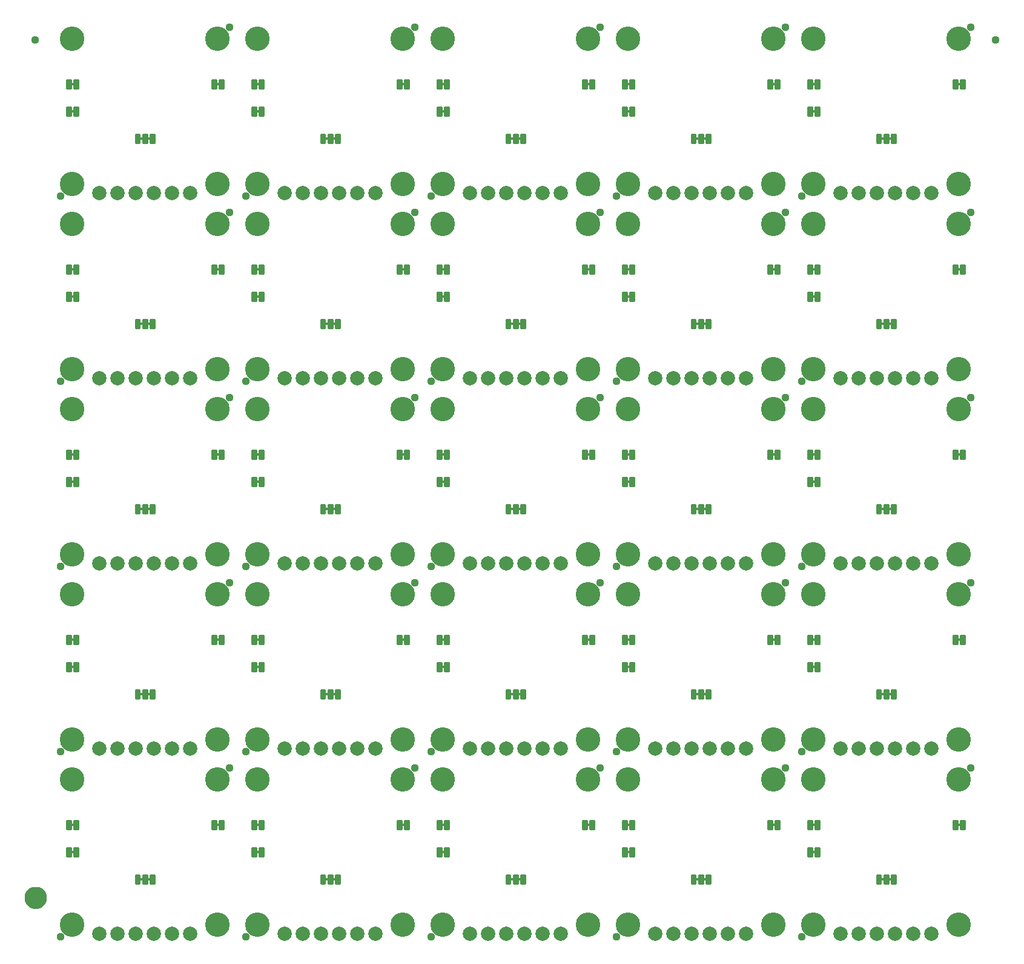
<source format=gbs>
G04 EAGLE Gerber RS-274X export*
G75*
%MOMM*%
%FSLAX34Y34*%
%LPD*%
%INSoldermask Bottom*%
%IPPOS*%
%AMOC8*
5,1,8,0,0,1.08239X$1,22.5*%
G01*
%ADD10C,0.228344*%
%ADD11C,2.006600*%
%ADD12C,1.127000*%
%ADD13C,3.429000*%
%ADD14C,1.270000*%
%ADD15C,1.627000*%

G36*
X804610Y1199527D02*
X804610Y1199527D01*
X804676Y1199529D01*
X804719Y1199547D01*
X804766Y1199555D01*
X804823Y1199589D01*
X804883Y1199614D01*
X804918Y1199645D01*
X804959Y1199670D01*
X805001Y1199721D01*
X805049Y1199765D01*
X805071Y1199807D01*
X805100Y1199844D01*
X805121Y1199906D01*
X805152Y1199965D01*
X805160Y1200019D01*
X805172Y1200056D01*
X805171Y1200096D01*
X805179Y1200150D01*
X805179Y1202690D01*
X805168Y1202755D01*
X805166Y1202821D01*
X805148Y1202864D01*
X805140Y1202911D01*
X805106Y1202968D01*
X805081Y1203028D01*
X805050Y1203063D01*
X805025Y1203104D01*
X804974Y1203146D01*
X804930Y1203194D01*
X804888Y1203216D01*
X804851Y1203245D01*
X804789Y1203266D01*
X804730Y1203297D01*
X804676Y1203305D01*
X804639Y1203317D01*
X804599Y1203316D01*
X804545Y1203324D01*
X800735Y1203324D01*
X800670Y1203313D01*
X800604Y1203311D01*
X800561Y1203293D01*
X800514Y1203285D01*
X800457Y1203251D01*
X800397Y1203226D01*
X800362Y1203195D01*
X800321Y1203170D01*
X800280Y1203119D01*
X800231Y1203075D01*
X800209Y1203033D01*
X800180Y1202996D01*
X800159Y1202934D01*
X800128Y1202875D01*
X800120Y1202821D01*
X800108Y1202784D01*
X800108Y1202781D01*
X800109Y1202744D01*
X800101Y1202690D01*
X800101Y1200150D01*
X800112Y1200085D01*
X800114Y1200019D01*
X800132Y1199976D01*
X800140Y1199929D01*
X800174Y1199872D01*
X800199Y1199812D01*
X800230Y1199777D01*
X800255Y1199736D01*
X800306Y1199695D01*
X800350Y1199646D01*
X800392Y1199624D01*
X800429Y1199595D01*
X800491Y1199574D01*
X800550Y1199543D01*
X800604Y1199535D01*
X800641Y1199523D01*
X800681Y1199524D01*
X800735Y1199516D01*
X804545Y1199516D01*
X804610Y1199527D01*
G37*
G36*
X1063690Y1199527D02*
X1063690Y1199527D01*
X1063756Y1199529D01*
X1063799Y1199547D01*
X1063846Y1199555D01*
X1063903Y1199589D01*
X1063963Y1199614D01*
X1063998Y1199645D01*
X1064039Y1199670D01*
X1064081Y1199721D01*
X1064129Y1199765D01*
X1064151Y1199807D01*
X1064180Y1199844D01*
X1064201Y1199906D01*
X1064232Y1199965D01*
X1064240Y1200019D01*
X1064252Y1200056D01*
X1064251Y1200096D01*
X1064259Y1200150D01*
X1064259Y1202690D01*
X1064248Y1202755D01*
X1064246Y1202821D01*
X1064228Y1202864D01*
X1064220Y1202911D01*
X1064186Y1202968D01*
X1064161Y1203028D01*
X1064130Y1203063D01*
X1064105Y1203104D01*
X1064054Y1203146D01*
X1064010Y1203194D01*
X1063968Y1203216D01*
X1063931Y1203245D01*
X1063869Y1203266D01*
X1063810Y1203297D01*
X1063756Y1203305D01*
X1063719Y1203317D01*
X1063679Y1203316D01*
X1063625Y1203324D01*
X1059815Y1203324D01*
X1059750Y1203313D01*
X1059684Y1203311D01*
X1059641Y1203293D01*
X1059594Y1203285D01*
X1059537Y1203251D01*
X1059477Y1203226D01*
X1059442Y1203195D01*
X1059401Y1203170D01*
X1059360Y1203119D01*
X1059311Y1203075D01*
X1059289Y1203033D01*
X1059260Y1202996D01*
X1059239Y1202934D01*
X1059208Y1202875D01*
X1059200Y1202821D01*
X1059188Y1202784D01*
X1059188Y1202781D01*
X1059189Y1202744D01*
X1059181Y1202690D01*
X1059181Y1200150D01*
X1059192Y1200085D01*
X1059194Y1200019D01*
X1059212Y1199976D01*
X1059220Y1199929D01*
X1059254Y1199872D01*
X1059279Y1199812D01*
X1059310Y1199777D01*
X1059335Y1199736D01*
X1059386Y1199695D01*
X1059430Y1199646D01*
X1059472Y1199624D01*
X1059509Y1199595D01*
X1059571Y1199574D01*
X1059630Y1199543D01*
X1059684Y1199535D01*
X1059721Y1199523D01*
X1059761Y1199524D01*
X1059815Y1199516D01*
X1063625Y1199516D01*
X1063690Y1199527D01*
G37*
G36*
X489650Y1199527D02*
X489650Y1199527D01*
X489716Y1199529D01*
X489759Y1199547D01*
X489806Y1199555D01*
X489863Y1199589D01*
X489923Y1199614D01*
X489958Y1199645D01*
X489999Y1199670D01*
X490041Y1199721D01*
X490089Y1199765D01*
X490111Y1199807D01*
X490140Y1199844D01*
X490161Y1199906D01*
X490192Y1199965D01*
X490200Y1200019D01*
X490212Y1200056D01*
X490211Y1200096D01*
X490219Y1200150D01*
X490219Y1202690D01*
X490208Y1202755D01*
X490206Y1202821D01*
X490188Y1202864D01*
X490180Y1202911D01*
X490146Y1202968D01*
X490121Y1203028D01*
X490090Y1203063D01*
X490065Y1203104D01*
X490014Y1203146D01*
X489970Y1203194D01*
X489928Y1203216D01*
X489891Y1203245D01*
X489829Y1203266D01*
X489770Y1203297D01*
X489716Y1203305D01*
X489679Y1203317D01*
X489639Y1203316D01*
X489585Y1203324D01*
X485775Y1203324D01*
X485710Y1203313D01*
X485644Y1203311D01*
X485601Y1203293D01*
X485554Y1203285D01*
X485497Y1203251D01*
X485437Y1203226D01*
X485402Y1203195D01*
X485361Y1203170D01*
X485320Y1203119D01*
X485271Y1203075D01*
X485249Y1203033D01*
X485220Y1202996D01*
X485199Y1202934D01*
X485168Y1202875D01*
X485160Y1202821D01*
X485148Y1202784D01*
X485148Y1202781D01*
X485149Y1202744D01*
X485141Y1202690D01*
X485141Y1200150D01*
X485152Y1200085D01*
X485154Y1200019D01*
X485172Y1199976D01*
X485180Y1199929D01*
X485214Y1199872D01*
X485239Y1199812D01*
X485270Y1199777D01*
X485295Y1199736D01*
X485346Y1199695D01*
X485390Y1199646D01*
X485432Y1199624D01*
X485469Y1199595D01*
X485531Y1199574D01*
X485590Y1199543D01*
X485644Y1199535D01*
X485681Y1199523D01*
X485721Y1199524D01*
X485775Y1199516D01*
X489585Y1199516D01*
X489650Y1199527D01*
G37*
G36*
X1266890Y1199527D02*
X1266890Y1199527D01*
X1266956Y1199529D01*
X1266999Y1199547D01*
X1267046Y1199555D01*
X1267103Y1199589D01*
X1267163Y1199614D01*
X1267198Y1199645D01*
X1267239Y1199670D01*
X1267281Y1199721D01*
X1267329Y1199765D01*
X1267351Y1199807D01*
X1267380Y1199844D01*
X1267401Y1199906D01*
X1267432Y1199965D01*
X1267440Y1200019D01*
X1267452Y1200056D01*
X1267451Y1200096D01*
X1267459Y1200150D01*
X1267459Y1202690D01*
X1267448Y1202755D01*
X1267446Y1202821D01*
X1267428Y1202864D01*
X1267420Y1202911D01*
X1267386Y1202968D01*
X1267361Y1203028D01*
X1267330Y1203063D01*
X1267305Y1203104D01*
X1267254Y1203146D01*
X1267210Y1203194D01*
X1267168Y1203216D01*
X1267131Y1203245D01*
X1267069Y1203266D01*
X1267010Y1203297D01*
X1266956Y1203305D01*
X1266919Y1203317D01*
X1266879Y1203316D01*
X1266825Y1203324D01*
X1263015Y1203324D01*
X1262950Y1203313D01*
X1262884Y1203311D01*
X1262841Y1203293D01*
X1262794Y1203285D01*
X1262737Y1203251D01*
X1262677Y1203226D01*
X1262642Y1203195D01*
X1262601Y1203170D01*
X1262560Y1203119D01*
X1262511Y1203075D01*
X1262489Y1203033D01*
X1262460Y1202996D01*
X1262439Y1202934D01*
X1262408Y1202875D01*
X1262400Y1202821D01*
X1262388Y1202784D01*
X1262388Y1202781D01*
X1262389Y1202744D01*
X1262381Y1202690D01*
X1262381Y1200150D01*
X1262392Y1200085D01*
X1262394Y1200019D01*
X1262412Y1199976D01*
X1262420Y1199929D01*
X1262454Y1199872D01*
X1262479Y1199812D01*
X1262510Y1199777D01*
X1262535Y1199736D01*
X1262586Y1199695D01*
X1262630Y1199646D01*
X1262672Y1199624D01*
X1262709Y1199595D01*
X1262771Y1199574D01*
X1262830Y1199543D01*
X1262884Y1199535D01*
X1262921Y1199523D01*
X1262961Y1199524D01*
X1263015Y1199516D01*
X1266825Y1199516D01*
X1266890Y1199527D01*
G37*
G36*
X286450Y1199527D02*
X286450Y1199527D01*
X286516Y1199529D01*
X286559Y1199547D01*
X286606Y1199555D01*
X286663Y1199589D01*
X286723Y1199614D01*
X286758Y1199645D01*
X286799Y1199670D01*
X286841Y1199721D01*
X286889Y1199765D01*
X286911Y1199807D01*
X286940Y1199844D01*
X286961Y1199906D01*
X286992Y1199965D01*
X287000Y1200019D01*
X287012Y1200056D01*
X287011Y1200096D01*
X287019Y1200150D01*
X287019Y1202690D01*
X287008Y1202755D01*
X287006Y1202821D01*
X286988Y1202864D01*
X286980Y1202911D01*
X286946Y1202968D01*
X286921Y1203028D01*
X286890Y1203063D01*
X286865Y1203104D01*
X286814Y1203146D01*
X286770Y1203194D01*
X286728Y1203216D01*
X286691Y1203245D01*
X286629Y1203266D01*
X286570Y1203297D01*
X286516Y1203305D01*
X286479Y1203317D01*
X286439Y1203316D01*
X286385Y1203324D01*
X282575Y1203324D01*
X282510Y1203313D01*
X282444Y1203311D01*
X282401Y1203293D01*
X282354Y1203285D01*
X282297Y1203251D01*
X282237Y1203226D01*
X282202Y1203195D01*
X282161Y1203170D01*
X282120Y1203119D01*
X282071Y1203075D01*
X282049Y1203033D01*
X282020Y1202996D01*
X281999Y1202934D01*
X281968Y1202875D01*
X281960Y1202821D01*
X281948Y1202784D01*
X281948Y1202781D01*
X281949Y1202744D01*
X281941Y1202690D01*
X281941Y1200150D01*
X281952Y1200085D01*
X281954Y1200019D01*
X281972Y1199976D01*
X281980Y1199929D01*
X282014Y1199872D01*
X282039Y1199812D01*
X282070Y1199777D01*
X282095Y1199736D01*
X282146Y1199695D01*
X282190Y1199646D01*
X282232Y1199624D01*
X282269Y1199595D01*
X282331Y1199574D01*
X282390Y1199543D01*
X282444Y1199535D01*
X282481Y1199523D01*
X282521Y1199524D01*
X282575Y1199516D01*
X286385Y1199516D01*
X286450Y1199527D01*
G37*
G36*
X545530Y1199527D02*
X545530Y1199527D01*
X545596Y1199529D01*
X545639Y1199547D01*
X545686Y1199555D01*
X545743Y1199589D01*
X545803Y1199614D01*
X545838Y1199645D01*
X545879Y1199670D01*
X545921Y1199721D01*
X545969Y1199765D01*
X545991Y1199807D01*
X546020Y1199844D01*
X546041Y1199906D01*
X546072Y1199965D01*
X546080Y1200019D01*
X546092Y1200056D01*
X546091Y1200096D01*
X546099Y1200150D01*
X546099Y1202690D01*
X546088Y1202755D01*
X546086Y1202821D01*
X546068Y1202864D01*
X546060Y1202911D01*
X546026Y1202968D01*
X546001Y1203028D01*
X545970Y1203063D01*
X545945Y1203104D01*
X545894Y1203146D01*
X545850Y1203194D01*
X545808Y1203216D01*
X545771Y1203245D01*
X545709Y1203266D01*
X545650Y1203297D01*
X545596Y1203305D01*
X545559Y1203317D01*
X545519Y1203316D01*
X545465Y1203324D01*
X541655Y1203324D01*
X541590Y1203313D01*
X541524Y1203311D01*
X541481Y1203293D01*
X541434Y1203285D01*
X541377Y1203251D01*
X541317Y1203226D01*
X541282Y1203195D01*
X541241Y1203170D01*
X541200Y1203119D01*
X541151Y1203075D01*
X541129Y1203033D01*
X541100Y1202996D01*
X541079Y1202934D01*
X541048Y1202875D01*
X541040Y1202821D01*
X541028Y1202784D01*
X541028Y1202781D01*
X541029Y1202744D01*
X541021Y1202690D01*
X541021Y1200150D01*
X541032Y1200085D01*
X541034Y1200019D01*
X541052Y1199976D01*
X541060Y1199929D01*
X541094Y1199872D01*
X541119Y1199812D01*
X541150Y1199777D01*
X541175Y1199736D01*
X541226Y1199695D01*
X541270Y1199646D01*
X541312Y1199624D01*
X541349Y1199595D01*
X541411Y1199574D01*
X541470Y1199543D01*
X541524Y1199535D01*
X541561Y1199523D01*
X541601Y1199524D01*
X541655Y1199516D01*
X545465Y1199516D01*
X545530Y1199527D01*
G37*
G36*
X27370Y1199527D02*
X27370Y1199527D01*
X27436Y1199529D01*
X27479Y1199547D01*
X27526Y1199555D01*
X27583Y1199589D01*
X27643Y1199614D01*
X27678Y1199645D01*
X27719Y1199670D01*
X27761Y1199721D01*
X27809Y1199765D01*
X27831Y1199807D01*
X27860Y1199844D01*
X27881Y1199906D01*
X27912Y1199965D01*
X27920Y1200019D01*
X27932Y1200056D01*
X27931Y1200096D01*
X27939Y1200150D01*
X27939Y1202690D01*
X27928Y1202755D01*
X27926Y1202821D01*
X27908Y1202864D01*
X27900Y1202911D01*
X27866Y1202968D01*
X27841Y1203028D01*
X27810Y1203063D01*
X27785Y1203104D01*
X27734Y1203146D01*
X27690Y1203194D01*
X27648Y1203216D01*
X27611Y1203245D01*
X27549Y1203266D01*
X27490Y1203297D01*
X27436Y1203305D01*
X27399Y1203317D01*
X27359Y1203316D01*
X27305Y1203324D01*
X23495Y1203324D01*
X23430Y1203313D01*
X23364Y1203311D01*
X23321Y1203293D01*
X23274Y1203285D01*
X23217Y1203251D01*
X23157Y1203226D01*
X23122Y1203195D01*
X23081Y1203170D01*
X23040Y1203119D01*
X22991Y1203075D01*
X22969Y1203033D01*
X22940Y1202996D01*
X22919Y1202934D01*
X22888Y1202875D01*
X22880Y1202821D01*
X22868Y1202784D01*
X22868Y1202781D01*
X22869Y1202744D01*
X22861Y1202690D01*
X22861Y1200150D01*
X22872Y1200085D01*
X22874Y1200019D01*
X22892Y1199976D01*
X22900Y1199929D01*
X22934Y1199872D01*
X22959Y1199812D01*
X22990Y1199777D01*
X23015Y1199736D01*
X23066Y1199695D01*
X23110Y1199646D01*
X23152Y1199624D01*
X23189Y1199595D01*
X23251Y1199574D01*
X23310Y1199543D01*
X23364Y1199535D01*
X23401Y1199523D01*
X23441Y1199524D01*
X23495Y1199516D01*
X27305Y1199516D01*
X27370Y1199527D01*
G37*
G36*
X230570Y1199527D02*
X230570Y1199527D01*
X230636Y1199529D01*
X230679Y1199547D01*
X230726Y1199555D01*
X230783Y1199589D01*
X230843Y1199614D01*
X230878Y1199645D01*
X230919Y1199670D01*
X230961Y1199721D01*
X231009Y1199765D01*
X231031Y1199807D01*
X231060Y1199844D01*
X231081Y1199906D01*
X231112Y1199965D01*
X231120Y1200019D01*
X231132Y1200056D01*
X231131Y1200096D01*
X231139Y1200150D01*
X231139Y1202690D01*
X231128Y1202755D01*
X231126Y1202821D01*
X231108Y1202864D01*
X231100Y1202911D01*
X231066Y1202968D01*
X231041Y1203028D01*
X231010Y1203063D01*
X230985Y1203104D01*
X230934Y1203146D01*
X230890Y1203194D01*
X230848Y1203216D01*
X230811Y1203245D01*
X230749Y1203266D01*
X230690Y1203297D01*
X230636Y1203305D01*
X230599Y1203317D01*
X230559Y1203316D01*
X230505Y1203324D01*
X226695Y1203324D01*
X226630Y1203313D01*
X226564Y1203311D01*
X226521Y1203293D01*
X226474Y1203285D01*
X226417Y1203251D01*
X226357Y1203226D01*
X226322Y1203195D01*
X226281Y1203170D01*
X226240Y1203119D01*
X226191Y1203075D01*
X226169Y1203033D01*
X226140Y1202996D01*
X226119Y1202934D01*
X226088Y1202875D01*
X226080Y1202821D01*
X226068Y1202784D01*
X226068Y1202781D01*
X226069Y1202744D01*
X226061Y1202690D01*
X226061Y1200150D01*
X226072Y1200085D01*
X226074Y1200019D01*
X226092Y1199976D01*
X226100Y1199929D01*
X226134Y1199872D01*
X226159Y1199812D01*
X226190Y1199777D01*
X226215Y1199736D01*
X226266Y1199695D01*
X226310Y1199646D01*
X226352Y1199624D01*
X226389Y1199595D01*
X226451Y1199574D01*
X226510Y1199543D01*
X226564Y1199535D01*
X226601Y1199523D01*
X226641Y1199524D01*
X226695Y1199516D01*
X230505Y1199516D01*
X230570Y1199527D01*
G37*
G36*
X748730Y1199527D02*
X748730Y1199527D01*
X748796Y1199529D01*
X748839Y1199547D01*
X748886Y1199555D01*
X748943Y1199589D01*
X749003Y1199614D01*
X749038Y1199645D01*
X749079Y1199670D01*
X749121Y1199721D01*
X749169Y1199765D01*
X749191Y1199807D01*
X749220Y1199844D01*
X749241Y1199906D01*
X749272Y1199965D01*
X749280Y1200019D01*
X749292Y1200056D01*
X749291Y1200096D01*
X749299Y1200150D01*
X749299Y1202690D01*
X749288Y1202755D01*
X749286Y1202821D01*
X749268Y1202864D01*
X749260Y1202911D01*
X749226Y1202968D01*
X749201Y1203028D01*
X749170Y1203063D01*
X749145Y1203104D01*
X749094Y1203146D01*
X749050Y1203194D01*
X749008Y1203216D01*
X748971Y1203245D01*
X748909Y1203266D01*
X748850Y1203297D01*
X748796Y1203305D01*
X748759Y1203317D01*
X748719Y1203316D01*
X748665Y1203324D01*
X744855Y1203324D01*
X744790Y1203313D01*
X744724Y1203311D01*
X744681Y1203293D01*
X744634Y1203285D01*
X744577Y1203251D01*
X744517Y1203226D01*
X744482Y1203195D01*
X744441Y1203170D01*
X744400Y1203119D01*
X744351Y1203075D01*
X744329Y1203033D01*
X744300Y1202996D01*
X744279Y1202934D01*
X744248Y1202875D01*
X744240Y1202821D01*
X744228Y1202784D01*
X744228Y1202781D01*
X744229Y1202744D01*
X744221Y1202690D01*
X744221Y1200150D01*
X744232Y1200085D01*
X744234Y1200019D01*
X744252Y1199976D01*
X744260Y1199929D01*
X744294Y1199872D01*
X744319Y1199812D01*
X744350Y1199777D01*
X744375Y1199736D01*
X744426Y1199695D01*
X744470Y1199646D01*
X744512Y1199624D01*
X744549Y1199595D01*
X744611Y1199574D01*
X744670Y1199543D01*
X744724Y1199535D01*
X744761Y1199523D01*
X744801Y1199524D01*
X744855Y1199516D01*
X748665Y1199516D01*
X748730Y1199527D01*
G37*
G36*
X1007810Y1199527D02*
X1007810Y1199527D01*
X1007876Y1199529D01*
X1007919Y1199547D01*
X1007966Y1199555D01*
X1008023Y1199589D01*
X1008083Y1199614D01*
X1008118Y1199645D01*
X1008159Y1199670D01*
X1008201Y1199721D01*
X1008249Y1199765D01*
X1008271Y1199807D01*
X1008300Y1199844D01*
X1008321Y1199906D01*
X1008352Y1199965D01*
X1008360Y1200019D01*
X1008372Y1200056D01*
X1008371Y1200096D01*
X1008379Y1200150D01*
X1008379Y1202690D01*
X1008368Y1202755D01*
X1008366Y1202821D01*
X1008348Y1202864D01*
X1008340Y1202911D01*
X1008306Y1202968D01*
X1008281Y1203028D01*
X1008250Y1203063D01*
X1008225Y1203104D01*
X1008174Y1203146D01*
X1008130Y1203194D01*
X1008088Y1203216D01*
X1008051Y1203245D01*
X1007989Y1203266D01*
X1007930Y1203297D01*
X1007876Y1203305D01*
X1007839Y1203317D01*
X1007799Y1203316D01*
X1007745Y1203324D01*
X1003935Y1203324D01*
X1003870Y1203313D01*
X1003804Y1203311D01*
X1003761Y1203293D01*
X1003714Y1203285D01*
X1003657Y1203251D01*
X1003597Y1203226D01*
X1003562Y1203195D01*
X1003521Y1203170D01*
X1003480Y1203119D01*
X1003431Y1203075D01*
X1003409Y1203033D01*
X1003380Y1202996D01*
X1003359Y1202934D01*
X1003328Y1202875D01*
X1003320Y1202821D01*
X1003308Y1202784D01*
X1003308Y1202781D01*
X1003309Y1202744D01*
X1003301Y1202690D01*
X1003301Y1200150D01*
X1003312Y1200085D01*
X1003314Y1200019D01*
X1003332Y1199976D01*
X1003340Y1199929D01*
X1003374Y1199872D01*
X1003399Y1199812D01*
X1003430Y1199777D01*
X1003455Y1199736D01*
X1003506Y1199695D01*
X1003550Y1199646D01*
X1003592Y1199624D01*
X1003629Y1199595D01*
X1003691Y1199574D01*
X1003750Y1199543D01*
X1003804Y1199535D01*
X1003841Y1199523D01*
X1003881Y1199524D01*
X1003935Y1199516D01*
X1007745Y1199516D01*
X1007810Y1199527D01*
G37*
G36*
X1063690Y1161427D02*
X1063690Y1161427D01*
X1063756Y1161429D01*
X1063799Y1161447D01*
X1063846Y1161455D01*
X1063903Y1161489D01*
X1063963Y1161514D01*
X1063998Y1161545D01*
X1064039Y1161570D01*
X1064081Y1161621D01*
X1064129Y1161665D01*
X1064151Y1161707D01*
X1064180Y1161744D01*
X1064201Y1161806D01*
X1064232Y1161865D01*
X1064240Y1161919D01*
X1064252Y1161956D01*
X1064251Y1161996D01*
X1064259Y1162050D01*
X1064259Y1164590D01*
X1064248Y1164655D01*
X1064246Y1164721D01*
X1064228Y1164764D01*
X1064220Y1164811D01*
X1064186Y1164868D01*
X1064161Y1164928D01*
X1064130Y1164963D01*
X1064105Y1165004D01*
X1064054Y1165046D01*
X1064010Y1165094D01*
X1063968Y1165116D01*
X1063931Y1165145D01*
X1063869Y1165166D01*
X1063810Y1165197D01*
X1063756Y1165205D01*
X1063719Y1165217D01*
X1063679Y1165216D01*
X1063625Y1165224D01*
X1059815Y1165224D01*
X1059750Y1165213D01*
X1059684Y1165211D01*
X1059641Y1165193D01*
X1059594Y1165185D01*
X1059537Y1165151D01*
X1059477Y1165126D01*
X1059442Y1165095D01*
X1059401Y1165070D01*
X1059360Y1165019D01*
X1059311Y1164975D01*
X1059289Y1164933D01*
X1059260Y1164896D01*
X1059239Y1164834D01*
X1059208Y1164775D01*
X1059200Y1164721D01*
X1059188Y1164684D01*
X1059188Y1164681D01*
X1059189Y1164644D01*
X1059181Y1164590D01*
X1059181Y1162050D01*
X1059192Y1161985D01*
X1059194Y1161919D01*
X1059212Y1161876D01*
X1059220Y1161829D01*
X1059254Y1161772D01*
X1059279Y1161712D01*
X1059310Y1161677D01*
X1059335Y1161636D01*
X1059386Y1161595D01*
X1059430Y1161546D01*
X1059472Y1161524D01*
X1059509Y1161495D01*
X1059571Y1161474D01*
X1059630Y1161443D01*
X1059684Y1161435D01*
X1059721Y1161423D01*
X1059761Y1161424D01*
X1059815Y1161416D01*
X1063625Y1161416D01*
X1063690Y1161427D01*
G37*
G36*
X804610Y1161427D02*
X804610Y1161427D01*
X804676Y1161429D01*
X804719Y1161447D01*
X804766Y1161455D01*
X804823Y1161489D01*
X804883Y1161514D01*
X804918Y1161545D01*
X804959Y1161570D01*
X805001Y1161621D01*
X805049Y1161665D01*
X805071Y1161707D01*
X805100Y1161744D01*
X805121Y1161806D01*
X805152Y1161865D01*
X805160Y1161919D01*
X805172Y1161956D01*
X805171Y1161996D01*
X805179Y1162050D01*
X805179Y1164590D01*
X805168Y1164655D01*
X805166Y1164721D01*
X805148Y1164764D01*
X805140Y1164811D01*
X805106Y1164868D01*
X805081Y1164928D01*
X805050Y1164963D01*
X805025Y1165004D01*
X804974Y1165046D01*
X804930Y1165094D01*
X804888Y1165116D01*
X804851Y1165145D01*
X804789Y1165166D01*
X804730Y1165197D01*
X804676Y1165205D01*
X804639Y1165217D01*
X804599Y1165216D01*
X804545Y1165224D01*
X800735Y1165224D01*
X800670Y1165213D01*
X800604Y1165211D01*
X800561Y1165193D01*
X800514Y1165185D01*
X800457Y1165151D01*
X800397Y1165126D01*
X800362Y1165095D01*
X800321Y1165070D01*
X800280Y1165019D01*
X800231Y1164975D01*
X800209Y1164933D01*
X800180Y1164896D01*
X800159Y1164834D01*
X800128Y1164775D01*
X800120Y1164721D01*
X800108Y1164684D01*
X800108Y1164681D01*
X800109Y1164644D01*
X800101Y1164590D01*
X800101Y1162050D01*
X800112Y1161985D01*
X800114Y1161919D01*
X800132Y1161876D01*
X800140Y1161829D01*
X800174Y1161772D01*
X800199Y1161712D01*
X800230Y1161677D01*
X800255Y1161636D01*
X800306Y1161595D01*
X800350Y1161546D01*
X800392Y1161524D01*
X800429Y1161495D01*
X800491Y1161474D01*
X800550Y1161443D01*
X800604Y1161435D01*
X800641Y1161423D01*
X800681Y1161424D01*
X800735Y1161416D01*
X804545Y1161416D01*
X804610Y1161427D01*
G37*
G36*
X27370Y1161427D02*
X27370Y1161427D01*
X27436Y1161429D01*
X27479Y1161447D01*
X27526Y1161455D01*
X27583Y1161489D01*
X27643Y1161514D01*
X27678Y1161545D01*
X27719Y1161570D01*
X27761Y1161621D01*
X27809Y1161665D01*
X27831Y1161707D01*
X27860Y1161744D01*
X27881Y1161806D01*
X27912Y1161865D01*
X27920Y1161919D01*
X27932Y1161956D01*
X27931Y1161996D01*
X27939Y1162050D01*
X27939Y1164590D01*
X27928Y1164655D01*
X27926Y1164721D01*
X27908Y1164764D01*
X27900Y1164811D01*
X27866Y1164868D01*
X27841Y1164928D01*
X27810Y1164963D01*
X27785Y1165004D01*
X27734Y1165046D01*
X27690Y1165094D01*
X27648Y1165116D01*
X27611Y1165145D01*
X27549Y1165166D01*
X27490Y1165197D01*
X27436Y1165205D01*
X27399Y1165217D01*
X27359Y1165216D01*
X27305Y1165224D01*
X23495Y1165224D01*
X23430Y1165213D01*
X23364Y1165211D01*
X23321Y1165193D01*
X23274Y1165185D01*
X23217Y1165151D01*
X23157Y1165126D01*
X23122Y1165095D01*
X23081Y1165070D01*
X23040Y1165019D01*
X22991Y1164975D01*
X22969Y1164933D01*
X22940Y1164896D01*
X22919Y1164834D01*
X22888Y1164775D01*
X22880Y1164721D01*
X22868Y1164684D01*
X22868Y1164681D01*
X22869Y1164644D01*
X22861Y1164590D01*
X22861Y1162050D01*
X22872Y1161985D01*
X22874Y1161919D01*
X22892Y1161876D01*
X22900Y1161829D01*
X22934Y1161772D01*
X22959Y1161712D01*
X22990Y1161677D01*
X23015Y1161636D01*
X23066Y1161595D01*
X23110Y1161546D01*
X23152Y1161524D01*
X23189Y1161495D01*
X23251Y1161474D01*
X23310Y1161443D01*
X23364Y1161435D01*
X23401Y1161423D01*
X23441Y1161424D01*
X23495Y1161416D01*
X27305Y1161416D01*
X27370Y1161427D01*
G37*
G36*
X286450Y1161427D02*
X286450Y1161427D01*
X286516Y1161429D01*
X286559Y1161447D01*
X286606Y1161455D01*
X286663Y1161489D01*
X286723Y1161514D01*
X286758Y1161545D01*
X286799Y1161570D01*
X286841Y1161621D01*
X286889Y1161665D01*
X286911Y1161707D01*
X286940Y1161744D01*
X286961Y1161806D01*
X286992Y1161865D01*
X287000Y1161919D01*
X287012Y1161956D01*
X287011Y1161996D01*
X287019Y1162050D01*
X287019Y1164590D01*
X287008Y1164655D01*
X287006Y1164721D01*
X286988Y1164764D01*
X286980Y1164811D01*
X286946Y1164868D01*
X286921Y1164928D01*
X286890Y1164963D01*
X286865Y1165004D01*
X286814Y1165046D01*
X286770Y1165094D01*
X286728Y1165116D01*
X286691Y1165145D01*
X286629Y1165166D01*
X286570Y1165197D01*
X286516Y1165205D01*
X286479Y1165217D01*
X286439Y1165216D01*
X286385Y1165224D01*
X282575Y1165224D01*
X282510Y1165213D01*
X282444Y1165211D01*
X282401Y1165193D01*
X282354Y1165185D01*
X282297Y1165151D01*
X282237Y1165126D01*
X282202Y1165095D01*
X282161Y1165070D01*
X282120Y1165019D01*
X282071Y1164975D01*
X282049Y1164933D01*
X282020Y1164896D01*
X281999Y1164834D01*
X281968Y1164775D01*
X281960Y1164721D01*
X281948Y1164684D01*
X281948Y1164681D01*
X281949Y1164644D01*
X281941Y1164590D01*
X281941Y1162050D01*
X281952Y1161985D01*
X281954Y1161919D01*
X281972Y1161876D01*
X281980Y1161829D01*
X282014Y1161772D01*
X282039Y1161712D01*
X282070Y1161677D01*
X282095Y1161636D01*
X282146Y1161595D01*
X282190Y1161546D01*
X282232Y1161524D01*
X282269Y1161495D01*
X282331Y1161474D01*
X282390Y1161443D01*
X282444Y1161435D01*
X282481Y1161423D01*
X282521Y1161424D01*
X282575Y1161416D01*
X286385Y1161416D01*
X286450Y1161427D01*
G37*
G36*
X545530Y1161427D02*
X545530Y1161427D01*
X545596Y1161429D01*
X545639Y1161447D01*
X545686Y1161455D01*
X545743Y1161489D01*
X545803Y1161514D01*
X545838Y1161545D01*
X545879Y1161570D01*
X545921Y1161621D01*
X545969Y1161665D01*
X545991Y1161707D01*
X546020Y1161744D01*
X546041Y1161806D01*
X546072Y1161865D01*
X546080Y1161919D01*
X546092Y1161956D01*
X546091Y1161996D01*
X546099Y1162050D01*
X546099Y1164590D01*
X546088Y1164655D01*
X546086Y1164721D01*
X546068Y1164764D01*
X546060Y1164811D01*
X546026Y1164868D01*
X546001Y1164928D01*
X545970Y1164963D01*
X545945Y1165004D01*
X545894Y1165046D01*
X545850Y1165094D01*
X545808Y1165116D01*
X545771Y1165145D01*
X545709Y1165166D01*
X545650Y1165197D01*
X545596Y1165205D01*
X545559Y1165217D01*
X545519Y1165216D01*
X545465Y1165224D01*
X541655Y1165224D01*
X541590Y1165213D01*
X541524Y1165211D01*
X541481Y1165193D01*
X541434Y1165185D01*
X541377Y1165151D01*
X541317Y1165126D01*
X541282Y1165095D01*
X541241Y1165070D01*
X541200Y1165019D01*
X541151Y1164975D01*
X541129Y1164933D01*
X541100Y1164896D01*
X541079Y1164834D01*
X541048Y1164775D01*
X541040Y1164721D01*
X541028Y1164684D01*
X541028Y1164681D01*
X541029Y1164644D01*
X541021Y1164590D01*
X541021Y1162050D01*
X541032Y1161985D01*
X541034Y1161919D01*
X541052Y1161876D01*
X541060Y1161829D01*
X541094Y1161772D01*
X541119Y1161712D01*
X541150Y1161677D01*
X541175Y1161636D01*
X541226Y1161595D01*
X541270Y1161546D01*
X541312Y1161524D01*
X541349Y1161495D01*
X541411Y1161474D01*
X541470Y1161443D01*
X541524Y1161435D01*
X541561Y1161423D01*
X541601Y1161424D01*
X541655Y1161416D01*
X545465Y1161416D01*
X545530Y1161427D01*
G37*
G36*
X642050Y1123327D02*
X642050Y1123327D01*
X642116Y1123329D01*
X642159Y1123347D01*
X642206Y1123355D01*
X642263Y1123389D01*
X642323Y1123414D01*
X642358Y1123445D01*
X642399Y1123470D01*
X642441Y1123521D01*
X642489Y1123565D01*
X642511Y1123607D01*
X642540Y1123644D01*
X642561Y1123706D01*
X642592Y1123765D01*
X642600Y1123819D01*
X642612Y1123856D01*
X642611Y1123896D01*
X642619Y1123950D01*
X642619Y1126490D01*
X642608Y1126555D01*
X642606Y1126621D01*
X642588Y1126664D01*
X642580Y1126711D01*
X642546Y1126768D01*
X642521Y1126828D01*
X642490Y1126863D01*
X642465Y1126904D01*
X642414Y1126946D01*
X642370Y1126994D01*
X642328Y1127016D01*
X642291Y1127045D01*
X642229Y1127066D01*
X642170Y1127097D01*
X642116Y1127105D01*
X642079Y1127117D01*
X642039Y1127116D01*
X641985Y1127124D01*
X638175Y1127124D01*
X638110Y1127113D01*
X638044Y1127111D01*
X638001Y1127093D01*
X637954Y1127085D01*
X637897Y1127051D01*
X637837Y1127026D01*
X637802Y1126995D01*
X637761Y1126970D01*
X637720Y1126919D01*
X637671Y1126875D01*
X637649Y1126833D01*
X637620Y1126796D01*
X637599Y1126734D01*
X637568Y1126675D01*
X637560Y1126621D01*
X637548Y1126584D01*
X637548Y1126581D01*
X637549Y1126544D01*
X637541Y1126490D01*
X637541Y1123950D01*
X637552Y1123885D01*
X637554Y1123819D01*
X637572Y1123776D01*
X637580Y1123729D01*
X637614Y1123672D01*
X637639Y1123612D01*
X637670Y1123577D01*
X637695Y1123536D01*
X637746Y1123495D01*
X637790Y1123446D01*
X637832Y1123424D01*
X637869Y1123395D01*
X637931Y1123374D01*
X637990Y1123343D01*
X638044Y1123335D01*
X638081Y1123323D01*
X638121Y1123324D01*
X638175Y1123316D01*
X641985Y1123316D01*
X642050Y1123327D01*
G37*
G36*
X911290Y1123327D02*
X911290Y1123327D01*
X911356Y1123329D01*
X911399Y1123347D01*
X911446Y1123355D01*
X911503Y1123389D01*
X911563Y1123414D01*
X911598Y1123445D01*
X911639Y1123470D01*
X911681Y1123521D01*
X911729Y1123565D01*
X911751Y1123607D01*
X911780Y1123644D01*
X911801Y1123706D01*
X911832Y1123765D01*
X911840Y1123819D01*
X911852Y1123856D01*
X911851Y1123896D01*
X911859Y1123950D01*
X911859Y1126490D01*
X911848Y1126555D01*
X911846Y1126621D01*
X911828Y1126664D01*
X911820Y1126711D01*
X911786Y1126768D01*
X911761Y1126828D01*
X911730Y1126863D01*
X911705Y1126904D01*
X911654Y1126946D01*
X911610Y1126994D01*
X911568Y1127016D01*
X911531Y1127045D01*
X911469Y1127066D01*
X911410Y1127097D01*
X911356Y1127105D01*
X911319Y1127117D01*
X911279Y1127116D01*
X911225Y1127124D01*
X907415Y1127124D01*
X907350Y1127113D01*
X907284Y1127111D01*
X907241Y1127093D01*
X907194Y1127085D01*
X907137Y1127051D01*
X907077Y1127026D01*
X907042Y1126995D01*
X907001Y1126970D01*
X906960Y1126919D01*
X906911Y1126875D01*
X906889Y1126833D01*
X906860Y1126796D01*
X906839Y1126734D01*
X906808Y1126675D01*
X906800Y1126621D01*
X906788Y1126584D01*
X906788Y1126581D01*
X906789Y1126544D01*
X906781Y1126490D01*
X906781Y1123950D01*
X906792Y1123885D01*
X906794Y1123819D01*
X906812Y1123776D01*
X906820Y1123729D01*
X906854Y1123672D01*
X906879Y1123612D01*
X906910Y1123577D01*
X906935Y1123536D01*
X906986Y1123495D01*
X907030Y1123446D01*
X907072Y1123424D01*
X907109Y1123395D01*
X907171Y1123374D01*
X907230Y1123343D01*
X907284Y1123335D01*
X907321Y1123323D01*
X907361Y1123324D01*
X907415Y1123316D01*
X911225Y1123316D01*
X911290Y1123327D01*
G37*
G36*
X123890Y1123327D02*
X123890Y1123327D01*
X123956Y1123329D01*
X123999Y1123347D01*
X124046Y1123355D01*
X124103Y1123389D01*
X124163Y1123414D01*
X124198Y1123445D01*
X124239Y1123470D01*
X124281Y1123521D01*
X124329Y1123565D01*
X124351Y1123607D01*
X124380Y1123644D01*
X124401Y1123706D01*
X124432Y1123765D01*
X124440Y1123819D01*
X124452Y1123856D01*
X124451Y1123896D01*
X124459Y1123950D01*
X124459Y1126490D01*
X124448Y1126555D01*
X124446Y1126621D01*
X124428Y1126664D01*
X124420Y1126711D01*
X124386Y1126768D01*
X124361Y1126828D01*
X124330Y1126863D01*
X124305Y1126904D01*
X124254Y1126946D01*
X124210Y1126994D01*
X124168Y1127016D01*
X124131Y1127045D01*
X124069Y1127066D01*
X124010Y1127097D01*
X123956Y1127105D01*
X123919Y1127117D01*
X123879Y1127116D01*
X123825Y1127124D01*
X120015Y1127124D01*
X119950Y1127113D01*
X119884Y1127111D01*
X119841Y1127093D01*
X119794Y1127085D01*
X119737Y1127051D01*
X119677Y1127026D01*
X119642Y1126995D01*
X119601Y1126970D01*
X119560Y1126919D01*
X119511Y1126875D01*
X119489Y1126833D01*
X119460Y1126796D01*
X119439Y1126734D01*
X119408Y1126675D01*
X119400Y1126621D01*
X119388Y1126584D01*
X119388Y1126581D01*
X119389Y1126544D01*
X119381Y1126490D01*
X119381Y1123950D01*
X119392Y1123885D01*
X119394Y1123819D01*
X119412Y1123776D01*
X119420Y1123729D01*
X119454Y1123672D01*
X119479Y1123612D01*
X119510Y1123577D01*
X119535Y1123536D01*
X119586Y1123495D01*
X119630Y1123446D01*
X119672Y1123424D01*
X119709Y1123395D01*
X119771Y1123374D01*
X119830Y1123343D01*
X119884Y1123335D01*
X119921Y1123323D01*
X119961Y1123324D01*
X120015Y1123316D01*
X123825Y1123316D01*
X123890Y1123327D01*
G37*
G36*
X1170370Y1123327D02*
X1170370Y1123327D01*
X1170436Y1123329D01*
X1170479Y1123347D01*
X1170526Y1123355D01*
X1170583Y1123389D01*
X1170643Y1123414D01*
X1170678Y1123445D01*
X1170719Y1123470D01*
X1170761Y1123521D01*
X1170809Y1123565D01*
X1170831Y1123607D01*
X1170860Y1123644D01*
X1170881Y1123706D01*
X1170912Y1123765D01*
X1170920Y1123819D01*
X1170932Y1123856D01*
X1170931Y1123896D01*
X1170939Y1123950D01*
X1170939Y1126490D01*
X1170928Y1126555D01*
X1170926Y1126621D01*
X1170908Y1126664D01*
X1170900Y1126711D01*
X1170866Y1126768D01*
X1170841Y1126828D01*
X1170810Y1126863D01*
X1170785Y1126904D01*
X1170734Y1126946D01*
X1170690Y1126994D01*
X1170648Y1127016D01*
X1170611Y1127045D01*
X1170549Y1127066D01*
X1170490Y1127097D01*
X1170436Y1127105D01*
X1170399Y1127117D01*
X1170359Y1127116D01*
X1170305Y1127124D01*
X1166495Y1127124D01*
X1166430Y1127113D01*
X1166364Y1127111D01*
X1166321Y1127093D01*
X1166274Y1127085D01*
X1166217Y1127051D01*
X1166157Y1127026D01*
X1166122Y1126995D01*
X1166081Y1126970D01*
X1166040Y1126919D01*
X1165991Y1126875D01*
X1165969Y1126833D01*
X1165940Y1126796D01*
X1165919Y1126734D01*
X1165888Y1126675D01*
X1165880Y1126621D01*
X1165868Y1126584D01*
X1165868Y1126581D01*
X1165869Y1126544D01*
X1165861Y1126490D01*
X1165861Y1123950D01*
X1165872Y1123885D01*
X1165874Y1123819D01*
X1165892Y1123776D01*
X1165900Y1123729D01*
X1165934Y1123672D01*
X1165959Y1123612D01*
X1165990Y1123577D01*
X1166015Y1123536D01*
X1166066Y1123495D01*
X1166110Y1123446D01*
X1166152Y1123424D01*
X1166189Y1123395D01*
X1166251Y1123374D01*
X1166310Y1123343D01*
X1166364Y1123335D01*
X1166401Y1123323D01*
X1166441Y1123324D01*
X1166495Y1123316D01*
X1170305Y1123316D01*
X1170370Y1123327D01*
G37*
G36*
X1160210Y1123327D02*
X1160210Y1123327D01*
X1160276Y1123329D01*
X1160319Y1123347D01*
X1160366Y1123355D01*
X1160423Y1123389D01*
X1160483Y1123414D01*
X1160518Y1123445D01*
X1160559Y1123470D01*
X1160601Y1123521D01*
X1160649Y1123565D01*
X1160671Y1123607D01*
X1160700Y1123644D01*
X1160721Y1123706D01*
X1160752Y1123765D01*
X1160760Y1123819D01*
X1160772Y1123856D01*
X1160771Y1123896D01*
X1160779Y1123950D01*
X1160779Y1126490D01*
X1160768Y1126555D01*
X1160766Y1126621D01*
X1160748Y1126664D01*
X1160740Y1126711D01*
X1160706Y1126768D01*
X1160681Y1126828D01*
X1160650Y1126863D01*
X1160625Y1126904D01*
X1160574Y1126946D01*
X1160530Y1126994D01*
X1160488Y1127016D01*
X1160451Y1127045D01*
X1160389Y1127066D01*
X1160330Y1127097D01*
X1160276Y1127105D01*
X1160239Y1127117D01*
X1160199Y1127116D01*
X1160145Y1127124D01*
X1156335Y1127124D01*
X1156270Y1127113D01*
X1156204Y1127111D01*
X1156161Y1127093D01*
X1156114Y1127085D01*
X1156057Y1127051D01*
X1155997Y1127026D01*
X1155962Y1126995D01*
X1155921Y1126970D01*
X1155880Y1126919D01*
X1155831Y1126875D01*
X1155809Y1126833D01*
X1155780Y1126796D01*
X1155759Y1126734D01*
X1155728Y1126675D01*
X1155720Y1126621D01*
X1155708Y1126584D01*
X1155708Y1126581D01*
X1155709Y1126544D01*
X1155701Y1126490D01*
X1155701Y1123950D01*
X1155712Y1123885D01*
X1155714Y1123819D01*
X1155732Y1123776D01*
X1155740Y1123729D01*
X1155774Y1123672D01*
X1155799Y1123612D01*
X1155830Y1123577D01*
X1155855Y1123536D01*
X1155906Y1123495D01*
X1155950Y1123446D01*
X1155992Y1123424D01*
X1156029Y1123395D01*
X1156091Y1123374D01*
X1156150Y1123343D01*
X1156204Y1123335D01*
X1156241Y1123323D01*
X1156281Y1123324D01*
X1156335Y1123316D01*
X1160145Y1123316D01*
X1160210Y1123327D01*
G37*
G36*
X382970Y1123327D02*
X382970Y1123327D01*
X383036Y1123329D01*
X383079Y1123347D01*
X383126Y1123355D01*
X383183Y1123389D01*
X383243Y1123414D01*
X383278Y1123445D01*
X383319Y1123470D01*
X383361Y1123521D01*
X383409Y1123565D01*
X383431Y1123607D01*
X383460Y1123644D01*
X383481Y1123706D01*
X383512Y1123765D01*
X383520Y1123819D01*
X383532Y1123856D01*
X383531Y1123896D01*
X383539Y1123950D01*
X383539Y1126490D01*
X383528Y1126555D01*
X383526Y1126621D01*
X383508Y1126664D01*
X383500Y1126711D01*
X383466Y1126768D01*
X383441Y1126828D01*
X383410Y1126863D01*
X383385Y1126904D01*
X383334Y1126946D01*
X383290Y1126994D01*
X383248Y1127016D01*
X383211Y1127045D01*
X383149Y1127066D01*
X383090Y1127097D01*
X383036Y1127105D01*
X382999Y1127117D01*
X382959Y1127116D01*
X382905Y1127124D01*
X379095Y1127124D01*
X379030Y1127113D01*
X378964Y1127111D01*
X378921Y1127093D01*
X378874Y1127085D01*
X378817Y1127051D01*
X378757Y1127026D01*
X378722Y1126995D01*
X378681Y1126970D01*
X378640Y1126919D01*
X378591Y1126875D01*
X378569Y1126833D01*
X378540Y1126796D01*
X378519Y1126734D01*
X378488Y1126675D01*
X378480Y1126621D01*
X378468Y1126584D01*
X378468Y1126581D01*
X378469Y1126544D01*
X378461Y1126490D01*
X378461Y1123950D01*
X378472Y1123885D01*
X378474Y1123819D01*
X378492Y1123776D01*
X378500Y1123729D01*
X378534Y1123672D01*
X378559Y1123612D01*
X378590Y1123577D01*
X378615Y1123536D01*
X378666Y1123495D01*
X378710Y1123446D01*
X378752Y1123424D01*
X378789Y1123395D01*
X378851Y1123374D01*
X378910Y1123343D01*
X378964Y1123335D01*
X379001Y1123323D01*
X379041Y1123324D01*
X379095Y1123316D01*
X382905Y1123316D01*
X382970Y1123327D01*
G37*
G36*
X393130Y1123327D02*
X393130Y1123327D01*
X393196Y1123329D01*
X393239Y1123347D01*
X393286Y1123355D01*
X393343Y1123389D01*
X393403Y1123414D01*
X393438Y1123445D01*
X393479Y1123470D01*
X393521Y1123521D01*
X393569Y1123565D01*
X393591Y1123607D01*
X393620Y1123644D01*
X393641Y1123706D01*
X393672Y1123765D01*
X393680Y1123819D01*
X393692Y1123856D01*
X393691Y1123896D01*
X393699Y1123950D01*
X393699Y1126490D01*
X393688Y1126555D01*
X393686Y1126621D01*
X393668Y1126664D01*
X393660Y1126711D01*
X393626Y1126768D01*
X393601Y1126828D01*
X393570Y1126863D01*
X393545Y1126904D01*
X393494Y1126946D01*
X393450Y1126994D01*
X393408Y1127016D01*
X393371Y1127045D01*
X393309Y1127066D01*
X393250Y1127097D01*
X393196Y1127105D01*
X393159Y1127117D01*
X393119Y1127116D01*
X393065Y1127124D01*
X389255Y1127124D01*
X389190Y1127113D01*
X389124Y1127111D01*
X389081Y1127093D01*
X389034Y1127085D01*
X388977Y1127051D01*
X388917Y1127026D01*
X388882Y1126995D01*
X388841Y1126970D01*
X388800Y1126919D01*
X388751Y1126875D01*
X388729Y1126833D01*
X388700Y1126796D01*
X388679Y1126734D01*
X388648Y1126675D01*
X388640Y1126621D01*
X388628Y1126584D01*
X388628Y1126581D01*
X388629Y1126544D01*
X388621Y1126490D01*
X388621Y1123950D01*
X388632Y1123885D01*
X388634Y1123819D01*
X388652Y1123776D01*
X388660Y1123729D01*
X388694Y1123672D01*
X388719Y1123612D01*
X388750Y1123577D01*
X388775Y1123536D01*
X388826Y1123495D01*
X388870Y1123446D01*
X388912Y1123424D01*
X388949Y1123395D01*
X389011Y1123374D01*
X389070Y1123343D01*
X389124Y1123335D01*
X389161Y1123323D01*
X389201Y1123324D01*
X389255Y1123316D01*
X393065Y1123316D01*
X393130Y1123327D01*
G37*
G36*
X134050Y1123327D02*
X134050Y1123327D01*
X134116Y1123329D01*
X134159Y1123347D01*
X134206Y1123355D01*
X134263Y1123389D01*
X134323Y1123414D01*
X134358Y1123445D01*
X134399Y1123470D01*
X134441Y1123521D01*
X134489Y1123565D01*
X134511Y1123607D01*
X134540Y1123644D01*
X134561Y1123706D01*
X134592Y1123765D01*
X134600Y1123819D01*
X134612Y1123856D01*
X134611Y1123896D01*
X134619Y1123950D01*
X134619Y1126490D01*
X134608Y1126555D01*
X134606Y1126621D01*
X134588Y1126664D01*
X134580Y1126711D01*
X134546Y1126768D01*
X134521Y1126828D01*
X134490Y1126863D01*
X134465Y1126904D01*
X134414Y1126946D01*
X134370Y1126994D01*
X134328Y1127016D01*
X134291Y1127045D01*
X134229Y1127066D01*
X134170Y1127097D01*
X134116Y1127105D01*
X134079Y1127117D01*
X134039Y1127116D01*
X133985Y1127124D01*
X130175Y1127124D01*
X130110Y1127113D01*
X130044Y1127111D01*
X130001Y1127093D01*
X129954Y1127085D01*
X129897Y1127051D01*
X129837Y1127026D01*
X129802Y1126995D01*
X129761Y1126970D01*
X129720Y1126919D01*
X129671Y1126875D01*
X129649Y1126833D01*
X129620Y1126796D01*
X129599Y1126734D01*
X129568Y1126675D01*
X129560Y1126621D01*
X129548Y1126584D01*
X129548Y1126581D01*
X129549Y1126544D01*
X129541Y1126490D01*
X129541Y1123950D01*
X129552Y1123885D01*
X129554Y1123819D01*
X129572Y1123776D01*
X129580Y1123729D01*
X129614Y1123672D01*
X129639Y1123612D01*
X129670Y1123577D01*
X129695Y1123536D01*
X129746Y1123495D01*
X129790Y1123446D01*
X129832Y1123424D01*
X129869Y1123395D01*
X129931Y1123374D01*
X129990Y1123343D01*
X130044Y1123335D01*
X130081Y1123323D01*
X130121Y1123324D01*
X130175Y1123316D01*
X133985Y1123316D01*
X134050Y1123327D01*
G37*
G36*
X652210Y1123327D02*
X652210Y1123327D01*
X652276Y1123329D01*
X652319Y1123347D01*
X652366Y1123355D01*
X652423Y1123389D01*
X652483Y1123414D01*
X652518Y1123445D01*
X652559Y1123470D01*
X652601Y1123521D01*
X652649Y1123565D01*
X652671Y1123607D01*
X652700Y1123644D01*
X652721Y1123706D01*
X652752Y1123765D01*
X652760Y1123819D01*
X652772Y1123856D01*
X652771Y1123896D01*
X652779Y1123950D01*
X652779Y1126490D01*
X652768Y1126555D01*
X652766Y1126621D01*
X652748Y1126664D01*
X652740Y1126711D01*
X652706Y1126768D01*
X652681Y1126828D01*
X652650Y1126863D01*
X652625Y1126904D01*
X652574Y1126946D01*
X652530Y1126994D01*
X652488Y1127016D01*
X652451Y1127045D01*
X652389Y1127066D01*
X652330Y1127097D01*
X652276Y1127105D01*
X652239Y1127117D01*
X652199Y1127116D01*
X652145Y1127124D01*
X648335Y1127124D01*
X648270Y1127113D01*
X648204Y1127111D01*
X648161Y1127093D01*
X648114Y1127085D01*
X648057Y1127051D01*
X647997Y1127026D01*
X647962Y1126995D01*
X647921Y1126970D01*
X647880Y1126919D01*
X647831Y1126875D01*
X647809Y1126833D01*
X647780Y1126796D01*
X647759Y1126734D01*
X647728Y1126675D01*
X647720Y1126621D01*
X647708Y1126584D01*
X647708Y1126581D01*
X647709Y1126544D01*
X647701Y1126490D01*
X647701Y1123950D01*
X647712Y1123885D01*
X647714Y1123819D01*
X647732Y1123776D01*
X647740Y1123729D01*
X647774Y1123672D01*
X647799Y1123612D01*
X647830Y1123577D01*
X647855Y1123536D01*
X647906Y1123495D01*
X647950Y1123446D01*
X647992Y1123424D01*
X648029Y1123395D01*
X648091Y1123374D01*
X648150Y1123343D01*
X648204Y1123335D01*
X648241Y1123323D01*
X648281Y1123324D01*
X648335Y1123316D01*
X652145Y1123316D01*
X652210Y1123327D01*
G37*
G36*
X901130Y1123327D02*
X901130Y1123327D01*
X901196Y1123329D01*
X901239Y1123347D01*
X901286Y1123355D01*
X901343Y1123389D01*
X901403Y1123414D01*
X901438Y1123445D01*
X901479Y1123470D01*
X901521Y1123521D01*
X901569Y1123565D01*
X901591Y1123607D01*
X901620Y1123644D01*
X901641Y1123706D01*
X901672Y1123765D01*
X901680Y1123819D01*
X901692Y1123856D01*
X901691Y1123896D01*
X901699Y1123950D01*
X901699Y1126490D01*
X901688Y1126555D01*
X901686Y1126621D01*
X901668Y1126664D01*
X901660Y1126711D01*
X901626Y1126768D01*
X901601Y1126828D01*
X901570Y1126863D01*
X901545Y1126904D01*
X901494Y1126946D01*
X901450Y1126994D01*
X901408Y1127016D01*
X901371Y1127045D01*
X901309Y1127066D01*
X901250Y1127097D01*
X901196Y1127105D01*
X901159Y1127117D01*
X901119Y1127116D01*
X901065Y1127124D01*
X897255Y1127124D01*
X897190Y1127113D01*
X897124Y1127111D01*
X897081Y1127093D01*
X897034Y1127085D01*
X896977Y1127051D01*
X896917Y1127026D01*
X896882Y1126995D01*
X896841Y1126970D01*
X896800Y1126919D01*
X896751Y1126875D01*
X896729Y1126833D01*
X896700Y1126796D01*
X896679Y1126734D01*
X896648Y1126675D01*
X896640Y1126621D01*
X896628Y1126584D01*
X896628Y1126581D01*
X896629Y1126544D01*
X896621Y1126490D01*
X896621Y1123950D01*
X896632Y1123885D01*
X896634Y1123819D01*
X896652Y1123776D01*
X896660Y1123729D01*
X896694Y1123672D01*
X896719Y1123612D01*
X896750Y1123577D01*
X896775Y1123536D01*
X896826Y1123495D01*
X896870Y1123446D01*
X896912Y1123424D01*
X896949Y1123395D01*
X897011Y1123374D01*
X897070Y1123343D01*
X897124Y1123335D01*
X897161Y1123323D01*
X897201Y1123324D01*
X897255Y1123316D01*
X901065Y1123316D01*
X901130Y1123327D01*
G37*
G36*
X286450Y940447D02*
X286450Y940447D01*
X286516Y940449D01*
X286559Y940467D01*
X286606Y940475D01*
X286663Y940509D01*
X286723Y940534D01*
X286758Y940565D01*
X286799Y940590D01*
X286841Y940641D01*
X286889Y940685D01*
X286911Y940727D01*
X286940Y940764D01*
X286961Y940826D01*
X286992Y940885D01*
X287000Y940939D01*
X287012Y940976D01*
X287011Y941016D01*
X287019Y941070D01*
X287019Y943610D01*
X287008Y943675D01*
X287006Y943741D01*
X286988Y943784D01*
X286980Y943831D01*
X286946Y943888D01*
X286921Y943948D01*
X286890Y943983D01*
X286865Y944024D01*
X286814Y944066D01*
X286770Y944114D01*
X286728Y944136D01*
X286691Y944165D01*
X286629Y944186D01*
X286570Y944217D01*
X286516Y944225D01*
X286479Y944237D01*
X286439Y944236D01*
X286385Y944244D01*
X282575Y944244D01*
X282510Y944233D01*
X282444Y944231D01*
X282401Y944213D01*
X282354Y944205D01*
X282297Y944171D01*
X282237Y944146D01*
X282202Y944115D01*
X282161Y944090D01*
X282120Y944039D01*
X282071Y943995D01*
X282049Y943953D01*
X282020Y943916D01*
X281999Y943854D01*
X281968Y943795D01*
X281960Y943741D01*
X281948Y943704D01*
X281948Y943701D01*
X281949Y943664D01*
X281941Y943610D01*
X281941Y941070D01*
X281952Y941005D01*
X281954Y940939D01*
X281972Y940896D01*
X281980Y940849D01*
X282014Y940792D01*
X282039Y940732D01*
X282070Y940697D01*
X282095Y940656D01*
X282146Y940615D01*
X282190Y940566D01*
X282232Y940544D01*
X282269Y940515D01*
X282331Y940494D01*
X282390Y940463D01*
X282444Y940455D01*
X282481Y940443D01*
X282521Y940444D01*
X282575Y940436D01*
X286385Y940436D01*
X286450Y940447D01*
G37*
G36*
X1063690Y940447D02*
X1063690Y940447D01*
X1063756Y940449D01*
X1063799Y940467D01*
X1063846Y940475D01*
X1063903Y940509D01*
X1063963Y940534D01*
X1063998Y940565D01*
X1064039Y940590D01*
X1064081Y940641D01*
X1064129Y940685D01*
X1064151Y940727D01*
X1064180Y940764D01*
X1064201Y940826D01*
X1064232Y940885D01*
X1064240Y940939D01*
X1064252Y940976D01*
X1064251Y941016D01*
X1064259Y941070D01*
X1064259Y943610D01*
X1064248Y943675D01*
X1064246Y943741D01*
X1064228Y943784D01*
X1064220Y943831D01*
X1064186Y943888D01*
X1064161Y943948D01*
X1064130Y943983D01*
X1064105Y944024D01*
X1064054Y944066D01*
X1064010Y944114D01*
X1063968Y944136D01*
X1063931Y944165D01*
X1063869Y944186D01*
X1063810Y944217D01*
X1063756Y944225D01*
X1063719Y944237D01*
X1063679Y944236D01*
X1063625Y944244D01*
X1059815Y944244D01*
X1059750Y944233D01*
X1059684Y944231D01*
X1059641Y944213D01*
X1059594Y944205D01*
X1059537Y944171D01*
X1059477Y944146D01*
X1059442Y944115D01*
X1059401Y944090D01*
X1059360Y944039D01*
X1059311Y943995D01*
X1059289Y943953D01*
X1059260Y943916D01*
X1059239Y943854D01*
X1059208Y943795D01*
X1059200Y943741D01*
X1059188Y943704D01*
X1059188Y943701D01*
X1059189Y943664D01*
X1059181Y943610D01*
X1059181Y941070D01*
X1059192Y941005D01*
X1059194Y940939D01*
X1059212Y940896D01*
X1059220Y940849D01*
X1059254Y940792D01*
X1059279Y940732D01*
X1059310Y940697D01*
X1059335Y940656D01*
X1059386Y940615D01*
X1059430Y940566D01*
X1059472Y940544D01*
X1059509Y940515D01*
X1059571Y940494D01*
X1059630Y940463D01*
X1059684Y940455D01*
X1059721Y940443D01*
X1059761Y940444D01*
X1059815Y940436D01*
X1063625Y940436D01*
X1063690Y940447D01*
G37*
G36*
X489650Y940447D02*
X489650Y940447D01*
X489716Y940449D01*
X489759Y940467D01*
X489806Y940475D01*
X489863Y940509D01*
X489923Y940534D01*
X489958Y940565D01*
X489999Y940590D01*
X490041Y940641D01*
X490089Y940685D01*
X490111Y940727D01*
X490140Y940764D01*
X490161Y940826D01*
X490192Y940885D01*
X490200Y940939D01*
X490212Y940976D01*
X490211Y941016D01*
X490219Y941070D01*
X490219Y943610D01*
X490208Y943675D01*
X490206Y943741D01*
X490188Y943784D01*
X490180Y943831D01*
X490146Y943888D01*
X490121Y943948D01*
X490090Y943983D01*
X490065Y944024D01*
X490014Y944066D01*
X489970Y944114D01*
X489928Y944136D01*
X489891Y944165D01*
X489829Y944186D01*
X489770Y944217D01*
X489716Y944225D01*
X489679Y944237D01*
X489639Y944236D01*
X489585Y944244D01*
X485775Y944244D01*
X485710Y944233D01*
X485644Y944231D01*
X485601Y944213D01*
X485554Y944205D01*
X485497Y944171D01*
X485437Y944146D01*
X485402Y944115D01*
X485361Y944090D01*
X485320Y944039D01*
X485271Y943995D01*
X485249Y943953D01*
X485220Y943916D01*
X485199Y943854D01*
X485168Y943795D01*
X485160Y943741D01*
X485148Y943704D01*
X485148Y943701D01*
X485149Y943664D01*
X485141Y943610D01*
X485141Y941070D01*
X485152Y941005D01*
X485154Y940939D01*
X485172Y940896D01*
X485180Y940849D01*
X485214Y940792D01*
X485239Y940732D01*
X485270Y940697D01*
X485295Y940656D01*
X485346Y940615D01*
X485390Y940566D01*
X485432Y940544D01*
X485469Y940515D01*
X485531Y940494D01*
X485590Y940463D01*
X485644Y940455D01*
X485681Y940443D01*
X485721Y940444D01*
X485775Y940436D01*
X489585Y940436D01*
X489650Y940447D01*
G37*
G36*
X748730Y940447D02*
X748730Y940447D01*
X748796Y940449D01*
X748839Y940467D01*
X748886Y940475D01*
X748943Y940509D01*
X749003Y940534D01*
X749038Y940565D01*
X749079Y940590D01*
X749121Y940641D01*
X749169Y940685D01*
X749191Y940727D01*
X749220Y940764D01*
X749241Y940826D01*
X749272Y940885D01*
X749280Y940939D01*
X749292Y940976D01*
X749291Y941016D01*
X749299Y941070D01*
X749299Y943610D01*
X749288Y943675D01*
X749286Y943741D01*
X749268Y943784D01*
X749260Y943831D01*
X749226Y943888D01*
X749201Y943948D01*
X749170Y943983D01*
X749145Y944024D01*
X749094Y944066D01*
X749050Y944114D01*
X749008Y944136D01*
X748971Y944165D01*
X748909Y944186D01*
X748850Y944217D01*
X748796Y944225D01*
X748759Y944237D01*
X748719Y944236D01*
X748665Y944244D01*
X744855Y944244D01*
X744790Y944233D01*
X744724Y944231D01*
X744681Y944213D01*
X744634Y944205D01*
X744577Y944171D01*
X744517Y944146D01*
X744482Y944115D01*
X744441Y944090D01*
X744400Y944039D01*
X744351Y943995D01*
X744329Y943953D01*
X744300Y943916D01*
X744279Y943854D01*
X744248Y943795D01*
X744240Y943741D01*
X744228Y943704D01*
X744228Y943701D01*
X744229Y943664D01*
X744221Y943610D01*
X744221Y941070D01*
X744232Y941005D01*
X744234Y940939D01*
X744252Y940896D01*
X744260Y940849D01*
X744294Y940792D01*
X744319Y940732D01*
X744350Y940697D01*
X744375Y940656D01*
X744426Y940615D01*
X744470Y940566D01*
X744512Y940544D01*
X744549Y940515D01*
X744611Y940494D01*
X744670Y940463D01*
X744724Y940455D01*
X744761Y940443D01*
X744801Y940444D01*
X744855Y940436D01*
X748665Y940436D01*
X748730Y940447D01*
G37*
G36*
X1007810Y940447D02*
X1007810Y940447D01*
X1007876Y940449D01*
X1007919Y940467D01*
X1007966Y940475D01*
X1008023Y940509D01*
X1008083Y940534D01*
X1008118Y940565D01*
X1008159Y940590D01*
X1008201Y940641D01*
X1008249Y940685D01*
X1008271Y940727D01*
X1008300Y940764D01*
X1008321Y940826D01*
X1008352Y940885D01*
X1008360Y940939D01*
X1008372Y940976D01*
X1008371Y941016D01*
X1008379Y941070D01*
X1008379Y943610D01*
X1008368Y943675D01*
X1008366Y943741D01*
X1008348Y943784D01*
X1008340Y943831D01*
X1008306Y943888D01*
X1008281Y943948D01*
X1008250Y943983D01*
X1008225Y944024D01*
X1008174Y944066D01*
X1008130Y944114D01*
X1008088Y944136D01*
X1008051Y944165D01*
X1007989Y944186D01*
X1007930Y944217D01*
X1007876Y944225D01*
X1007839Y944237D01*
X1007799Y944236D01*
X1007745Y944244D01*
X1003935Y944244D01*
X1003870Y944233D01*
X1003804Y944231D01*
X1003761Y944213D01*
X1003714Y944205D01*
X1003657Y944171D01*
X1003597Y944146D01*
X1003562Y944115D01*
X1003521Y944090D01*
X1003480Y944039D01*
X1003431Y943995D01*
X1003409Y943953D01*
X1003380Y943916D01*
X1003359Y943854D01*
X1003328Y943795D01*
X1003320Y943741D01*
X1003308Y943704D01*
X1003308Y943701D01*
X1003309Y943664D01*
X1003301Y943610D01*
X1003301Y941070D01*
X1003312Y941005D01*
X1003314Y940939D01*
X1003332Y940896D01*
X1003340Y940849D01*
X1003374Y940792D01*
X1003399Y940732D01*
X1003430Y940697D01*
X1003455Y940656D01*
X1003506Y940615D01*
X1003550Y940566D01*
X1003592Y940544D01*
X1003629Y940515D01*
X1003691Y940494D01*
X1003750Y940463D01*
X1003804Y940455D01*
X1003841Y940443D01*
X1003881Y940444D01*
X1003935Y940436D01*
X1007745Y940436D01*
X1007810Y940447D01*
G37*
G36*
X545530Y940447D02*
X545530Y940447D01*
X545596Y940449D01*
X545639Y940467D01*
X545686Y940475D01*
X545743Y940509D01*
X545803Y940534D01*
X545838Y940565D01*
X545879Y940590D01*
X545921Y940641D01*
X545969Y940685D01*
X545991Y940727D01*
X546020Y940764D01*
X546041Y940826D01*
X546072Y940885D01*
X546080Y940939D01*
X546092Y940976D01*
X546091Y941016D01*
X546099Y941070D01*
X546099Y943610D01*
X546088Y943675D01*
X546086Y943741D01*
X546068Y943784D01*
X546060Y943831D01*
X546026Y943888D01*
X546001Y943948D01*
X545970Y943983D01*
X545945Y944024D01*
X545894Y944066D01*
X545850Y944114D01*
X545808Y944136D01*
X545771Y944165D01*
X545709Y944186D01*
X545650Y944217D01*
X545596Y944225D01*
X545559Y944237D01*
X545519Y944236D01*
X545465Y944244D01*
X541655Y944244D01*
X541590Y944233D01*
X541524Y944231D01*
X541481Y944213D01*
X541434Y944205D01*
X541377Y944171D01*
X541317Y944146D01*
X541282Y944115D01*
X541241Y944090D01*
X541200Y944039D01*
X541151Y943995D01*
X541129Y943953D01*
X541100Y943916D01*
X541079Y943854D01*
X541048Y943795D01*
X541040Y943741D01*
X541028Y943704D01*
X541028Y943701D01*
X541029Y943664D01*
X541021Y943610D01*
X541021Y941070D01*
X541032Y941005D01*
X541034Y940939D01*
X541052Y940896D01*
X541060Y940849D01*
X541094Y940792D01*
X541119Y940732D01*
X541150Y940697D01*
X541175Y940656D01*
X541226Y940615D01*
X541270Y940566D01*
X541312Y940544D01*
X541349Y940515D01*
X541411Y940494D01*
X541470Y940463D01*
X541524Y940455D01*
X541561Y940443D01*
X541601Y940444D01*
X541655Y940436D01*
X545465Y940436D01*
X545530Y940447D01*
G37*
G36*
X804610Y940447D02*
X804610Y940447D01*
X804676Y940449D01*
X804719Y940467D01*
X804766Y940475D01*
X804823Y940509D01*
X804883Y940534D01*
X804918Y940565D01*
X804959Y940590D01*
X805001Y940641D01*
X805049Y940685D01*
X805071Y940727D01*
X805100Y940764D01*
X805121Y940826D01*
X805152Y940885D01*
X805160Y940939D01*
X805172Y940976D01*
X805171Y941016D01*
X805179Y941070D01*
X805179Y943610D01*
X805168Y943675D01*
X805166Y943741D01*
X805148Y943784D01*
X805140Y943831D01*
X805106Y943888D01*
X805081Y943948D01*
X805050Y943983D01*
X805025Y944024D01*
X804974Y944066D01*
X804930Y944114D01*
X804888Y944136D01*
X804851Y944165D01*
X804789Y944186D01*
X804730Y944217D01*
X804676Y944225D01*
X804639Y944237D01*
X804599Y944236D01*
X804545Y944244D01*
X800735Y944244D01*
X800670Y944233D01*
X800604Y944231D01*
X800561Y944213D01*
X800514Y944205D01*
X800457Y944171D01*
X800397Y944146D01*
X800362Y944115D01*
X800321Y944090D01*
X800280Y944039D01*
X800231Y943995D01*
X800209Y943953D01*
X800180Y943916D01*
X800159Y943854D01*
X800128Y943795D01*
X800120Y943741D01*
X800108Y943704D01*
X800108Y943701D01*
X800109Y943664D01*
X800101Y943610D01*
X800101Y941070D01*
X800112Y941005D01*
X800114Y940939D01*
X800132Y940896D01*
X800140Y940849D01*
X800174Y940792D01*
X800199Y940732D01*
X800230Y940697D01*
X800255Y940656D01*
X800306Y940615D01*
X800350Y940566D01*
X800392Y940544D01*
X800429Y940515D01*
X800491Y940494D01*
X800550Y940463D01*
X800604Y940455D01*
X800641Y940443D01*
X800681Y940444D01*
X800735Y940436D01*
X804545Y940436D01*
X804610Y940447D01*
G37*
G36*
X230570Y940447D02*
X230570Y940447D01*
X230636Y940449D01*
X230679Y940467D01*
X230726Y940475D01*
X230783Y940509D01*
X230843Y940534D01*
X230878Y940565D01*
X230919Y940590D01*
X230961Y940641D01*
X231009Y940685D01*
X231031Y940727D01*
X231060Y940764D01*
X231081Y940826D01*
X231112Y940885D01*
X231120Y940939D01*
X231132Y940976D01*
X231131Y941016D01*
X231139Y941070D01*
X231139Y943610D01*
X231128Y943675D01*
X231126Y943741D01*
X231108Y943784D01*
X231100Y943831D01*
X231066Y943888D01*
X231041Y943948D01*
X231010Y943983D01*
X230985Y944024D01*
X230934Y944066D01*
X230890Y944114D01*
X230848Y944136D01*
X230811Y944165D01*
X230749Y944186D01*
X230690Y944217D01*
X230636Y944225D01*
X230599Y944237D01*
X230559Y944236D01*
X230505Y944244D01*
X226695Y944244D01*
X226630Y944233D01*
X226564Y944231D01*
X226521Y944213D01*
X226474Y944205D01*
X226417Y944171D01*
X226357Y944146D01*
X226322Y944115D01*
X226281Y944090D01*
X226240Y944039D01*
X226191Y943995D01*
X226169Y943953D01*
X226140Y943916D01*
X226119Y943854D01*
X226088Y943795D01*
X226080Y943741D01*
X226068Y943704D01*
X226068Y943701D01*
X226069Y943664D01*
X226061Y943610D01*
X226061Y941070D01*
X226072Y941005D01*
X226074Y940939D01*
X226092Y940896D01*
X226100Y940849D01*
X226134Y940792D01*
X226159Y940732D01*
X226190Y940697D01*
X226215Y940656D01*
X226266Y940615D01*
X226310Y940566D01*
X226352Y940544D01*
X226389Y940515D01*
X226451Y940494D01*
X226510Y940463D01*
X226564Y940455D01*
X226601Y940443D01*
X226641Y940444D01*
X226695Y940436D01*
X230505Y940436D01*
X230570Y940447D01*
G37*
G36*
X1266890Y940447D02*
X1266890Y940447D01*
X1266956Y940449D01*
X1266999Y940467D01*
X1267046Y940475D01*
X1267103Y940509D01*
X1267163Y940534D01*
X1267198Y940565D01*
X1267239Y940590D01*
X1267281Y940641D01*
X1267329Y940685D01*
X1267351Y940727D01*
X1267380Y940764D01*
X1267401Y940826D01*
X1267432Y940885D01*
X1267440Y940939D01*
X1267452Y940976D01*
X1267451Y941016D01*
X1267459Y941070D01*
X1267459Y943610D01*
X1267448Y943675D01*
X1267446Y943741D01*
X1267428Y943784D01*
X1267420Y943831D01*
X1267386Y943888D01*
X1267361Y943948D01*
X1267330Y943983D01*
X1267305Y944024D01*
X1267254Y944066D01*
X1267210Y944114D01*
X1267168Y944136D01*
X1267131Y944165D01*
X1267069Y944186D01*
X1267010Y944217D01*
X1266956Y944225D01*
X1266919Y944237D01*
X1266879Y944236D01*
X1266825Y944244D01*
X1263015Y944244D01*
X1262950Y944233D01*
X1262884Y944231D01*
X1262841Y944213D01*
X1262794Y944205D01*
X1262737Y944171D01*
X1262677Y944146D01*
X1262642Y944115D01*
X1262601Y944090D01*
X1262560Y944039D01*
X1262511Y943995D01*
X1262489Y943953D01*
X1262460Y943916D01*
X1262439Y943854D01*
X1262408Y943795D01*
X1262400Y943741D01*
X1262388Y943704D01*
X1262388Y943701D01*
X1262389Y943664D01*
X1262381Y943610D01*
X1262381Y941070D01*
X1262392Y941005D01*
X1262394Y940939D01*
X1262412Y940896D01*
X1262420Y940849D01*
X1262454Y940792D01*
X1262479Y940732D01*
X1262510Y940697D01*
X1262535Y940656D01*
X1262586Y940615D01*
X1262630Y940566D01*
X1262672Y940544D01*
X1262709Y940515D01*
X1262771Y940494D01*
X1262830Y940463D01*
X1262884Y940455D01*
X1262921Y940443D01*
X1262961Y940444D01*
X1263015Y940436D01*
X1266825Y940436D01*
X1266890Y940447D01*
G37*
G36*
X27370Y940447D02*
X27370Y940447D01*
X27436Y940449D01*
X27479Y940467D01*
X27526Y940475D01*
X27583Y940509D01*
X27643Y940534D01*
X27678Y940565D01*
X27719Y940590D01*
X27761Y940641D01*
X27809Y940685D01*
X27831Y940727D01*
X27860Y940764D01*
X27881Y940826D01*
X27912Y940885D01*
X27920Y940939D01*
X27932Y940976D01*
X27931Y941016D01*
X27939Y941070D01*
X27939Y943610D01*
X27928Y943675D01*
X27926Y943741D01*
X27908Y943784D01*
X27900Y943831D01*
X27866Y943888D01*
X27841Y943948D01*
X27810Y943983D01*
X27785Y944024D01*
X27734Y944066D01*
X27690Y944114D01*
X27648Y944136D01*
X27611Y944165D01*
X27549Y944186D01*
X27490Y944217D01*
X27436Y944225D01*
X27399Y944237D01*
X27359Y944236D01*
X27305Y944244D01*
X23495Y944244D01*
X23430Y944233D01*
X23364Y944231D01*
X23321Y944213D01*
X23274Y944205D01*
X23217Y944171D01*
X23157Y944146D01*
X23122Y944115D01*
X23081Y944090D01*
X23040Y944039D01*
X22991Y943995D01*
X22969Y943953D01*
X22940Y943916D01*
X22919Y943854D01*
X22888Y943795D01*
X22880Y943741D01*
X22868Y943704D01*
X22868Y943701D01*
X22869Y943664D01*
X22861Y943610D01*
X22861Y941070D01*
X22872Y941005D01*
X22874Y940939D01*
X22892Y940896D01*
X22900Y940849D01*
X22934Y940792D01*
X22959Y940732D01*
X22990Y940697D01*
X23015Y940656D01*
X23066Y940615D01*
X23110Y940566D01*
X23152Y940544D01*
X23189Y940515D01*
X23251Y940494D01*
X23310Y940463D01*
X23364Y940455D01*
X23401Y940443D01*
X23441Y940444D01*
X23495Y940436D01*
X27305Y940436D01*
X27370Y940447D01*
G37*
G36*
X545530Y902347D02*
X545530Y902347D01*
X545596Y902349D01*
X545639Y902367D01*
X545686Y902375D01*
X545743Y902409D01*
X545803Y902434D01*
X545838Y902465D01*
X545879Y902490D01*
X545921Y902541D01*
X545969Y902585D01*
X545991Y902627D01*
X546020Y902664D01*
X546041Y902726D01*
X546072Y902785D01*
X546080Y902839D01*
X546092Y902876D01*
X546091Y902916D01*
X546099Y902970D01*
X546099Y905510D01*
X546088Y905575D01*
X546086Y905641D01*
X546068Y905684D01*
X546060Y905731D01*
X546026Y905788D01*
X546001Y905848D01*
X545970Y905883D01*
X545945Y905924D01*
X545894Y905966D01*
X545850Y906014D01*
X545808Y906036D01*
X545771Y906065D01*
X545709Y906086D01*
X545650Y906117D01*
X545596Y906125D01*
X545559Y906137D01*
X545519Y906136D01*
X545465Y906144D01*
X541655Y906144D01*
X541590Y906133D01*
X541524Y906131D01*
X541481Y906113D01*
X541434Y906105D01*
X541377Y906071D01*
X541317Y906046D01*
X541282Y906015D01*
X541241Y905990D01*
X541200Y905939D01*
X541151Y905895D01*
X541129Y905853D01*
X541100Y905816D01*
X541079Y905754D01*
X541048Y905695D01*
X541040Y905641D01*
X541028Y905604D01*
X541028Y905601D01*
X541029Y905564D01*
X541021Y905510D01*
X541021Y902970D01*
X541032Y902905D01*
X541034Y902839D01*
X541052Y902796D01*
X541060Y902749D01*
X541094Y902692D01*
X541119Y902632D01*
X541150Y902597D01*
X541175Y902556D01*
X541226Y902515D01*
X541270Y902466D01*
X541312Y902444D01*
X541349Y902415D01*
X541411Y902394D01*
X541470Y902363D01*
X541524Y902355D01*
X541561Y902343D01*
X541601Y902344D01*
X541655Y902336D01*
X545465Y902336D01*
X545530Y902347D01*
G37*
G36*
X804610Y902347D02*
X804610Y902347D01*
X804676Y902349D01*
X804719Y902367D01*
X804766Y902375D01*
X804823Y902409D01*
X804883Y902434D01*
X804918Y902465D01*
X804959Y902490D01*
X805001Y902541D01*
X805049Y902585D01*
X805071Y902627D01*
X805100Y902664D01*
X805121Y902726D01*
X805152Y902785D01*
X805160Y902839D01*
X805172Y902876D01*
X805171Y902916D01*
X805179Y902970D01*
X805179Y905510D01*
X805168Y905575D01*
X805166Y905641D01*
X805148Y905684D01*
X805140Y905731D01*
X805106Y905788D01*
X805081Y905848D01*
X805050Y905883D01*
X805025Y905924D01*
X804974Y905966D01*
X804930Y906014D01*
X804888Y906036D01*
X804851Y906065D01*
X804789Y906086D01*
X804730Y906117D01*
X804676Y906125D01*
X804639Y906137D01*
X804599Y906136D01*
X804545Y906144D01*
X800735Y906144D01*
X800670Y906133D01*
X800604Y906131D01*
X800561Y906113D01*
X800514Y906105D01*
X800457Y906071D01*
X800397Y906046D01*
X800362Y906015D01*
X800321Y905990D01*
X800280Y905939D01*
X800231Y905895D01*
X800209Y905853D01*
X800180Y905816D01*
X800159Y905754D01*
X800128Y905695D01*
X800120Y905641D01*
X800108Y905604D01*
X800108Y905601D01*
X800109Y905564D01*
X800101Y905510D01*
X800101Y902970D01*
X800112Y902905D01*
X800114Y902839D01*
X800132Y902796D01*
X800140Y902749D01*
X800174Y902692D01*
X800199Y902632D01*
X800230Y902597D01*
X800255Y902556D01*
X800306Y902515D01*
X800350Y902466D01*
X800392Y902444D01*
X800429Y902415D01*
X800491Y902394D01*
X800550Y902363D01*
X800604Y902355D01*
X800641Y902343D01*
X800681Y902344D01*
X800735Y902336D01*
X804545Y902336D01*
X804610Y902347D01*
G37*
G36*
X27370Y902347D02*
X27370Y902347D01*
X27436Y902349D01*
X27479Y902367D01*
X27526Y902375D01*
X27583Y902409D01*
X27643Y902434D01*
X27678Y902465D01*
X27719Y902490D01*
X27761Y902541D01*
X27809Y902585D01*
X27831Y902627D01*
X27860Y902664D01*
X27881Y902726D01*
X27912Y902785D01*
X27920Y902839D01*
X27932Y902876D01*
X27931Y902916D01*
X27939Y902970D01*
X27939Y905510D01*
X27928Y905575D01*
X27926Y905641D01*
X27908Y905684D01*
X27900Y905731D01*
X27866Y905788D01*
X27841Y905848D01*
X27810Y905883D01*
X27785Y905924D01*
X27734Y905966D01*
X27690Y906014D01*
X27648Y906036D01*
X27611Y906065D01*
X27549Y906086D01*
X27490Y906117D01*
X27436Y906125D01*
X27399Y906137D01*
X27359Y906136D01*
X27305Y906144D01*
X23495Y906144D01*
X23430Y906133D01*
X23364Y906131D01*
X23321Y906113D01*
X23274Y906105D01*
X23217Y906071D01*
X23157Y906046D01*
X23122Y906015D01*
X23081Y905990D01*
X23040Y905939D01*
X22991Y905895D01*
X22969Y905853D01*
X22940Y905816D01*
X22919Y905754D01*
X22888Y905695D01*
X22880Y905641D01*
X22868Y905604D01*
X22868Y905601D01*
X22869Y905564D01*
X22861Y905510D01*
X22861Y902970D01*
X22872Y902905D01*
X22874Y902839D01*
X22892Y902796D01*
X22900Y902749D01*
X22934Y902692D01*
X22959Y902632D01*
X22990Y902597D01*
X23015Y902556D01*
X23066Y902515D01*
X23110Y902466D01*
X23152Y902444D01*
X23189Y902415D01*
X23251Y902394D01*
X23310Y902363D01*
X23364Y902355D01*
X23401Y902343D01*
X23441Y902344D01*
X23495Y902336D01*
X27305Y902336D01*
X27370Y902347D01*
G37*
G36*
X1063690Y902347D02*
X1063690Y902347D01*
X1063756Y902349D01*
X1063799Y902367D01*
X1063846Y902375D01*
X1063903Y902409D01*
X1063963Y902434D01*
X1063998Y902465D01*
X1064039Y902490D01*
X1064081Y902541D01*
X1064129Y902585D01*
X1064151Y902627D01*
X1064180Y902664D01*
X1064201Y902726D01*
X1064232Y902785D01*
X1064240Y902839D01*
X1064252Y902876D01*
X1064251Y902916D01*
X1064259Y902970D01*
X1064259Y905510D01*
X1064248Y905575D01*
X1064246Y905641D01*
X1064228Y905684D01*
X1064220Y905731D01*
X1064186Y905788D01*
X1064161Y905848D01*
X1064130Y905883D01*
X1064105Y905924D01*
X1064054Y905966D01*
X1064010Y906014D01*
X1063968Y906036D01*
X1063931Y906065D01*
X1063869Y906086D01*
X1063810Y906117D01*
X1063756Y906125D01*
X1063719Y906137D01*
X1063679Y906136D01*
X1063625Y906144D01*
X1059815Y906144D01*
X1059750Y906133D01*
X1059684Y906131D01*
X1059641Y906113D01*
X1059594Y906105D01*
X1059537Y906071D01*
X1059477Y906046D01*
X1059442Y906015D01*
X1059401Y905990D01*
X1059360Y905939D01*
X1059311Y905895D01*
X1059289Y905853D01*
X1059260Y905816D01*
X1059239Y905754D01*
X1059208Y905695D01*
X1059200Y905641D01*
X1059188Y905604D01*
X1059188Y905601D01*
X1059189Y905564D01*
X1059181Y905510D01*
X1059181Y902970D01*
X1059192Y902905D01*
X1059194Y902839D01*
X1059212Y902796D01*
X1059220Y902749D01*
X1059254Y902692D01*
X1059279Y902632D01*
X1059310Y902597D01*
X1059335Y902556D01*
X1059386Y902515D01*
X1059430Y902466D01*
X1059472Y902444D01*
X1059509Y902415D01*
X1059571Y902394D01*
X1059630Y902363D01*
X1059684Y902355D01*
X1059721Y902343D01*
X1059761Y902344D01*
X1059815Y902336D01*
X1063625Y902336D01*
X1063690Y902347D01*
G37*
G36*
X286450Y902347D02*
X286450Y902347D01*
X286516Y902349D01*
X286559Y902367D01*
X286606Y902375D01*
X286663Y902409D01*
X286723Y902434D01*
X286758Y902465D01*
X286799Y902490D01*
X286841Y902541D01*
X286889Y902585D01*
X286911Y902627D01*
X286940Y902664D01*
X286961Y902726D01*
X286992Y902785D01*
X287000Y902839D01*
X287012Y902876D01*
X287011Y902916D01*
X287019Y902970D01*
X287019Y905510D01*
X287008Y905575D01*
X287006Y905641D01*
X286988Y905684D01*
X286980Y905731D01*
X286946Y905788D01*
X286921Y905848D01*
X286890Y905883D01*
X286865Y905924D01*
X286814Y905966D01*
X286770Y906014D01*
X286728Y906036D01*
X286691Y906065D01*
X286629Y906086D01*
X286570Y906117D01*
X286516Y906125D01*
X286479Y906137D01*
X286439Y906136D01*
X286385Y906144D01*
X282575Y906144D01*
X282510Y906133D01*
X282444Y906131D01*
X282401Y906113D01*
X282354Y906105D01*
X282297Y906071D01*
X282237Y906046D01*
X282202Y906015D01*
X282161Y905990D01*
X282120Y905939D01*
X282071Y905895D01*
X282049Y905853D01*
X282020Y905816D01*
X281999Y905754D01*
X281968Y905695D01*
X281960Y905641D01*
X281948Y905604D01*
X281948Y905601D01*
X281949Y905564D01*
X281941Y905510D01*
X281941Y902970D01*
X281952Y902905D01*
X281954Y902839D01*
X281972Y902796D01*
X281980Y902749D01*
X282014Y902692D01*
X282039Y902632D01*
X282070Y902597D01*
X282095Y902556D01*
X282146Y902515D01*
X282190Y902466D01*
X282232Y902444D01*
X282269Y902415D01*
X282331Y902394D01*
X282390Y902363D01*
X282444Y902355D01*
X282481Y902343D01*
X282521Y902344D01*
X282575Y902336D01*
X286385Y902336D01*
X286450Y902347D01*
G37*
G36*
X382970Y864247D02*
X382970Y864247D01*
X383036Y864249D01*
X383079Y864267D01*
X383126Y864275D01*
X383183Y864309D01*
X383243Y864334D01*
X383278Y864365D01*
X383319Y864390D01*
X383361Y864441D01*
X383409Y864485D01*
X383431Y864527D01*
X383460Y864564D01*
X383481Y864626D01*
X383512Y864685D01*
X383520Y864739D01*
X383532Y864776D01*
X383531Y864816D01*
X383539Y864870D01*
X383539Y867410D01*
X383528Y867475D01*
X383526Y867541D01*
X383508Y867584D01*
X383500Y867631D01*
X383466Y867688D01*
X383441Y867748D01*
X383410Y867783D01*
X383385Y867824D01*
X383334Y867866D01*
X383290Y867914D01*
X383248Y867936D01*
X383211Y867965D01*
X383149Y867986D01*
X383090Y868017D01*
X383036Y868025D01*
X382999Y868037D01*
X382959Y868036D01*
X382905Y868044D01*
X379095Y868044D01*
X379030Y868033D01*
X378964Y868031D01*
X378921Y868013D01*
X378874Y868005D01*
X378817Y867971D01*
X378757Y867946D01*
X378722Y867915D01*
X378681Y867890D01*
X378640Y867839D01*
X378591Y867795D01*
X378569Y867753D01*
X378540Y867716D01*
X378519Y867654D01*
X378488Y867595D01*
X378480Y867541D01*
X378468Y867504D01*
X378468Y867501D01*
X378469Y867464D01*
X378461Y867410D01*
X378461Y864870D01*
X378472Y864805D01*
X378474Y864739D01*
X378492Y864696D01*
X378500Y864649D01*
X378534Y864592D01*
X378559Y864532D01*
X378590Y864497D01*
X378615Y864456D01*
X378666Y864415D01*
X378710Y864366D01*
X378752Y864344D01*
X378789Y864315D01*
X378851Y864294D01*
X378910Y864263D01*
X378964Y864255D01*
X379001Y864243D01*
X379041Y864244D01*
X379095Y864236D01*
X382905Y864236D01*
X382970Y864247D01*
G37*
G36*
X911290Y864247D02*
X911290Y864247D01*
X911356Y864249D01*
X911399Y864267D01*
X911446Y864275D01*
X911503Y864309D01*
X911563Y864334D01*
X911598Y864365D01*
X911639Y864390D01*
X911681Y864441D01*
X911729Y864485D01*
X911751Y864527D01*
X911780Y864564D01*
X911801Y864626D01*
X911832Y864685D01*
X911840Y864739D01*
X911852Y864776D01*
X911851Y864816D01*
X911859Y864870D01*
X911859Y867410D01*
X911848Y867475D01*
X911846Y867541D01*
X911828Y867584D01*
X911820Y867631D01*
X911786Y867688D01*
X911761Y867748D01*
X911730Y867783D01*
X911705Y867824D01*
X911654Y867866D01*
X911610Y867914D01*
X911568Y867936D01*
X911531Y867965D01*
X911469Y867986D01*
X911410Y868017D01*
X911356Y868025D01*
X911319Y868037D01*
X911279Y868036D01*
X911225Y868044D01*
X907415Y868044D01*
X907350Y868033D01*
X907284Y868031D01*
X907241Y868013D01*
X907194Y868005D01*
X907137Y867971D01*
X907077Y867946D01*
X907042Y867915D01*
X907001Y867890D01*
X906960Y867839D01*
X906911Y867795D01*
X906889Y867753D01*
X906860Y867716D01*
X906839Y867654D01*
X906808Y867595D01*
X906800Y867541D01*
X906788Y867504D01*
X906788Y867501D01*
X906789Y867464D01*
X906781Y867410D01*
X906781Y864870D01*
X906792Y864805D01*
X906794Y864739D01*
X906812Y864696D01*
X906820Y864649D01*
X906854Y864592D01*
X906879Y864532D01*
X906910Y864497D01*
X906935Y864456D01*
X906986Y864415D01*
X907030Y864366D01*
X907072Y864344D01*
X907109Y864315D01*
X907171Y864294D01*
X907230Y864263D01*
X907284Y864255D01*
X907321Y864243D01*
X907361Y864244D01*
X907415Y864236D01*
X911225Y864236D01*
X911290Y864247D01*
G37*
G36*
X123890Y864247D02*
X123890Y864247D01*
X123956Y864249D01*
X123999Y864267D01*
X124046Y864275D01*
X124103Y864309D01*
X124163Y864334D01*
X124198Y864365D01*
X124239Y864390D01*
X124281Y864441D01*
X124329Y864485D01*
X124351Y864527D01*
X124380Y864564D01*
X124401Y864626D01*
X124432Y864685D01*
X124440Y864739D01*
X124452Y864776D01*
X124451Y864816D01*
X124459Y864870D01*
X124459Y867410D01*
X124448Y867475D01*
X124446Y867541D01*
X124428Y867584D01*
X124420Y867631D01*
X124386Y867688D01*
X124361Y867748D01*
X124330Y867783D01*
X124305Y867824D01*
X124254Y867866D01*
X124210Y867914D01*
X124168Y867936D01*
X124131Y867965D01*
X124069Y867986D01*
X124010Y868017D01*
X123956Y868025D01*
X123919Y868037D01*
X123879Y868036D01*
X123825Y868044D01*
X120015Y868044D01*
X119950Y868033D01*
X119884Y868031D01*
X119841Y868013D01*
X119794Y868005D01*
X119737Y867971D01*
X119677Y867946D01*
X119642Y867915D01*
X119601Y867890D01*
X119560Y867839D01*
X119511Y867795D01*
X119489Y867753D01*
X119460Y867716D01*
X119439Y867654D01*
X119408Y867595D01*
X119400Y867541D01*
X119388Y867504D01*
X119388Y867501D01*
X119389Y867464D01*
X119381Y867410D01*
X119381Y864870D01*
X119392Y864805D01*
X119394Y864739D01*
X119412Y864696D01*
X119420Y864649D01*
X119454Y864592D01*
X119479Y864532D01*
X119510Y864497D01*
X119535Y864456D01*
X119586Y864415D01*
X119630Y864366D01*
X119672Y864344D01*
X119709Y864315D01*
X119771Y864294D01*
X119830Y864263D01*
X119884Y864255D01*
X119921Y864243D01*
X119961Y864244D01*
X120015Y864236D01*
X123825Y864236D01*
X123890Y864247D01*
G37*
G36*
X134050Y864247D02*
X134050Y864247D01*
X134116Y864249D01*
X134159Y864267D01*
X134206Y864275D01*
X134263Y864309D01*
X134323Y864334D01*
X134358Y864365D01*
X134399Y864390D01*
X134441Y864441D01*
X134489Y864485D01*
X134511Y864527D01*
X134540Y864564D01*
X134561Y864626D01*
X134592Y864685D01*
X134600Y864739D01*
X134612Y864776D01*
X134611Y864816D01*
X134619Y864870D01*
X134619Y867410D01*
X134608Y867475D01*
X134606Y867541D01*
X134588Y867584D01*
X134580Y867631D01*
X134546Y867688D01*
X134521Y867748D01*
X134490Y867783D01*
X134465Y867824D01*
X134414Y867866D01*
X134370Y867914D01*
X134328Y867936D01*
X134291Y867965D01*
X134229Y867986D01*
X134170Y868017D01*
X134116Y868025D01*
X134079Y868037D01*
X134039Y868036D01*
X133985Y868044D01*
X130175Y868044D01*
X130110Y868033D01*
X130044Y868031D01*
X130001Y868013D01*
X129954Y868005D01*
X129897Y867971D01*
X129837Y867946D01*
X129802Y867915D01*
X129761Y867890D01*
X129720Y867839D01*
X129671Y867795D01*
X129649Y867753D01*
X129620Y867716D01*
X129599Y867654D01*
X129568Y867595D01*
X129560Y867541D01*
X129548Y867504D01*
X129548Y867501D01*
X129549Y867464D01*
X129541Y867410D01*
X129541Y864870D01*
X129552Y864805D01*
X129554Y864739D01*
X129572Y864696D01*
X129580Y864649D01*
X129614Y864592D01*
X129639Y864532D01*
X129670Y864497D01*
X129695Y864456D01*
X129746Y864415D01*
X129790Y864366D01*
X129832Y864344D01*
X129869Y864315D01*
X129931Y864294D01*
X129990Y864263D01*
X130044Y864255D01*
X130081Y864243D01*
X130121Y864244D01*
X130175Y864236D01*
X133985Y864236D01*
X134050Y864247D01*
G37*
G36*
X901130Y864247D02*
X901130Y864247D01*
X901196Y864249D01*
X901239Y864267D01*
X901286Y864275D01*
X901343Y864309D01*
X901403Y864334D01*
X901438Y864365D01*
X901479Y864390D01*
X901521Y864441D01*
X901569Y864485D01*
X901591Y864527D01*
X901620Y864564D01*
X901641Y864626D01*
X901672Y864685D01*
X901680Y864739D01*
X901692Y864776D01*
X901691Y864816D01*
X901699Y864870D01*
X901699Y867410D01*
X901688Y867475D01*
X901686Y867541D01*
X901668Y867584D01*
X901660Y867631D01*
X901626Y867688D01*
X901601Y867748D01*
X901570Y867783D01*
X901545Y867824D01*
X901494Y867866D01*
X901450Y867914D01*
X901408Y867936D01*
X901371Y867965D01*
X901309Y867986D01*
X901250Y868017D01*
X901196Y868025D01*
X901159Y868037D01*
X901119Y868036D01*
X901065Y868044D01*
X897255Y868044D01*
X897190Y868033D01*
X897124Y868031D01*
X897081Y868013D01*
X897034Y868005D01*
X896977Y867971D01*
X896917Y867946D01*
X896882Y867915D01*
X896841Y867890D01*
X896800Y867839D01*
X896751Y867795D01*
X896729Y867753D01*
X896700Y867716D01*
X896679Y867654D01*
X896648Y867595D01*
X896640Y867541D01*
X896628Y867504D01*
X896628Y867501D01*
X896629Y867464D01*
X896621Y867410D01*
X896621Y864870D01*
X896632Y864805D01*
X896634Y864739D01*
X896652Y864696D01*
X896660Y864649D01*
X896694Y864592D01*
X896719Y864532D01*
X896750Y864497D01*
X896775Y864456D01*
X896826Y864415D01*
X896870Y864366D01*
X896912Y864344D01*
X896949Y864315D01*
X897011Y864294D01*
X897070Y864263D01*
X897124Y864255D01*
X897161Y864243D01*
X897201Y864244D01*
X897255Y864236D01*
X901065Y864236D01*
X901130Y864247D01*
G37*
G36*
X642050Y864247D02*
X642050Y864247D01*
X642116Y864249D01*
X642159Y864267D01*
X642206Y864275D01*
X642263Y864309D01*
X642323Y864334D01*
X642358Y864365D01*
X642399Y864390D01*
X642441Y864441D01*
X642489Y864485D01*
X642511Y864527D01*
X642540Y864564D01*
X642561Y864626D01*
X642592Y864685D01*
X642600Y864739D01*
X642612Y864776D01*
X642611Y864816D01*
X642619Y864870D01*
X642619Y867410D01*
X642608Y867475D01*
X642606Y867541D01*
X642588Y867584D01*
X642580Y867631D01*
X642546Y867688D01*
X642521Y867748D01*
X642490Y867783D01*
X642465Y867824D01*
X642414Y867866D01*
X642370Y867914D01*
X642328Y867936D01*
X642291Y867965D01*
X642229Y867986D01*
X642170Y868017D01*
X642116Y868025D01*
X642079Y868037D01*
X642039Y868036D01*
X641985Y868044D01*
X638175Y868044D01*
X638110Y868033D01*
X638044Y868031D01*
X638001Y868013D01*
X637954Y868005D01*
X637897Y867971D01*
X637837Y867946D01*
X637802Y867915D01*
X637761Y867890D01*
X637720Y867839D01*
X637671Y867795D01*
X637649Y867753D01*
X637620Y867716D01*
X637599Y867654D01*
X637568Y867595D01*
X637560Y867541D01*
X637548Y867504D01*
X637548Y867501D01*
X637549Y867464D01*
X637541Y867410D01*
X637541Y864870D01*
X637552Y864805D01*
X637554Y864739D01*
X637572Y864696D01*
X637580Y864649D01*
X637614Y864592D01*
X637639Y864532D01*
X637670Y864497D01*
X637695Y864456D01*
X637746Y864415D01*
X637790Y864366D01*
X637832Y864344D01*
X637869Y864315D01*
X637931Y864294D01*
X637990Y864263D01*
X638044Y864255D01*
X638081Y864243D01*
X638121Y864244D01*
X638175Y864236D01*
X641985Y864236D01*
X642050Y864247D01*
G37*
G36*
X1160210Y864247D02*
X1160210Y864247D01*
X1160276Y864249D01*
X1160319Y864267D01*
X1160366Y864275D01*
X1160423Y864309D01*
X1160483Y864334D01*
X1160518Y864365D01*
X1160559Y864390D01*
X1160601Y864441D01*
X1160649Y864485D01*
X1160671Y864527D01*
X1160700Y864564D01*
X1160721Y864626D01*
X1160752Y864685D01*
X1160760Y864739D01*
X1160772Y864776D01*
X1160771Y864816D01*
X1160779Y864870D01*
X1160779Y867410D01*
X1160768Y867475D01*
X1160766Y867541D01*
X1160748Y867584D01*
X1160740Y867631D01*
X1160706Y867688D01*
X1160681Y867748D01*
X1160650Y867783D01*
X1160625Y867824D01*
X1160574Y867866D01*
X1160530Y867914D01*
X1160488Y867936D01*
X1160451Y867965D01*
X1160389Y867986D01*
X1160330Y868017D01*
X1160276Y868025D01*
X1160239Y868037D01*
X1160199Y868036D01*
X1160145Y868044D01*
X1156335Y868044D01*
X1156270Y868033D01*
X1156204Y868031D01*
X1156161Y868013D01*
X1156114Y868005D01*
X1156057Y867971D01*
X1155997Y867946D01*
X1155962Y867915D01*
X1155921Y867890D01*
X1155880Y867839D01*
X1155831Y867795D01*
X1155809Y867753D01*
X1155780Y867716D01*
X1155759Y867654D01*
X1155728Y867595D01*
X1155720Y867541D01*
X1155708Y867504D01*
X1155708Y867501D01*
X1155709Y867464D01*
X1155701Y867410D01*
X1155701Y864870D01*
X1155712Y864805D01*
X1155714Y864739D01*
X1155732Y864696D01*
X1155740Y864649D01*
X1155774Y864592D01*
X1155799Y864532D01*
X1155830Y864497D01*
X1155855Y864456D01*
X1155906Y864415D01*
X1155950Y864366D01*
X1155992Y864344D01*
X1156029Y864315D01*
X1156091Y864294D01*
X1156150Y864263D01*
X1156204Y864255D01*
X1156241Y864243D01*
X1156281Y864244D01*
X1156335Y864236D01*
X1160145Y864236D01*
X1160210Y864247D01*
G37*
G36*
X393130Y864247D02*
X393130Y864247D01*
X393196Y864249D01*
X393239Y864267D01*
X393286Y864275D01*
X393343Y864309D01*
X393403Y864334D01*
X393438Y864365D01*
X393479Y864390D01*
X393521Y864441D01*
X393569Y864485D01*
X393591Y864527D01*
X393620Y864564D01*
X393641Y864626D01*
X393672Y864685D01*
X393680Y864739D01*
X393692Y864776D01*
X393691Y864816D01*
X393699Y864870D01*
X393699Y867410D01*
X393688Y867475D01*
X393686Y867541D01*
X393668Y867584D01*
X393660Y867631D01*
X393626Y867688D01*
X393601Y867748D01*
X393570Y867783D01*
X393545Y867824D01*
X393494Y867866D01*
X393450Y867914D01*
X393408Y867936D01*
X393371Y867965D01*
X393309Y867986D01*
X393250Y868017D01*
X393196Y868025D01*
X393159Y868037D01*
X393119Y868036D01*
X393065Y868044D01*
X389255Y868044D01*
X389190Y868033D01*
X389124Y868031D01*
X389081Y868013D01*
X389034Y868005D01*
X388977Y867971D01*
X388917Y867946D01*
X388882Y867915D01*
X388841Y867890D01*
X388800Y867839D01*
X388751Y867795D01*
X388729Y867753D01*
X388700Y867716D01*
X388679Y867654D01*
X388648Y867595D01*
X388640Y867541D01*
X388628Y867504D01*
X388628Y867501D01*
X388629Y867464D01*
X388621Y867410D01*
X388621Y864870D01*
X388632Y864805D01*
X388634Y864739D01*
X388652Y864696D01*
X388660Y864649D01*
X388694Y864592D01*
X388719Y864532D01*
X388750Y864497D01*
X388775Y864456D01*
X388826Y864415D01*
X388870Y864366D01*
X388912Y864344D01*
X388949Y864315D01*
X389011Y864294D01*
X389070Y864263D01*
X389124Y864255D01*
X389161Y864243D01*
X389201Y864244D01*
X389255Y864236D01*
X393065Y864236D01*
X393130Y864247D01*
G37*
G36*
X652210Y864247D02*
X652210Y864247D01*
X652276Y864249D01*
X652319Y864267D01*
X652366Y864275D01*
X652423Y864309D01*
X652483Y864334D01*
X652518Y864365D01*
X652559Y864390D01*
X652601Y864441D01*
X652649Y864485D01*
X652671Y864527D01*
X652700Y864564D01*
X652721Y864626D01*
X652752Y864685D01*
X652760Y864739D01*
X652772Y864776D01*
X652771Y864816D01*
X652779Y864870D01*
X652779Y867410D01*
X652768Y867475D01*
X652766Y867541D01*
X652748Y867584D01*
X652740Y867631D01*
X652706Y867688D01*
X652681Y867748D01*
X652650Y867783D01*
X652625Y867824D01*
X652574Y867866D01*
X652530Y867914D01*
X652488Y867936D01*
X652451Y867965D01*
X652389Y867986D01*
X652330Y868017D01*
X652276Y868025D01*
X652239Y868037D01*
X652199Y868036D01*
X652145Y868044D01*
X648335Y868044D01*
X648270Y868033D01*
X648204Y868031D01*
X648161Y868013D01*
X648114Y868005D01*
X648057Y867971D01*
X647997Y867946D01*
X647962Y867915D01*
X647921Y867890D01*
X647880Y867839D01*
X647831Y867795D01*
X647809Y867753D01*
X647780Y867716D01*
X647759Y867654D01*
X647728Y867595D01*
X647720Y867541D01*
X647708Y867504D01*
X647708Y867501D01*
X647709Y867464D01*
X647701Y867410D01*
X647701Y864870D01*
X647712Y864805D01*
X647714Y864739D01*
X647732Y864696D01*
X647740Y864649D01*
X647774Y864592D01*
X647799Y864532D01*
X647830Y864497D01*
X647855Y864456D01*
X647906Y864415D01*
X647950Y864366D01*
X647992Y864344D01*
X648029Y864315D01*
X648091Y864294D01*
X648150Y864263D01*
X648204Y864255D01*
X648241Y864243D01*
X648281Y864244D01*
X648335Y864236D01*
X652145Y864236D01*
X652210Y864247D01*
G37*
G36*
X1170370Y864247D02*
X1170370Y864247D01*
X1170436Y864249D01*
X1170479Y864267D01*
X1170526Y864275D01*
X1170583Y864309D01*
X1170643Y864334D01*
X1170678Y864365D01*
X1170719Y864390D01*
X1170761Y864441D01*
X1170809Y864485D01*
X1170831Y864527D01*
X1170860Y864564D01*
X1170881Y864626D01*
X1170912Y864685D01*
X1170920Y864739D01*
X1170932Y864776D01*
X1170931Y864816D01*
X1170939Y864870D01*
X1170939Y867410D01*
X1170928Y867475D01*
X1170926Y867541D01*
X1170908Y867584D01*
X1170900Y867631D01*
X1170866Y867688D01*
X1170841Y867748D01*
X1170810Y867783D01*
X1170785Y867824D01*
X1170734Y867866D01*
X1170690Y867914D01*
X1170648Y867936D01*
X1170611Y867965D01*
X1170549Y867986D01*
X1170490Y868017D01*
X1170436Y868025D01*
X1170399Y868037D01*
X1170359Y868036D01*
X1170305Y868044D01*
X1166495Y868044D01*
X1166430Y868033D01*
X1166364Y868031D01*
X1166321Y868013D01*
X1166274Y868005D01*
X1166217Y867971D01*
X1166157Y867946D01*
X1166122Y867915D01*
X1166081Y867890D01*
X1166040Y867839D01*
X1165991Y867795D01*
X1165969Y867753D01*
X1165940Y867716D01*
X1165919Y867654D01*
X1165888Y867595D01*
X1165880Y867541D01*
X1165868Y867504D01*
X1165868Y867501D01*
X1165869Y867464D01*
X1165861Y867410D01*
X1165861Y864870D01*
X1165872Y864805D01*
X1165874Y864739D01*
X1165892Y864696D01*
X1165900Y864649D01*
X1165934Y864592D01*
X1165959Y864532D01*
X1165990Y864497D01*
X1166015Y864456D01*
X1166066Y864415D01*
X1166110Y864366D01*
X1166152Y864344D01*
X1166189Y864315D01*
X1166251Y864294D01*
X1166310Y864263D01*
X1166364Y864255D01*
X1166401Y864243D01*
X1166441Y864244D01*
X1166495Y864236D01*
X1170305Y864236D01*
X1170370Y864247D01*
G37*
G36*
X230570Y681367D02*
X230570Y681367D01*
X230636Y681369D01*
X230679Y681387D01*
X230726Y681395D01*
X230783Y681429D01*
X230843Y681454D01*
X230878Y681485D01*
X230919Y681510D01*
X230961Y681561D01*
X231009Y681605D01*
X231031Y681647D01*
X231060Y681684D01*
X231081Y681746D01*
X231112Y681805D01*
X231120Y681859D01*
X231132Y681896D01*
X231131Y681936D01*
X231139Y681990D01*
X231139Y684530D01*
X231128Y684595D01*
X231126Y684661D01*
X231108Y684704D01*
X231100Y684751D01*
X231066Y684808D01*
X231041Y684868D01*
X231010Y684903D01*
X230985Y684944D01*
X230934Y684986D01*
X230890Y685034D01*
X230848Y685056D01*
X230811Y685085D01*
X230749Y685106D01*
X230690Y685137D01*
X230636Y685145D01*
X230599Y685157D01*
X230559Y685156D01*
X230505Y685164D01*
X226695Y685164D01*
X226630Y685153D01*
X226564Y685151D01*
X226521Y685133D01*
X226474Y685125D01*
X226417Y685091D01*
X226357Y685066D01*
X226322Y685035D01*
X226281Y685010D01*
X226240Y684959D01*
X226191Y684915D01*
X226169Y684873D01*
X226140Y684836D01*
X226119Y684774D01*
X226088Y684715D01*
X226080Y684661D01*
X226068Y684624D01*
X226068Y684621D01*
X226069Y684584D01*
X226061Y684530D01*
X226061Y681990D01*
X226072Y681925D01*
X226074Y681859D01*
X226092Y681816D01*
X226100Y681769D01*
X226134Y681712D01*
X226159Y681652D01*
X226190Y681617D01*
X226215Y681576D01*
X226266Y681535D01*
X226310Y681486D01*
X226352Y681464D01*
X226389Y681435D01*
X226451Y681414D01*
X226510Y681383D01*
X226564Y681375D01*
X226601Y681363D01*
X226641Y681364D01*
X226695Y681356D01*
X230505Y681356D01*
X230570Y681367D01*
G37*
G36*
X804610Y681367D02*
X804610Y681367D01*
X804676Y681369D01*
X804719Y681387D01*
X804766Y681395D01*
X804823Y681429D01*
X804883Y681454D01*
X804918Y681485D01*
X804959Y681510D01*
X805001Y681561D01*
X805049Y681605D01*
X805071Y681647D01*
X805100Y681684D01*
X805121Y681746D01*
X805152Y681805D01*
X805160Y681859D01*
X805172Y681896D01*
X805171Y681936D01*
X805179Y681990D01*
X805179Y684530D01*
X805168Y684595D01*
X805166Y684661D01*
X805148Y684704D01*
X805140Y684751D01*
X805106Y684808D01*
X805081Y684868D01*
X805050Y684903D01*
X805025Y684944D01*
X804974Y684986D01*
X804930Y685034D01*
X804888Y685056D01*
X804851Y685085D01*
X804789Y685106D01*
X804730Y685137D01*
X804676Y685145D01*
X804639Y685157D01*
X804599Y685156D01*
X804545Y685164D01*
X800735Y685164D01*
X800670Y685153D01*
X800604Y685151D01*
X800561Y685133D01*
X800514Y685125D01*
X800457Y685091D01*
X800397Y685066D01*
X800362Y685035D01*
X800321Y685010D01*
X800280Y684959D01*
X800231Y684915D01*
X800209Y684873D01*
X800180Y684836D01*
X800159Y684774D01*
X800128Y684715D01*
X800120Y684661D01*
X800108Y684624D01*
X800108Y684621D01*
X800109Y684584D01*
X800101Y684530D01*
X800101Y681990D01*
X800112Y681925D01*
X800114Y681859D01*
X800132Y681816D01*
X800140Y681769D01*
X800174Y681712D01*
X800199Y681652D01*
X800230Y681617D01*
X800255Y681576D01*
X800306Y681535D01*
X800350Y681486D01*
X800392Y681464D01*
X800429Y681435D01*
X800491Y681414D01*
X800550Y681383D01*
X800604Y681375D01*
X800641Y681363D01*
X800681Y681364D01*
X800735Y681356D01*
X804545Y681356D01*
X804610Y681367D01*
G37*
G36*
X545530Y681367D02*
X545530Y681367D01*
X545596Y681369D01*
X545639Y681387D01*
X545686Y681395D01*
X545743Y681429D01*
X545803Y681454D01*
X545838Y681485D01*
X545879Y681510D01*
X545921Y681561D01*
X545969Y681605D01*
X545991Y681647D01*
X546020Y681684D01*
X546041Y681746D01*
X546072Y681805D01*
X546080Y681859D01*
X546092Y681896D01*
X546091Y681936D01*
X546099Y681990D01*
X546099Y684530D01*
X546088Y684595D01*
X546086Y684661D01*
X546068Y684704D01*
X546060Y684751D01*
X546026Y684808D01*
X546001Y684868D01*
X545970Y684903D01*
X545945Y684944D01*
X545894Y684986D01*
X545850Y685034D01*
X545808Y685056D01*
X545771Y685085D01*
X545709Y685106D01*
X545650Y685137D01*
X545596Y685145D01*
X545559Y685157D01*
X545519Y685156D01*
X545465Y685164D01*
X541655Y685164D01*
X541590Y685153D01*
X541524Y685151D01*
X541481Y685133D01*
X541434Y685125D01*
X541377Y685091D01*
X541317Y685066D01*
X541282Y685035D01*
X541241Y685010D01*
X541200Y684959D01*
X541151Y684915D01*
X541129Y684873D01*
X541100Y684836D01*
X541079Y684774D01*
X541048Y684715D01*
X541040Y684661D01*
X541028Y684624D01*
X541028Y684621D01*
X541029Y684584D01*
X541021Y684530D01*
X541021Y681990D01*
X541032Y681925D01*
X541034Y681859D01*
X541052Y681816D01*
X541060Y681769D01*
X541094Y681712D01*
X541119Y681652D01*
X541150Y681617D01*
X541175Y681576D01*
X541226Y681535D01*
X541270Y681486D01*
X541312Y681464D01*
X541349Y681435D01*
X541411Y681414D01*
X541470Y681383D01*
X541524Y681375D01*
X541561Y681363D01*
X541601Y681364D01*
X541655Y681356D01*
X545465Y681356D01*
X545530Y681367D01*
G37*
G36*
X489650Y681367D02*
X489650Y681367D01*
X489716Y681369D01*
X489759Y681387D01*
X489806Y681395D01*
X489863Y681429D01*
X489923Y681454D01*
X489958Y681485D01*
X489999Y681510D01*
X490041Y681561D01*
X490089Y681605D01*
X490111Y681647D01*
X490140Y681684D01*
X490161Y681746D01*
X490192Y681805D01*
X490200Y681859D01*
X490212Y681896D01*
X490211Y681936D01*
X490219Y681990D01*
X490219Y684530D01*
X490208Y684595D01*
X490206Y684661D01*
X490188Y684704D01*
X490180Y684751D01*
X490146Y684808D01*
X490121Y684868D01*
X490090Y684903D01*
X490065Y684944D01*
X490014Y684986D01*
X489970Y685034D01*
X489928Y685056D01*
X489891Y685085D01*
X489829Y685106D01*
X489770Y685137D01*
X489716Y685145D01*
X489679Y685157D01*
X489639Y685156D01*
X489585Y685164D01*
X485775Y685164D01*
X485710Y685153D01*
X485644Y685151D01*
X485601Y685133D01*
X485554Y685125D01*
X485497Y685091D01*
X485437Y685066D01*
X485402Y685035D01*
X485361Y685010D01*
X485320Y684959D01*
X485271Y684915D01*
X485249Y684873D01*
X485220Y684836D01*
X485199Y684774D01*
X485168Y684715D01*
X485160Y684661D01*
X485148Y684624D01*
X485148Y684621D01*
X485149Y684584D01*
X485141Y684530D01*
X485141Y681990D01*
X485152Y681925D01*
X485154Y681859D01*
X485172Y681816D01*
X485180Y681769D01*
X485214Y681712D01*
X485239Y681652D01*
X485270Y681617D01*
X485295Y681576D01*
X485346Y681535D01*
X485390Y681486D01*
X485432Y681464D01*
X485469Y681435D01*
X485531Y681414D01*
X485590Y681383D01*
X485644Y681375D01*
X485681Y681363D01*
X485721Y681364D01*
X485775Y681356D01*
X489585Y681356D01*
X489650Y681367D01*
G37*
G36*
X1063690Y681367D02*
X1063690Y681367D01*
X1063756Y681369D01*
X1063799Y681387D01*
X1063846Y681395D01*
X1063903Y681429D01*
X1063963Y681454D01*
X1063998Y681485D01*
X1064039Y681510D01*
X1064081Y681561D01*
X1064129Y681605D01*
X1064151Y681647D01*
X1064180Y681684D01*
X1064201Y681746D01*
X1064232Y681805D01*
X1064240Y681859D01*
X1064252Y681896D01*
X1064251Y681936D01*
X1064259Y681990D01*
X1064259Y684530D01*
X1064248Y684595D01*
X1064246Y684661D01*
X1064228Y684704D01*
X1064220Y684751D01*
X1064186Y684808D01*
X1064161Y684868D01*
X1064130Y684903D01*
X1064105Y684944D01*
X1064054Y684986D01*
X1064010Y685034D01*
X1063968Y685056D01*
X1063931Y685085D01*
X1063869Y685106D01*
X1063810Y685137D01*
X1063756Y685145D01*
X1063719Y685157D01*
X1063679Y685156D01*
X1063625Y685164D01*
X1059815Y685164D01*
X1059750Y685153D01*
X1059684Y685151D01*
X1059641Y685133D01*
X1059594Y685125D01*
X1059537Y685091D01*
X1059477Y685066D01*
X1059442Y685035D01*
X1059401Y685010D01*
X1059360Y684959D01*
X1059311Y684915D01*
X1059289Y684873D01*
X1059260Y684836D01*
X1059239Y684774D01*
X1059208Y684715D01*
X1059200Y684661D01*
X1059188Y684624D01*
X1059188Y684621D01*
X1059189Y684584D01*
X1059181Y684530D01*
X1059181Y681990D01*
X1059192Y681925D01*
X1059194Y681859D01*
X1059212Y681816D01*
X1059220Y681769D01*
X1059254Y681712D01*
X1059279Y681652D01*
X1059310Y681617D01*
X1059335Y681576D01*
X1059386Y681535D01*
X1059430Y681486D01*
X1059472Y681464D01*
X1059509Y681435D01*
X1059571Y681414D01*
X1059630Y681383D01*
X1059684Y681375D01*
X1059721Y681363D01*
X1059761Y681364D01*
X1059815Y681356D01*
X1063625Y681356D01*
X1063690Y681367D01*
G37*
G36*
X27370Y681367D02*
X27370Y681367D01*
X27436Y681369D01*
X27479Y681387D01*
X27526Y681395D01*
X27583Y681429D01*
X27643Y681454D01*
X27678Y681485D01*
X27719Y681510D01*
X27761Y681561D01*
X27809Y681605D01*
X27831Y681647D01*
X27860Y681684D01*
X27881Y681746D01*
X27912Y681805D01*
X27920Y681859D01*
X27932Y681896D01*
X27931Y681936D01*
X27939Y681990D01*
X27939Y684530D01*
X27928Y684595D01*
X27926Y684661D01*
X27908Y684704D01*
X27900Y684751D01*
X27866Y684808D01*
X27841Y684868D01*
X27810Y684903D01*
X27785Y684944D01*
X27734Y684986D01*
X27690Y685034D01*
X27648Y685056D01*
X27611Y685085D01*
X27549Y685106D01*
X27490Y685137D01*
X27436Y685145D01*
X27399Y685157D01*
X27359Y685156D01*
X27305Y685164D01*
X23495Y685164D01*
X23430Y685153D01*
X23364Y685151D01*
X23321Y685133D01*
X23274Y685125D01*
X23217Y685091D01*
X23157Y685066D01*
X23122Y685035D01*
X23081Y685010D01*
X23040Y684959D01*
X22991Y684915D01*
X22969Y684873D01*
X22940Y684836D01*
X22919Y684774D01*
X22888Y684715D01*
X22880Y684661D01*
X22868Y684624D01*
X22868Y684621D01*
X22869Y684584D01*
X22861Y684530D01*
X22861Y681990D01*
X22872Y681925D01*
X22874Y681859D01*
X22892Y681816D01*
X22900Y681769D01*
X22934Y681712D01*
X22959Y681652D01*
X22990Y681617D01*
X23015Y681576D01*
X23066Y681535D01*
X23110Y681486D01*
X23152Y681464D01*
X23189Y681435D01*
X23251Y681414D01*
X23310Y681383D01*
X23364Y681375D01*
X23401Y681363D01*
X23441Y681364D01*
X23495Y681356D01*
X27305Y681356D01*
X27370Y681367D01*
G37*
G36*
X748730Y681367D02*
X748730Y681367D01*
X748796Y681369D01*
X748839Y681387D01*
X748886Y681395D01*
X748943Y681429D01*
X749003Y681454D01*
X749038Y681485D01*
X749079Y681510D01*
X749121Y681561D01*
X749169Y681605D01*
X749191Y681647D01*
X749220Y681684D01*
X749241Y681746D01*
X749272Y681805D01*
X749280Y681859D01*
X749292Y681896D01*
X749291Y681936D01*
X749299Y681990D01*
X749299Y684530D01*
X749288Y684595D01*
X749286Y684661D01*
X749268Y684704D01*
X749260Y684751D01*
X749226Y684808D01*
X749201Y684868D01*
X749170Y684903D01*
X749145Y684944D01*
X749094Y684986D01*
X749050Y685034D01*
X749008Y685056D01*
X748971Y685085D01*
X748909Y685106D01*
X748850Y685137D01*
X748796Y685145D01*
X748759Y685157D01*
X748719Y685156D01*
X748665Y685164D01*
X744855Y685164D01*
X744790Y685153D01*
X744724Y685151D01*
X744681Y685133D01*
X744634Y685125D01*
X744577Y685091D01*
X744517Y685066D01*
X744482Y685035D01*
X744441Y685010D01*
X744400Y684959D01*
X744351Y684915D01*
X744329Y684873D01*
X744300Y684836D01*
X744279Y684774D01*
X744248Y684715D01*
X744240Y684661D01*
X744228Y684624D01*
X744228Y684621D01*
X744229Y684584D01*
X744221Y684530D01*
X744221Y681990D01*
X744232Y681925D01*
X744234Y681859D01*
X744252Y681816D01*
X744260Y681769D01*
X744294Y681712D01*
X744319Y681652D01*
X744350Y681617D01*
X744375Y681576D01*
X744426Y681535D01*
X744470Y681486D01*
X744512Y681464D01*
X744549Y681435D01*
X744611Y681414D01*
X744670Y681383D01*
X744724Y681375D01*
X744761Y681363D01*
X744801Y681364D01*
X744855Y681356D01*
X748665Y681356D01*
X748730Y681367D01*
G37*
G36*
X1266890Y681367D02*
X1266890Y681367D01*
X1266956Y681369D01*
X1266999Y681387D01*
X1267046Y681395D01*
X1267103Y681429D01*
X1267163Y681454D01*
X1267198Y681485D01*
X1267239Y681510D01*
X1267281Y681561D01*
X1267329Y681605D01*
X1267351Y681647D01*
X1267380Y681684D01*
X1267401Y681746D01*
X1267432Y681805D01*
X1267440Y681859D01*
X1267452Y681896D01*
X1267451Y681936D01*
X1267459Y681990D01*
X1267459Y684530D01*
X1267448Y684595D01*
X1267446Y684661D01*
X1267428Y684704D01*
X1267420Y684751D01*
X1267386Y684808D01*
X1267361Y684868D01*
X1267330Y684903D01*
X1267305Y684944D01*
X1267254Y684986D01*
X1267210Y685034D01*
X1267168Y685056D01*
X1267131Y685085D01*
X1267069Y685106D01*
X1267010Y685137D01*
X1266956Y685145D01*
X1266919Y685157D01*
X1266879Y685156D01*
X1266825Y685164D01*
X1263015Y685164D01*
X1262950Y685153D01*
X1262884Y685151D01*
X1262841Y685133D01*
X1262794Y685125D01*
X1262737Y685091D01*
X1262677Y685066D01*
X1262642Y685035D01*
X1262601Y685010D01*
X1262560Y684959D01*
X1262511Y684915D01*
X1262489Y684873D01*
X1262460Y684836D01*
X1262439Y684774D01*
X1262408Y684715D01*
X1262400Y684661D01*
X1262388Y684624D01*
X1262388Y684621D01*
X1262389Y684584D01*
X1262381Y684530D01*
X1262381Y681990D01*
X1262392Y681925D01*
X1262394Y681859D01*
X1262412Y681816D01*
X1262420Y681769D01*
X1262454Y681712D01*
X1262479Y681652D01*
X1262510Y681617D01*
X1262535Y681576D01*
X1262586Y681535D01*
X1262630Y681486D01*
X1262672Y681464D01*
X1262709Y681435D01*
X1262771Y681414D01*
X1262830Y681383D01*
X1262884Y681375D01*
X1262921Y681363D01*
X1262961Y681364D01*
X1263015Y681356D01*
X1266825Y681356D01*
X1266890Y681367D01*
G37*
G36*
X286450Y681367D02*
X286450Y681367D01*
X286516Y681369D01*
X286559Y681387D01*
X286606Y681395D01*
X286663Y681429D01*
X286723Y681454D01*
X286758Y681485D01*
X286799Y681510D01*
X286841Y681561D01*
X286889Y681605D01*
X286911Y681647D01*
X286940Y681684D01*
X286961Y681746D01*
X286992Y681805D01*
X287000Y681859D01*
X287012Y681896D01*
X287011Y681936D01*
X287019Y681990D01*
X287019Y684530D01*
X287008Y684595D01*
X287006Y684661D01*
X286988Y684704D01*
X286980Y684751D01*
X286946Y684808D01*
X286921Y684868D01*
X286890Y684903D01*
X286865Y684944D01*
X286814Y684986D01*
X286770Y685034D01*
X286728Y685056D01*
X286691Y685085D01*
X286629Y685106D01*
X286570Y685137D01*
X286516Y685145D01*
X286479Y685157D01*
X286439Y685156D01*
X286385Y685164D01*
X282575Y685164D01*
X282510Y685153D01*
X282444Y685151D01*
X282401Y685133D01*
X282354Y685125D01*
X282297Y685091D01*
X282237Y685066D01*
X282202Y685035D01*
X282161Y685010D01*
X282120Y684959D01*
X282071Y684915D01*
X282049Y684873D01*
X282020Y684836D01*
X281999Y684774D01*
X281968Y684715D01*
X281960Y684661D01*
X281948Y684624D01*
X281948Y684621D01*
X281949Y684584D01*
X281941Y684530D01*
X281941Y681990D01*
X281952Y681925D01*
X281954Y681859D01*
X281972Y681816D01*
X281980Y681769D01*
X282014Y681712D01*
X282039Y681652D01*
X282070Y681617D01*
X282095Y681576D01*
X282146Y681535D01*
X282190Y681486D01*
X282232Y681464D01*
X282269Y681435D01*
X282331Y681414D01*
X282390Y681383D01*
X282444Y681375D01*
X282481Y681363D01*
X282521Y681364D01*
X282575Y681356D01*
X286385Y681356D01*
X286450Y681367D01*
G37*
G36*
X1007810Y681367D02*
X1007810Y681367D01*
X1007876Y681369D01*
X1007919Y681387D01*
X1007966Y681395D01*
X1008023Y681429D01*
X1008083Y681454D01*
X1008118Y681485D01*
X1008159Y681510D01*
X1008201Y681561D01*
X1008249Y681605D01*
X1008271Y681647D01*
X1008300Y681684D01*
X1008321Y681746D01*
X1008352Y681805D01*
X1008360Y681859D01*
X1008372Y681896D01*
X1008371Y681936D01*
X1008379Y681990D01*
X1008379Y684530D01*
X1008368Y684595D01*
X1008366Y684661D01*
X1008348Y684704D01*
X1008340Y684751D01*
X1008306Y684808D01*
X1008281Y684868D01*
X1008250Y684903D01*
X1008225Y684944D01*
X1008174Y684986D01*
X1008130Y685034D01*
X1008088Y685056D01*
X1008051Y685085D01*
X1007989Y685106D01*
X1007930Y685137D01*
X1007876Y685145D01*
X1007839Y685157D01*
X1007799Y685156D01*
X1007745Y685164D01*
X1003935Y685164D01*
X1003870Y685153D01*
X1003804Y685151D01*
X1003761Y685133D01*
X1003714Y685125D01*
X1003657Y685091D01*
X1003597Y685066D01*
X1003562Y685035D01*
X1003521Y685010D01*
X1003480Y684959D01*
X1003431Y684915D01*
X1003409Y684873D01*
X1003380Y684836D01*
X1003359Y684774D01*
X1003328Y684715D01*
X1003320Y684661D01*
X1003308Y684624D01*
X1003308Y684621D01*
X1003309Y684584D01*
X1003301Y684530D01*
X1003301Y681990D01*
X1003312Y681925D01*
X1003314Y681859D01*
X1003332Y681816D01*
X1003340Y681769D01*
X1003374Y681712D01*
X1003399Y681652D01*
X1003430Y681617D01*
X1003455Y681576D01*
X1003506Y681535D01*
X1003550Y681486D01*
X1003592Y681464D01*
X1003629Y681435D01*
X1003691Y681414D01*
X1003750Y681383D01*
X1003804Y681375D01*
X1003841Y681363D01*
X1003881Y681364D01*
X1003935Y681356D01*
X1007745Y681356D01*
X1007810Y681367D01*
G37*
G36*
X804610Y643267D02*
X804610Y643267D01*
X804676Y643269D01*
X804719Y643287D01*
X804766Y643295D01*
X804823Y643329D01*
X804883Y643354D01*
X804918Y643385D01*
X804959Y643410D01*
X805001Y643461D01*
X805049Y643505D01*
X805071Y643547D01*
X805100Y643584D01*
X805121Y643646D01*
X805152Y643705D01*
X805160Y643759D01*
X805172Y643796D01*
X805171Y643836D01*
X805179Y643890D01*
X805179Y646430D01*
X805168Y646495D01*
X805166Y646561D01*
X805148Y646604D01*
X805140Y646651D01*
X805106Y646708D01*
X805081Y646768D01*
X805050Y646803D01*
X805025Y646844D01*
X804974Y646886D01*
X804930Y646934D01*
X804888Y646956D01*
X804851Y646985D01*
X804789Y647006D01*
X804730Y647037D01*
X804676Y647045D01*
X804639Y647057D01*
X804599Y647056D01*
X804545Y647064D01*
X800735Y647064D01*
X800670Y647053D01*
X800604Y647051D01*
X800561Y647033D01*
X800514Y647025D01*
X800457Y646991D01*
X800397Y646966D01*
X800362Y646935D01*
X800321Y646910D01*
X800280Y646859D01*
X800231Y646815D01*
X800209Y646773D01*
X800180Y646736D01*
X800159Y646674D01*
X800128Y646615D01*
X800120Y646561D01*
X800108Y646524D01*
X800108Y646521D01*
X800109Y646484D01*
X800101Y646430D01*
X800101Y643890D01*
X800112Y643825D01*
X800114Y643759D01*
X800132Y643716D01*
X800140Y643669D01*
X800174Y643612D01*
X800199Y643552D01*
X800230Y643517D01*
X800255Y643476D01*
X800306Y643435D01*
X800350Y643386D01*
X800392Y643364D01*
X800429Y643335D01*
X800491Y643314D01*
X800550Y643283D01*
X800604Y643275D01*
X800641Y643263D01*
X800681Y643264D01*
X800735Y643256D01*
X804545Y643256D01*
X804610Y643267D01*
G37*
G36*
X545530Y643267D02*
X545530Y643267D01*
X545596Y643269D01*
X545639Y643287D01*
X545686Y643295D01*
X545743Y643329D01*
X545803Y643354D01*
X545838Y643385D01*
X545879Y643410D01*
X545921Y643461D01*
X545969Y643505D01*
X545991Y643547D01*
X546020Y643584D01*
X546041Y643646D01*
X546072Y643705D01*
X546080Y643759D01*
X546092Y643796D01*
X546091Y643836D01*
X546099Y643890D01*
X546099Y646430D01*
X546088Y646495D01*
X546086Y646561D01*
X546068Y646604D01*
X546060Y646651D01*
X546026Y646708D01*
X546001Y646768D01*
X545970Y646803D01*
X545945Y646844D01*
X545894Y646886D01*
X545850Y646934D01*
X545808Y646956D01*
X545771Y646985D01*
X545709Y647006D01*
X545650Y647037D01*
X545596Y647045D01*
X545559Y647057D01*
X545519Y647056D01*
X545465Y647064D01*
X541655Y647064D01*
X541590Y647053D01*
X541524Y647051D01*
X541481Y647033D01*
X541434Y647025D01*
X541377Y646991D01*
X541317Y646966D01*
X541282Y646935D01*
X541241Y646910D01*
X541200Y646859D01*
X541151Y646815D01*
X541129Y646773D01*
X541100Y646736D01*
X541079Y646674D01*
X541048Y646615D01*
X541040Y646561D01*
X541028Y646524D01*
X541028Y646521D01*
X541029Y646484D01*
X541021Y646430D01*
X541021Y643890D01*
X541032Y643825D01*
X541034Y643759D01*
X541052Y643716D01*
X541060Y643669D01*
X541094Y643612D01*
X541119Y643552D01*
X541150Y643517D01*
X541175Y643476D01*
X541226Y643435D01*
X541270Y643386D01*
X541312Y643364D01*
X541349Y643335D01*
X541411Y643314D01*
X541470Y643283D01*
X541524Y643275D01*
X541561Y643263D01*
X541601Y643264D01*
X541655Y643256D01*
X545465Y643256D01*
X545530Y643267D01*
G37*
G36*
X1063690Y643267D02*
X1063690Y643267D01*
X1063756Y643269D01*
X1063799Y643287D01*
X1063846Y643295D01*
X1063903Y643329D01*
X1063963Y643354D01*
X1063998Y643385D01*
X1064039Y643410D01*
X1064081Y643461D01*
X1064129Y643505D01*
X1064151Y643547D01*
X1064180Y643584D01*
X1064201Y643646D01*
X1064232Y643705D01*
X1064240Y643759D01*
X1064252Y643796D01*
X1064251Y643836D01*
X1064259Y643890D01*
X1064259Y646430D01*
X1064248Y646495D01*
X1064246Y646561D01*
X1064228Y646604D01*
X1064220Y646651D01*
X1064186Y646708D01*
X1064161Y646768D01*
X1064130Y646803D01*
X1064105Y646844D01*
X1064054Y646886D01*
X1064010Y646934D01*
X1063968Y646956D01*
X1063931Y646985D01*
X1063869Y647006D01*
X1063810Y647037D01*
X1063756Y647045D01*
X1063719Y647057D01*
X1063679Y647056D01*
X1063625Y647064D01*
X1059815Y647064D01*
X1059750Y647053D01*
X1059684Y647051D01*
X1059641Y647033D01*
X1059594Y647025D01*
X1059537Y646991D01*
X1059477Y646966D01*
X1059442Y646935D01*
X1059401Y646910D01*
X1059360Y646859D01*
X1059311Y646815D01*
X1059289Y646773D01*
X1059260Y646736D01*
X1059239Y646674D01*
X1059208Y646615D01*
X1059200Y646561D01*
X1059188Y646524D01*
X1059188Y646521D01*
X1059189Y646484D01*
X1059181Y646430D01*
X1059181Y643890D01*
X1059192Y643825D01*
X1059194Y643759D01*
X1059212Y643716D01*
X1059220Y643669D01*
X1059254Y643612D01*
X1059279Y643552D01*
X1059310Y643517D01*
X1059335Y643476D01*
X1059386Y643435D01*
X1059430Y643386D01*
X1059472Y643364D01*
X1059509Y643335D01*
X1059571Y643314D01*
X1059630Y643283D01*
X1059684Y643275D01*
X1059721Y643263D01*
X1059761Y643264D01*
X1059815Y643256D01*
X1063625Y643256D01*
X1063690Y643267D01*
G37*
G36*
X286450Y643267D02*
X286450Y643267D01*
X286516Y643269D01*
X286559Y643287D01*
X286606Y643295D01*
X286663Y643329D01*
X286723Y643354D01*
X286758Y643385D01*
X286799Y643410D01*
X286841Y643461D01*
X286889Y643505D01*
X286911Y643547D01*
X286940Y643584D01*
X286961Y643646D01*
X286992Y643705D01*
X287000Y643759D01*
X287012Y643796D01*
X287011Y643836D01*
X287019Y643890D01*
X287019Y646430D01*
X287008Y646495D01*
X287006Y646561D01*
X286988Y646604D01*
X286980Y646651D01*
X286946Y646708D01*
X286921Y646768D01*
X286890Y646803D01*
X286865Y646844D01*
X286814Y646886D01*
X286770Y646934D01*
X286728Y646956D01*
X286691Y646985D01*
X286629Y647006D01*
X286570Y647037D01*
X286516Y647045D01*
X286479Y647057D01*
X286439Y647056D01*
X286385Y647064D01*
X282575Y647064D01*
X282510Y647053D01*
X282444Y647051D01*
X282401Y647033D01*
X282354Y647025D01*
X282297Y646991D01*
X282237Y646966D01*
X282202Y646935D01*
X282161Y646910D01*
X282120Y646859D01*
X282071Y646815D01*
X282049Y646773D01*
X282020Y646736D01*
X281999Y646674D01*
X281968Y646615D01*
X281960Y646561D01*
X281948Y646524D01*
X281948Y646521D01*
X281949Y646484D01*
X281941Y646430D01*
X281941Y643890D01*
X281952Y643825D01*
X281954Y643759D01*
X281972Y643716D01*
X281980Y643669D01*
X282014Y643612D01*
X282039Y643552D01*
X282070Y643517D01*
X282095Y643476D01*
X282146Y643435D01*
X282190Y643386D01*
X282232Y643364D01*
X282269Y643335D01*
X282331Y643314D01*
X282390Y643283D01*
X282444Y643275D01*
X282481Y643263D01*
X282521Y643264D01*
X282575Y643256D01*
X286385Y643256D01*
X286450Y643267D01*
G37*
G36*
X27370Y643267D02*
X27370Y643267D01*
X27436Y643269D01*
X27479Y643287D01*
X27526Y643295D01*
X27583Y643329D01*
X27643Y643354D01*
X27678Y643385D01*
X27719Y643410D01*
X27761Y643461D01*
X27809Y643505D01*
X27831Y643547D01*
X27860Y643584D01*
X27881Y643646D01*
X27912Y643705D01*
X27920Y643759D01*
X27932Y643796D01*
X27931Y643836D01*
X27939Y643890D01*
X27939Y646430D01*
X27928Y646495D01*
X27926Y646561D01*
X27908Y646604D01*
X27900Y646651D01*
X27866Y646708D01*
X27841Y646768D01*
X27810Y646803D01*
X27785Y646844D01*
X27734Y646886D01*
X27690Y646934D01*
X27648Y646956D01*
X27611Y646985D01*
X27549Y647006D01*
X27490Y647037D01*
X27436Y647045D01*
X27399Y647057D01*
X27359Y647056D01*
X27305Y647064D01*
X23495Y647064D01*
X23430Y647053D01*
X23364Y647051D01*
X23321Y647033D01*
X23274Y647025D01*
X23217Y646991D01*
X23157Y646966D01*
X23122Y646935D01*
X23081Y646910D01*
X23040Y646859D01*
X22991Y646815D01*
X22969Y646773D01*
X22940Y646736D01*
X22919Y646674D01*
X22888Y646615D01*
X22880Y646561D01*
X22868Y646524D01*
X22868Y646521D01*
X22869Y646484D01*
X22861Y646430D01*
X22861Y643890D01*
X22872Y643825D01*
X22874Y643759D01*
X22892Y643716D01*
X22900Y643669D01*
X22934Y643612D01*
X22959Y643552D01*
X22990Y643517D01*
X23015Y643476D01*
X23066Y643435D01*
X23110Y643386D01*
X23152Y643364D01*
X23189Y643335D01*
X23251Y643314D01*
X23310Y643283D01*
X23364Y643275D01*
X23401Y643263D01*
X23441Y643264D01*
X23495Y643256D01*
X27305Y643256D01*
X27370Y643267D01*
G37*
G36*
X1170370Y605167D02*
X1170370Y605167D01*
X1170436Y605169D01*
X1170479Y605187D01*
X1170526Y605195D01*
X1170583Y605229D01*
X1170643Y605254D01*
X1170678Y605285D01*
X1170719Y605310D01*
X1170761Y605361D01*
X1170809Y605405D01*
X1170831Y605447D01*
X1170860Y605484D01*
X1170881Y605546D01*
X1170912Y605605D01*
X1170920Y605659D01*
X1170932Y605696D01*
X1170931Y605736D01*
X1170939Y605790D01*
X1170939Y608330D01*
X1170928Y608395D01*
X1170926Y608461D01*
X1170908Y608504D01*
X1170900Y608551D01*
X1170866Y608608D01*
X1170841Y608668D01*
X1170810Y608703D01*
X1170785Y608744D01*
X1170734Y608786D01*
X1170690Y608834D01*
X1170648Y608856D01*
X1170611Y608885D01*
X1170549Y608906D01*
X1170490Y608937D01*
X1170436Y608945D01*
X1170399Y608957D01*
X1170359Y608956D01*
X1170305Y608964D01*
X1166495Y608964D01*
X1166430Y608953D01*
X1166364Y608951D01*
X1166321Y608933D01*
X1166274Y608925D01*
X1166217Y608891D01*
X1166157Y608866D01*
X1166122Y608835D01*
X1166081Y608810D01*
X1166040Y608759D01*
X1165991Y608715D01*
X1165969Y608673D01*
X1165940Y608636D01*
X1165919Y608574D01*
X1165888Y608515D01*
X1165880Y608461D01*
X1165868Y608424D01*
X1165868Y608421D01*
X1165869Y608384D01*
X1165861Y608330D01*
X1165861Y605790D01*
X1165872Y605725D01*
X1165874Y605659D01*
X1165892Y605616D01*
X1165900Y605569D01*
X1165934Y605512D01*
X1165959Y605452D01*
X1165990Y605417D01*
X1166015Y605376D01*
X1166066Y605335D01*
X1166110Y605286D01*
X1166152Y605264D01*
X1166189Y605235D01*
X1166251Y605214D01*
X1166310Y605183D01*
X1166364Y605175D01*
X1166401Y605163D01*
X1166441Y605164D01*
X1166495Y605156D01*
X1170305Y605156D01*
X1170370Y605167D01*
G37*
G36*
X642050Y605167D02*
X642050Y605167D01*
X642116Y605169D01*
X642159Y605187D01*
X642206Y605195D01*
X642263Y605229D01*
X642323Y605254D01*
X642358Y605285D01*
X642399Y605310D01*
X642441Y605361D01*
X642489Y605405D01*
X642511Y605447D01*
X642540Y605484D01*
X642561Y605546D01*
X642592Y605605D01*
X642600Y605659D01*
X642612Y605696D01*
X642611Y605736D01*
X642619Y605790D01*
X642619Y608330D01*
X642608Y608395D01*
X642606Y608461D01*
X642588Y608504D01*
X642580Y608551D01*
X642546Y608608D01*
X642521Y608668D01*
X642490Y608703D01*
X642465Y608744D01*
X642414Y608786D01*
X642370Y608834D01*
X642328Y608856D01*
X642291Y608885D01*
X642229Y608906D01*
X642170Y608937D01*
X642116Y608945D01*
X642079Y608957D01*
X642039Y608956D01*
X641985Y608964D01*
X638175Y608964D01*
X638110Y608953D01*
X638044Y608951D01*
X638001Y608933D01*
X637954Y608925D01*
X637897Y608891D01*
X637837Y608866D01*
X637802Y608835D01*
X637761Y608810D01*
X637720Y608759D01*
X637671Y608715D01*
X637649Y608673D01*
X637620Y608636D01*
X637599Y608574D01*
X637568Y608515D01*
X637560Y608461D01*
X637548Y608424D01*
X637548Y608421D01*
X637549Y608384D01*
X637541Y608330D01*
X637541Y605790D01*
X637552Y605725D01*
X637554Y605659D01*
X637572Y605616D01*
X637580Y605569D01*
X637614Y605512D01*
X637639Y605452D01*
X637670Y605417D01*
X637695Y605376D01*
X637746Y605335D01*
X637790Y605286D01*
X637832Y605264D01*
X637869Y605235D01*
X637931Y605214D01*
X637990Y605183D01*
X638044Y605175D01*
X638081Y605163D01*
X638121Y605164D01*
X638175Y605156D01*
X641985Y605156D01*
X642050Y605167D01*
G37*
G36*
X901130Y605167D02*
X901130Y605167D01*
X901196Y605169D01*
X901239Y605187D01*
X901286Y605195D01*
X901343Y605229D01*
X901403Y605254D01*
X901438Y605285D01*
X901479Y605310D01*
X901521Y605361D01*
X901569Y605405D01*
X901591Y605447D01*
X901620Y605484D01*
X901641Y605546D01*
X901672Y605605D01*
X901680Y605659D01*
X901692Y605696D01*
X901691Y605736D01*
X901699Y605790D01*
X901699Y608330D01*
X901688Y608395D01*
X901686Y608461D01*
X901668Y608504D01*
X901660Y608551D01*
X901626Y608608D01*
X901601Y608668D01*
X901570Y608703D01*
X901545Y608744D01*
X901494Y608786D01*
X901450Y608834D01*
X901408Y608856D01*
X901371Y608885D01*
X901309Y608906D01*
X901250Y608937D01*
X901196Y608945D01*
X901159Y608957D01*
X901119Y608956D01*
X901065Y608964D01*
X897255Y608964D01*
X897190Y608953D01*
X897124Y608951D01*
X897081Y608933D01*
X897034Y608925D01*
X896977Y608891D01*
X896917Y608866D01*
X896882Y608835D01*
X896841Y608810D01*
X896800Y608759D01*
X896751Y608715D01*
X896729Y608673D01*
X896700Y608636D01*
X896679Y608574D01*
X896648Y608515D01*
X896640Y608461D01*
X896628Y608424D01*
X896628Y608421D01*
X896629Y608384D01*
X896621Y608330D01*
X896621Y605790D01*
X896632Y605725D01*
X896634Y605659D01*
X896652Y605616D01*
X896660Y605569D01*
X896694Y605512D01*
X896719Y605452D01*
X896750Y605417D01*
X896775Y605376D01*
X896826Y605335D01*
X896870Y605286D01*
X896912Y605264D01*
X896949Y605235D01*
X897011Y605214D01*
X897070Y605183D01*
X897124Y605175D01*
X897161Y605163D01*
X897201Y605164D01*
X897255Y605156D01*
X901065Y605156D01*
X901130Y605167D01*
G37*
G36*
X123890Y605167D02*
X123890Y605167D01*
X123956Y605169D01*
X123999Y605187D01*
X124046Y605195D01*
X124103Y605229D01*
X124163Y605254D01*
X124198Y605285D01*
X124239Y605310D01*
X124281Y605361D01*
X124329Y605405D01*
X124351Y605447D01*
X124380Y605484D01*
X124401Y605546D01*
X124432Y605605D01*
X124440Y605659D01*
X124452Y605696D01*
X124451Y605736D01*
X124459Y605790D01*
X124459Y608330D01*
X124448Y608395D01*
X124446Y608461D01*
X124428Y608504D01*
X124420Y608551D01*
X124386Y608608D01*
X124361Y608668D01*
X124330Y608703D01*
X124305Y608744D01*
X124254Y608786D01*
X124210Y608834D01*
X124168Y608856D01*
X124131Y608885D01*
X124069Y608906D01*
X124010Y608937D01*
X123956Y608945D01*
X123919Y608957D01*
X123879Y608956D01*
X123825Y608964D01*
X120015Y608964D01*
X119950Y608953D01*
X119884Y608951D01*
X119841Y608933D01*
X119794Y608925D01*
X119737Y608891D01*
X119677Y608866D01*
X119642Y608835D01*
X119601Y608810D01*
X119560Y608759D01*
X119511Y608715D01*
X119489Y608673D01*
X119460Y608636D01*
X119439Y608574D01*
X119408Y608515D01*
X119400Y608461D01*
X119388Y608424D01*
X119388Y608421D01*
X119389Y608384D01*
X119381Y608330D01*
X119381Y605790D01*
X119392Y605725D01*
X119394Y605659D01*
X119412Y605616D01*
X119420Y605569D01*
X119454Y605512D01*
X119479Y605452D01*
X119510Y605417D01*
X119535Y605376D01*
X119586Y605335D01*
X119630Y605286D01*
X119672Y605264D01*
X119709Y605235D01*
X119771Y605214D01*
X119830Y605183D01*
X119884Y605175D01*
X119921Y605163D01*
X119961Y605164D01*
X120015Y605156D01*
X123825Y605156D01*
X123890Y605167D01*
G37*
G36*
X134050Y605167D02*
X134050Y605167D01*
X134116Y605169D01*
X134159Y605187D01*
X134206Y605195D01*
X134263Y605229D01*
X134323Y605254D01*
X134358Y605285D01*
X134399Y605310D01*
X134441Y605361D01*
X134489Y605405D01*
X134511Y605447D01*
X134540Y605484D01*
X134561Y605546D01*
X134592Y605605D01*
X134600Y605659D01*
X134612Y605696D01*
X134611Y605736D01*
X134619Y605790D01*
X134619Y608330D01*
X134608Y608395D01*
X134606Y608461D01*
X134588Y608504D01*
X134580Y608551D01*
X134546Y608608D01*
X134521Y608668D01*
X134490Y608703D01*
X134465Y608744D01*
X134414Y608786D01*
X134370Y608834D01*
X134328Y608856D01*
X134291Y608885D01*
X134229Y608906D01*
X134170Y608937D01*
X134116Y608945D01*
X134079Y608957D01*
X134039Y608956D01*
X133985Y608964D01*
X130175Y608964D01*
X130110Y608953D01*
X130044Y608951D01*
X130001Y608933D01*
X129954Y608925D01*
X129897Y608891D01*
X129837Y608866D01*
X129802Y608835D01*
X129761Y608810D01*
X129720Y608759D01*
X129671Y608715D01*
X129649Y608673D01*
X129620Y608636D01*
X129599Y608574D01*
X129568Y608515D01*
X129560Y608461D01*
X129548Y608424D01*
X129548Y608421D01*
X129549Y608384D01*
X129541Y608330D01*
X129541Y605790D01*
X129552Y605725D01*
X129554Y605659D01*
X129572Y605616D01*
X129580Y605569D01*
X129614Y605512D01*
X129639Y605452D01*
X129670Y605417D01*
X129695Y605376D01*
X129746Y605335D01*
X129790Y605286D01*
X129832Y605264D01*
X129869Y605235D01*
X129931Y605214D01*
X129990Y605183D01*
X130044Y605175D01*
X130081Y605163D01*
X130121Y605164D01*
X130175Y605156D01*
X133985Y605156D01*
X134050Y605167D01*
G37*
G36*
X911290Y605167D02*
X911290Y605167D01*
X911356Y605169D01*
X911399Y605187D01*
X911446Y605195D01*
X911503Y605229D01*
X911563Y605254D01*
X911598Y605285D01*
X911639Y605310D01*
X911681Y605361D01*
X911729Y605405D01*
X911751Y605447D01*
X911780Y605484D01*
X911801Y605546D01*
X911832Y605605D01*
X911840Y605659D01*
X911852Y605696D01*
X911851Y605736D01*
X911859Y605790D01*
X911859Y608330D01*
X911848Y608395D01*
X911846Y608461D01*
X911828Y608504D01*
X911820Y608551D01*
X911786Y608608D01*
X911761Y608668D01*
X911730Y608703D01*
X911705Y608744D01*
X911654Y608786D01*
X911610Y608834D01*
X911568Y608856D01*
X911531Y608885D01*
X911469Y608906D01*
X911410Y608937D01*
X911356Y608945D01*
X911319Y608957D01*
X911279Y608956D01*
X911225Y608964D01*
X907415Y608964D01*
X907350Y608953D01*
X907284Y608951D01*
X907241Y608933D01*
X907194Y608925D01*
X907137Y608891D01*
X907077Y608866D01*
X907042Y608835D01*
X907001Y608810D01*
X906960Y608759D01*
X906911Y608715D01*
X906889Y608673D01*
X906860Y608636D01*
X906839Y608574D01*
X906808Y608515D01*
X906800Y608461D01*
X906788Y608424D01*
X906788Y608421D01*
X906789Y608384D01*
X906781Y608330D01*
X906781Y605790D01*
X906792Y605725D01*
X906794Y605659D01*
X906812Y605616D01*
X906820Y605569D01*
X906854Y605512D01*
X906879Y605452D01*
X906910Y605417D01*
X906935Y605376D01*
X906986Y605335D01*
X907030Y605286D01*
X907072Y605264D01*
X907109Y605235D01*
X907171Y605214D01*
X907230Y605183D01*
X907284Y605175D01*
X907321Y605163D01*
X907361Y605164D01*
X907415Y605156D01*
X911225Y605156D01*
X911290Y605167D01*
G37*
G36*
X1160210Y605167D02*
X1160210Y605167D01*
X1160276Y605169D01*
X1160319Y605187D01*
X1160366Y605195D01*
X1160423Y605229D01*
X1160483Y605254D01*
X1160518Y605285D01*
X1160559Y605310D01*
X1160601Y605361D01*
X1160649Y605405D01*
X1160671Y605447D01*
X1160700Y605484D01*
X1160721Y605546D01*
X1160752Y605605D01*
X1160760Y605659D01*
X1160772Y605696D01*
X1160771Y605736D01*
X1160779Y605790D01*
X1160779Y608330D01*
X1160768Y608395D01*
X1160766Y608461D01*
X1160748Y608504D01*
X1160740Y608551D01*
X1160706Y608608D01*
X1160681Y608668D01*
X1160650Y608703D01*
X1160625Y608744D01*
X1160574Y608786D01*
X1160530Y608834D01*
X1160488Y608856D01*
X1160451Y608885D01*
X1160389Y608906D01*
X1160330Y608937D01*
X1160276Y608945D01*
X1160239Y608957D01*
X1160199Y608956D01*
X1160145Y608964D01*
X1156335Y608964D01*
X1156270Y608953D01*
X1156204Y608951D01*
X1156161Y608933D01*
X1156114Y608925D01*
X1156057Y608891D01*
X1155997Y608866D01*
X1155962Y608835D01*
X1155921Y608810D01*
X1155880Y608759D01*
X1155831Y608715D01*
X1155809Y608673D01*
X1155780Y608636D01*
X1155759Y608574D01*
X1155728Y608515D01*
X1155720Y608461D01*
X1155708Y608424D01*
X1155708Y608421D01*
X1155709Y608384D01*
X1155701Y608330D01*
X1155701Y605790D01*
X1155712Y605725D01*
X1155714Y605659D01*
X1155732Y605616D01*
X1155740Y605569D01*
X1155774Y605512D01*
X1155799Y605452D01*
X1155830Y605417D01*
X1155855Y605376D01*
X1155906Y605335D01*
X1155950Y605286D01*
X1155992Y605264D01*
X1156029Y605235D01*
X1156091Y605214D01*
X1156150Y605183D01*
X1156204Y605175D01*
X1156241Y605163D01*
X1156281Y605164D01*
X1156335Y605156D01*
X1160145Y605156D01*
X1160210Y605167D01*
G37*
G36*
X382970Y605167D02*
X382970Y605167D01*
X383036Y605169D01*
X383079Y605187D01*
X383126Y605195D01*
X383183Y605229D01*
X383243Y605254D01*
X383278Y605285D01*
X383319Y605310D01*
X383361Y605361D01*
X383409Y605405D01*
X383431Y605447D01*
X383460Y605484D01*
X383481Y605546D01*
X383512Y605605D01*
X383520Y605659D01*
X383532Y605696D01*
X383531Y605736D01*
X383539Y605790D01*
X383539Y608330D01*
X383528Y608395D01*
X383526Y608461D01*
X383508Y608504D01*
X383500Y608551D01*
X383466Y608608D01*
X383441Y608668D01*
X383410Y608703D01*
X383385Y608744D01*
X383334Y608786D01*
X383290Y608834D01*
X383248Y608856D01*
X383211Y608885D01*
X383149Y608906D01*
X383090Y608937D01*
X383036Y608945D01*
X382999Y608957D01*
X382959Y608956D01*
X382905Y608964D01*
X379095Y608964D01*
X379030Y608953D01*
X378964Y608951D01*
X378921Y608933D01*
X378874Y608925D01*
X378817Y608891D01*
X378757Y608866D01*
X378722Y608835D01*
X378681Y608810D01*
X378640Y608759D01*
X378591Y608715D01*
X378569Y608673D01*
X378540Y608636D01*
X378519Y608574D01*
X378488Y608515D01*
X378480Y608461D01*
X378468Y608424D01*
X378468Y608421D01*
X378469Y608384D01*
X378461Y608330D01*
X378461Y605790D01*
X378472Y605725D01*
X378474Y605659D01*
X378492Y605616D01*
X378500Y605569D01*
X378534Y605512D01*
X378559Y605452D01*
X378590Y605417D01*
X378615Y605376D01*
X378666Y605335D01*
X378710Y605286D01*
X378752Y605264D01*
X378789Y605235D01*
X378851Y605214D01*
X378910Y605183D01*
X378964Y605175D01*
X379001Y605163D01*
X379041Y605164D01*
X379095Y605156D01*
X382905Y605156D01*
X382970Y605167D01*
G37*
G36*
X393130Y605167D02*
X393130Y605167D01*
X393196Y605169D01*
X393239Y605187D01*
X393286Y605195D01*
X393343Y605229D01*
X393403Y605254D01*
X393438Y605285D01*
X393479Y605310D01*
X393521Y605361D01*
X393569Y605405D01*
X393591Y605447D01*
X393620Y605484D01*
X393641Y605546D01*
X393672Y605605D01*
X393680Y605659D01*
X393692Y605696D01*
X393691Y605736D01*
X393699Y605790D01*
X393699Y608330D01*
X393688Y608395D01*
X393686Y608461D01*
X393668Y608504D01*
X393660Y608551D01*
X393626Y608608D01*
X393601Y608668D01*
X393570Y608703D01*
X393545Y608744D01*
X393494Y608786D01*
X393450Y608834D01*
X393408Y608856D01*
X393371Y608885D01*
X393309Y608906D01*
X393250Y608937D01*
X393196Y608945D01*
X393159Y608957D01*
X393119Y608956D01*
X393065Y608964D01*
X389255Y608964D01*
X389190Y608953D01*
X389124Y608951D01*
X389081Y608933D01*
X389034Y608925D01*
X388977Y608891D01*
X388917Y608866D01*
X388882Y608835D01*
X388841Y608810D01*
X388800Y608759D01*
X388751Y608715D01*
X388729Y608673D01*
X388700Y608636D01*
X388679Y608574D01*
X388648Y608515D01*
X388640Y608461D01*
X388628Y608424D01*
X388628Y608421D01*
X388629Y608384D01*
X388621Y608330D01*
X388621Y605790D01*
X388632Y605725D01*
X388634Y605659D01*
X388652Y605616D01*
X388660Y605569D01*
X388694Y605512D01*
X388719Y605452D01*
X388750Y605417D01*
X388775Y605376D01*
X388826Y605335D01*
X388870Y605286D01*
X388912Y605264D01*
X388949Y605235D01*
X389011Y605214D01*
X389070Y605183D01*
X389124Y605175D01*
X389161Y605163D01*
X389201Y605164D01*
X389255Y605156D01*
X393065Y605156D01*
X393130Y605167D01*
G37*
G36*
X652210Y605167D02*
X652210Y605167D01*
X652276Y605169D01*
X652319Y605187D01*
X652366Y605195D01*
X652423Y605229D01*
X652483Y605254D01*
X652518Y605285D01*
X652559Y605310D01*
X652601Y605361D01*
X652649Y605405D01*
X652671Y605447D01*
X652700Y605484D01*
X652721Y605546D01*
X652752Y605605D01*
X652760Y605659D01*
X652772Y605696D01*
X652771Y605736D01*
X652779Y605790D01*
X652779Y608330D01*
X652768Y608395D01*
X652766Y608461D01*
X652748Y608504D01*
X652740Y608551D01*
X652706Y608608D01*
X652681Y608668D01*
X652650Y608703D01*
X652625Y608744D01*
X652574Y608786D01*
X652530Y608834D01*
X652488Y608856D01*
X652451Y608885D01*
X652389Y608906D01*
X652330Y608937D01*
X652276Y608945D01*
X652239Y608957D01*
X652199Y608956D01*
X652145Y608964D01*
X648335Y608964D01*
X648270Y608953D01*
X648204Y608951D01*
X648161Y608933D01*
X648114Y608925D01*
X648057Y608891D01*
X647997Y608866D01*
X647962Y608835D01*
X647921Y608810D01*
X647880Y608759D01*
X647831Y608715D01*
X647809Y608673D01*
X647780Y608636D01*
X647759Y608574D01*
X647728Y608515D01*
X647720Y608461D01*
X647708Y608424D01*
X647708Y608421D01*
X647709Y608384D01*
X647701Y608330D01*
X647701Y605790D01*
X647712Y605725D01*
X647714Y605659D01*
X647732Y605616D01*
X647740Y605569D01*
X647774Y605512D01*
X647799Y605452D01*
X647830Y605417D01*
X647855Y605376D01*
X647906Y605335D01*
X647950Y605286D01*
X647992Y605264D01*
X648029Y605235D01*
X648091Y605214D01*
X648150Y605183D01*
X648204Y605175D01*
X648241Y605163D01*
X648281Y605164D01*
X648335Y605156D01*
X652145Y605156D01*
X652210Y605167D01*
G37*
G36*
X230570Y422287D02*
X230570Y422287D01*
X230636Y422289D01*
X230679Y422307D01*
X230726Y422315D01*
X230783Y422349D01*
X230843Y422374D01*
X230878Y422405D01*
X230919Y422430D01*
X230961Y422481D01*
X231009Y422525D01*
X231031Y422567D01*
X231060Y422604D01*
X231081Y422666D01*
X231112Y422725D01*
X231120Y422779D01*
X231132Y422816D01*
X231131Y422856D01*
X231139Y422910D01*
X231139Y425450D01*
X231128Y425515D01*
X231126Y425581D01*
X231108Y425624D01*
X231100Y425671D01*
X231066Y425728D01*
X231041Y425788D01*
X231010Y425823D01*
X230985Y425864D01*
X230934Y425906D01*
X230890Y425954D01*
X230848Y425976D01*
X230811Y426005D01*
X230749Y426026D01*
X230690Y426057D01*
X230636Y426065D01*
X230599Y426077D01*
X230559Y426076D01*
X230505Y426084D01*
X226695Y426084D01*
X226630Y426073D01*
X226564Y426071D01*
X226521Y426053D01*
X226474Y426045D01*
X226417Y426011D01*
X226357Y425986D01*
X226322Y425955D01*
X226281Y425930D01*
X226240Y425879D01*
X226191Y425835D01*
X226169Y425793D01*
X226140Y425756D01*
X226119Y425694D01*
X226088Y425635D01*
X226080Y425581D01*
X226068Y425544D01*
X226068Y425541D01*
X226069Y425504D01*
X226061Y425450D01*
X226061Y422910D01*
X226072Y422845D01*
X226074Y422779D01*
X226092Y422736D01*
X226100Y422689D01*
X226134Y422632D01*
X226159Y422572D01*
X226190Y422537D01*
X226215Y422496D01*
X226266Y422455D01*
X226310Y422406D01*
X226352Y422384D01*
X226389Y422355D01*
X226451Y422334D01*
X226510Y422303D01*
X226564Y422295D01*
X226601Y422283D01*
X226641Y422284D01*
X226695Y422276D01*
X230505Y422276D01*
X230570Y422287D01*
G37*
G36*
X1007810Y422287D02*
X1007810Y422287D01*
X1007876Y422289D01*
X1007919Y422307D01*
X1007966Y422315D01*
X1008023Y422349D01*
X1008083Y422374D01*
X1008118Y422405D01*
X1008159Y422430D01*
X1008201Y422481D01*
X1008249Y422525D01*
X1008271Y422567D01*
X1008300Y422604D01*
X1008321Y422666D01*
X1008352Y422725D01*
X1008360Y422779D01*
X1008372Y422816D01*
X1008371Y422856D01*
X1008379Y422910D01*
X1008379Y425450D01*
X1008368Y425515D01*
X1008366Y425581D01*
X1008348Y425624D01*
X1008340Y425671D01*
X1008306Y425728D01*
X1008281Y425788D01*
X1008250Y425823D01*
X1008225Y425864D01*
X1008174Y425906D01*
X1008130Y425954D01*
X1008088Y425976D01*
X1008051Y426005D01*
X1007989Y426026D01*
X1007930Y426057D01*
X1007876Y426065D01*
X1007839Y426077D01*
X1007799Y426076D01*
X1007745Y426084D01*
X1003935Y426084D01*
X1003870Y426073D01*
X1003804Y426071D01*
X1003761Y426053D01*
X1003714Y426045D01*
X1003657Y426011D01*
X1003597Y425986D01*
X1003562Y425955D01*
X1003521Y425930D01*
X1003480Y425879D01*
X1003431Y425835D01*
X1003409Y425793D01*
X1003380Y425756D01*
X1003359Y425694D01*
X1003328Y425635D01*
X1003320Y425581D01*
X1003308Y425544D01*
X1003308Y425541D01*
X1003309Y425504D01*
X1003301Y425450D01*
X1003301Y422910D01*
X1003312Y422845D01*
X1003314Y422779D01*
X1003332Y422736D01*
X1003340Y422689D01*
X1003374Y422632D01*
X1003399Y422572D01*
X1003430Y422537D01*
X1003455Y422496D01*
X1003506Y422455D01*
X1003550Y422406D01*
X1003592Y422384D01*
X1003629Y422355D01*
X1003691Y422334D01*
X1003750Y422303D01*
X1003804Y422295D01*
X1003841Y422283D01*
X1003881Y422284D01*
X1003935Y422276D01*
X1007745Y422276D01*
X1007810Y422287D01*
G37*
G36*
X1063690Y422287D02*
X1063690Y422287D01*
X1063756Y422289D01*
X1063799Y422307D01*
X1063846Y422315D01*
X1063903Y422349D01*
X1063963Y422374D01*
X1063998Y422405D01*
X1064039Y422430D01*
X1064081Y422481D01*
X1064129Y422525D01*
X1064151Y422567D01*
X1064180Y422604D01*
X1064201Y422666D01*
X1064232Y422725D01*
X1064240Y422779D01*
X1064252Y422816D01*
X1064251Y422856D01*
X1064259Y422910D01*
X1064259Y425450D01*
X1064248Y425515D01*
X1064246Y425581D01*
X1064228Y425624D01*
X1064220Y425671D01*
X1064186Y425728D01*
X1064161Y425788D01*
X1064130Y425823D01*
X1064105Y425864D01*
X1064054Y425906D01*
X1064010Y425954D01*
X1063968Y425976D01*
X1063931Y426005D01*
X1063869Y426026D01*
X1063810Y426057D01*
X1063756Y426065D01*
X1063719Y426077D01*
X1063679Y426076D01*
X1063625Y426084D01*
X1059815Y426084D01*
X1059750Y426073D01*
X1059684Y426071D01*
X1059641Y426053D01*
X1059594Y426045D01*
X1059537Y426011D01*
X1059477Y425986D01*
X1059442Y425955D01*
X1059401Y425930D01*
X1059360Y425879D01*
X1059311Y425835D01*
X1059289Y425793D01*
X1059260Y425756D01*
X1059239Y425694D01*
X1059208Y425635D01*
X1059200Y425581D01*
X1059188Y425544D01*
X1059188Y425541D01*
X1059189Y425504D01*
X1059181Y425450D01*
X1059181Y422910D01*
X1059192Y422845D01*
X1059194Y422779D01*
X1059212Y422736D01*
X1059220Y422689D01*
X1059254Y422632D01*
X1059279Y422572D01*
X1059310Y422537D01*
X1059335Y422496D01*
X1059386Y422455D01*
X1059430Y422406D01*
X1059472Y422384D01*
X1059509Y422355D01*
X1059571Y422334D01*
X1059630Y422303D01*
X1059684Y422295D01*
X1059721Y422283D01*
X1059761Y422284D01*
X1059815Y422276D01*
X1063625Y422276D01*
X1063690Y422287D01*
G37*
G36*
X804610Y422287D02*
X804610Y422287D01*
X804676Y422289D01*
X804719Y422307D01*
X804766Y422315D01*
X804823Y422349D01*
X804883Y422374D01*
X804918Y422405D01*
X804959Y422430D01*
X805001Y422481D01*
X805049Y422525D01*
X805071Y422567D01*
X805100Y422604D01*
X805121Y422666D01*
X805152Y422725D01*
X805160Y422779D01*
X805172Y422816D01*
X805171Y422856D01*
X805179Y422910D01*
X805179Y425450D01*
X805168Y425515D01*
X805166Y425581D01*
X805148Y425624D01*
X805140Y425671D01*
X805106Y425728D01*
X805081Y425788D01*
X805050Y425823D01*
X805025Y425864D01*
X804974Y425906D01*
X804930Y425954D01*
X804888Y425976D01*
X804851Y426005D01*
X804789Y426026D01*
X804730Y426057D01*
X804676Y426065D01*
X804639Y426077D01*
X804599Y426076D01*
X804545Y426084D01*
X800735Y426084D01*
X800670Y426073D01*
X800604Y426071D01*
X800561Y426053D01*
X800514Y426045D01*
X800457Y426011D01*
X800397Y425986D01*
X800362Y425955D01*
X800321Y425930D01*
X800280Y425879D01*
X800231Y425835D01*
X800209Y425793D01*
X800180Y425756D01*
X800159Y425694D01*
X800128Y425635D01*
X800120Y425581D01*
X800108Y425544D01*
X800108Y425541D01*
X800109Y425504D01*
X800101Y425450D01*
X800101Y422910D01*
X800112Y422845D01*
X800114Y422779D01*
X800132Y422736D01*
X800140Y422689D01*
X800174Y422632D01*
X800199Y422572D01*
X800230Y422537D01*
X800255Y422496D01*
X800306Y422455D01*
X800350Y422406D01*
X800392Y422384D01*
X800429Y422355D01*
X800491Y422334D01*
X800550Y422303D01*
X800604Y422295D01*
X800641Y422283D01*
X800681Y422284D01*
X800735Y422276D01*
X804545Y422276D01*
X804610Y422287D01*
G37*
G36*
X286450Y422287D02*
X286450Y422287D01*
X286516Y422289D01*
X286559Y422307D01*
X286606Y422315D01*
X286663Y422349D01*
X286723Y422374D01*
X286758Y422405D01*
X286799Y422430D01*
X286841Y422481D01*
X286889Y422525D01*
X286911Y422567D01*
X286940Y422604D01*
X286961Y422666D01*
X286992Y422725D01*
X287000Y422779D01*
X287012Y422816D01*
X287011Y422856D01*
X287019Y422910D01*
X287019Y425450D01*
X287008Y425515D01*
X287006Y425581D01*
X286988Y425624D01*
X286980Y425671D01*
X286946Y425728D01*
X286921Y425788D01*
X286890Y425823D01*
X286865Y425864D01*
X286814Y425906D01*
X286770Y425954D01*
X286728Y425976D01*
X286691Y426005D01*
X286629Y426026D01*
X286570Y426057D01*
X286516Y426065D01*
X286479Y426077D01*
X286439Y426076D01*
X286385Y426084D01*
X282575Y426084D01*
X282510Y426073D01*
X282444Y426071D01*
X282401Y426053D01*
X282354Y426045D01*
X282297Y426011D01*
X282237Y425986D01*
X282202Y425955D01*
X282161Y425930D01*
X282120Y425879D01*
X282071Y425835D01*
X282049Y425793D01*
X282020Y425756D01*
X281999Y425694D01*
X281968Y425635D01*
X281960Y425581D01*
X281948Y425544D01*
X281948Y425541D01*
X281949Y425504D01*
X281941Y425450D01*
X281941Y422910D01*
X281952Y422845D01*
X281954Y422779D01*
X281972Y422736D01*
X281980Y422689D01*
X282014Y422632D01*
X282039Y422572D01*
X282070Y422537D01*
X282095Y422496D01*
X282146Y422455D01*
X282190Y422406D01*
X282232Y422384D01*
X282269Y422355D01*
X282331Y422334D01*
X282390Y422303D01*
X282444Y422295D01*
X282481Y422283D01*
X282521Y422284D01*
X282575Y422276D01*
X286385Y422276D01*
X286450Y422287D01*
G37*
G36*
X1266890Y422287D02*
X1266890Y422287D01*
X1266956Y422289D01*
X1266999Y422307D01*
X1267046Y422315D01*
X1267103Y422349D01*
X1267163Y422374D01*
X1267198Y422405D01*
X1267239Y422430D01*
X1267281Y422481D01*
X1267329Y422525D01*
X1267351Y422567D01*
X1267380Y422604D01*
X1267401Y422666D01*
X1267432Y422725D01*
X1267440Y422779D01*
X1267452Y422816D01*
X1267451Y422856D01*
X1267459Y422910D01*
X1267459Y425450D01*
X1267448Y425515D01*
X1267446Y425581D01*
X1267428Y425624D01*
X1267420Y425671D01*
X1267386Y425728D01*
X1267361Y425788D01*
X1267330Y425823D01*
X1267305Y425864D01*
X1267254Y425906D01*
X1267210Y425954D01*
X1267168Y425976D01*
X1267131Y426005D01*
X1267069Y426026D01*
X1267010Y426057D01*
X1266956Y426065D01*
X1266919Y426077D01*
X1266879Y426076D01*
X1266825Y426084D01*
X1263015Y426084D01*
X1262950Y426073D01*
X1262884Y426071D01*
X1262841Y426053D01*
X1262794Y426045D01*
X1262737Y426011D01*
X1262677Y425986D01*
X1262642Y425955D01*
X1262601Y425930D01*
X1262560Y425879D01*
X1262511Y425835D01*
X1262489Y425793D01*
X1262460Y425756D01*
X1262439Y425694D01*
X1262408Y425635D01*
X1262400Y425581D01*
X1262388Y425544D01*
X1262388Y425541D01*
X1262389Y425504D01*
X1262381Y425450D01*
X1262381Y422910D01*
X1262392Y422845D01*
X1262394Y422779D01*
X1262412Y422736D01*
X1262420Y422689D01*
X1262454Y422632D01*
X1262479Y422572D01*
X1262510Y422537D01*
X1262535Y422496D01*
X1262586Y422455D01*
X1262630Y422406D01*
X1262672Y422384D01*
X1262709Y422355D01*
X1262771Y422334D01*
X1262830Y422303D01*
X1262884Y422295D01*
X1262921Y422283D01*
X1262961Y422284D01*
X1263015Y422276D01*
X1266825Y422276D01*
X1266890Y422287D01*
G37*
G36*
X748730Y422287D02*
X748730Y422287D01*
X748796Y422289D01*
X748839Y422307D01*
X748886Y422315D01*
X748943Y422349D01*
X749003Y422374D01*
X749038Y422405D01*
X749079Y422430D01*
X749121Y422481D01*
X749169Y422525D01*
X749191Y422567D01*
X749220Y422604D01*
X749241Y422666D01*
X749272Y422725D01*
X749280Y422779D01*
X749292Y422816D01*
X749291Y422856D01*
X749299Y422910D01*
X749299Y425450D01*
X749288Y425515D01*
X749286Y425581D01*
X749268Y425624D01*
X749260Y425671D01*
X749226Y425728D01*
X749201Y425788D01*
X749170Y425823D01*
X749145Y425864D01*
X749094Y425906D01*
X749050Y425954D01*
X749008Y425976D01*
X748971Y426005D01*
X748909Y426026D01*
X748850Y426057D01*
X748796Y426065D01*
X748759Y426077D01*
X748719Y426076D01*
X748665Y426084D01*
X744855Y426084D01*
X744790Y426073D01*
X744724Y426071D01*
X744681Y426053D01*
X744634Y426045D01*
X744577Y426011D01*
X744517Y425986D01*
X744482Y425955D01*
X744441Y425930D01*
X744400Y425879D01*
X744351Y425835D01*
X744329Y425793D01*
X744300Y425756D01*
X744279Y425694D01*
X744248Y425635D01*
X744240Y425581D01*
X744228Y425544D01*
X744228Y425541D01*
X744229Y425504D01*
X744221Y425450D01*
X744221Y422910D01*
X744232Y422845D01*
X744234Y422779D01*
X744252Y422736D01*
X744260Y422689D01*
X744294Y422632D01*
X744319Y422572D01*
X744350Y422537D01*
X744375Y422496D01*
X744426Y422455D01*
X744470Y422406D01*
X744512Y422384D01*
X744549Y422355D01*
X744611Y422334D01*
X744670Y422303D01*
X744724Y422295D01*
X744761Y422283D01*
X744801Y422284D01*
X744855Y422276D01*
X748665Y422276D01*
X748730Y422287D01*
G37*
G36*
X545530Y422287D02*
X545530Y422287D01*
X545596Y422289D01*
X545639Y422307D01*
X545686Y422315D01*
X545743Y422349D01*
X545803Y422374D01*
X545838Y422405D01*
X545879Y422430D01*
X545921Y422481D01*
X545969Y422525D01*
X545991Y422567D01*
X546020Y422604D01*
X546041Y422666D01*
X546072Y422725D01*
X546080Y422779D01*
X546092Y422816D01*
X546091Y422856D01*
X546099Y422910D01*
X546099Y425450D01*
X546088Y425515D01*
X546086Y425581D01*
X546068Y425624D01*
X546060Y425671D01*
X546026Y425728D01*
X546001Y425788D01*
X545970Y425823D01*
X545945Y425864D01*
X545894Y425906D01*
X545850Y425954D01*
X545808Y425976D01*
X545771Y426005D01*
X545709Y426026D01*
X545650Y426057D01*
X545596Y426065D01*
X545559Y426077D01*
X545519Y426076D01*
X545465Y426084D01*
X541655Y426084D01*
X541590Y426073D01*
X541524Y426071D01*
X541481Y426053D01*
X541434Y426045D01*
X541377Y426011D01*
X541317Y425986D01*
X541282Y425955D01*
X541241Y425930D01*
X541200Y425879D01*
X541151Y425835D01*
X541129Y425793D01*
X541100Y425756D01*
X541079Y425694D01*
X541048Y425635D01*
X541040Y425581D01*
X541028Y425544D01*
X541028Y425541D01*
X541029Y425504D01*
X541021Y425450D01*
X541021Y422910D01*
X541032Y422845D01*
X541034Y422779D01*
X541052Y422736D01*
X541060Y422689D01*
X541094Y422632D01*
X541119Y422572D01*
X541150Y422537D01*
X541175Y422496D01*
X541226Y422455D01*
X541270Y422406D01*
X541312Y422384D01*
X541349Y422355D01*
X541411Y422334D01*
X541470Y422303D01*
X541524Y422295D01*
X541561Y422283D01*
X541601Y422284D01*
X541655Y422276D01*
X545465Y422276D01*
X545530Y422287D01*
G37*
G36*
X27370Y422287D02*
X27370Y422287D01*
X27436Y422289D01*
X27479Y422307D01*
X27526Y422315D01*
X27583Y422349D01*
X27643Y422374D01*
X27678Y422405D01*
X27719Y422430D01*
X27761Y422481D01*
X27809Y422525D01*
X27831Y422567D01*
X27860Y422604D01*
X27881Y422666D01*
X27912Y422725D01*
X27920Y422779D01*
X27932Y422816D01*
X27931Y422856D01*
X27939Y422910D01*
X27939Y425450D01*
X27928Y425515D01*
X27926Y425581D01*
X27908Y425624D01*
X27900Y425671D01*
X27866Y425728D01*
X27841Y425788D01*
X27810Y425823D01*
X27785Y425864D01*
X27734Y425906D01*
X27690Y425954D01*
X27648Y425976D01*
X27611Y426005D01*
X27549Y426026D01*
X27490Y426057D01*
X27436Y426065D01*
X27399Y426077D01*
X27359Y426076D01*
X27305Y426084D01*
X23495Y426084D01*
X23430Y426073D01*
X23364Y426071D01*
X23321Y426053D01*
X23274Y426045D01*
X23217Y426011D01*
X23157Y425986D01*
X23122Y425955D01*
X23081Y425930D01*
X23040Y425879D01*
X22991Y425835D01*
X22969Y425793D01*
X22940Y425756D01*
X22919Y425694D01*
X22888Y425635D01*
X22880Y425581D01*
X22868Y425544D01*
X22868Y425541D01*
X22869Y425504D01*
X22861Y425450D01*
X22861Y422910D01*
X22872Y422845D01*
X22874Y422779D01*
X22892Y422736D01*
X22900Y422689D01*
X22934Y422632D01*
X22959Y422572D01*
X22990Y422537D01*
X23015Y422496D01*
X23066Y422455D01*
X23110Y422406D01*
X23152Y422384D01*
X23189Y422355D01*
X23251Y422334D01*
X23310Y422303D01*
X23364Y422295D01*
X23401Y422283D01*
X23441Y422284D01*
X23495Y422276D01*
X27305Y422276D01*
X27370Y422287D01*
G37*
G36*
X489650Y422287D02*
X489650Y422287D01*
X489716Y422289D01*
X489759Y422307D01*
X489806Y422315D01*
X489863Y422349D01*
X489923Y422374D01*
X489958Y422405D01*
X489999Y422430D01*
X490041Y422481D01*
X490089Y422525D01*
X490111Y422567D01*
X490140Y422604D01*
X490161Y422666D01*
X490192Y422725D01*
X490200Y422779D01*
X490212Y422816D01*
X490211Y422856D01*
X490219Y422910D01*
X490219Y425450D01*
X490208Y425515D01*
X490206Y425581D01*
X490188Y425624D01*
X490180Y425671D01*
X490146Y425728D01*
X490121Y425788D01*
X490090Y425823D01*
X490065Y425864D01*
X490014Y425906D01*
X489970Y425954D01*
X489928Y425976D01*
X489891Y426005D01*
X489829Y426026D01*
X489770Y426057D01*
X489716Y426065D01*
X489679Y426077D01*
X489639Y426076D01*
X489585Y426084D01*
X485775Y426084D01*
X485710Y426073D01*
X485644Y426071D01*
X485601Y426053D01*
X485554Y426045D01*
X485497Y426011D01*
X485437Y425986D01*
X485402Y425955D01*
X485361Y425930D01*
X485320Y425879D01*
X485271Y425835D01*
X485249Y425793D01*
X485220Y425756D01*
X485199Y425694D01*
X485168Y425635D01*
X485160Y425581D01*
X485148Y425544D01*
X485148Y425541D01*
X485149Y425504D01*
X485141Y425450D01*
X485141Y422910D01*
X485152Y422845D01*
X485154Y422779D01*
X485172Y422736D01*
X485180Y422689D01*
X485214Y422632D01*
X485239Y422572D01*
X485270Y422537D01*
X485295Y422496D01*
X485346Y422455D01*
X485390Y422406D01*
X485432Y422384D01*
X485469Y422355D01*
X485531Y422334D01*
X485590Y422303D01*
X485644Y422295D01*
X485681Y422283D01*
X485721Y422284D01*
X485775Y422276D01*
X489585Y422276D01*
X489650Y422287D01*
G37*
G36*
X286450Y384187D02*
X286450Y384187D01*
X286516Y384189D01*
X286559Y384207D01*
X286606Y384215D01*
X286663Y384249D01*
X286723Y384274D01*
X286758Y384305D01*
X286799Y384330D01*
X286841Y384381D01*
X286889Y384425D01*
X286911Y384467D01*
X286940Y384504D01*
X286961Y384566D01*
X286992Y384625D01*
X287000Y384679D01*
X287012Y384716D01*
X287011Y384756D01*
X287019Y384810D01*
X287019Y387350D01*
X287008Y387415D01*
X287006Y387481D01*
X286988Y387524D01*
X286980Y387571D01*
X286946Y387628D01*
X286921Y387688D01*
X286890Y387723D01*
X286865Y387764D01*
X286814Y387806D01*
X286770Y387854D01*
X286728Y387876D01*
X286691Y387905D01*
X286629Y387926D01*
X286570Y387957D01*
X286516Y387965D01*
X286479Y387977D01*
X286439Y387976D01*
X286385Y387984D01*
X282575Y387984D01*
X282510Y387973D01*
X282444Y387971D01*
X282401Y387953D01*
X282354Y387945D01*
X282297Y387911D01*
X282237Y387886D01*
X282202Y387855D01*
X282161Y387830D01*
X282120Y387779D01*
X282071Y387735D01*
X282049Y387693D01*
X282020Y387656D01*
X281999Y387594D01*
X281968Y387535D01*
X281960Y387481D01*
X281948Y387444D01*
X281948Y387441D01*
X281949Y387404D01*
X281941Y387350D01*
X281941Y384810D01*
X281952Y384745D01*
X281954Y384679D01*
X281972Y384636D01*
X281980Y384589D01*
X282014Y384532D01*
X282039Y384472D01*
X282070Y384437D01*
X282095Y384396D01*
X282146Y384355D01*
X282190Y384306D01*
X282232Y384284D01*
X282269Y384255D01*
X282331Y384234D01*
X282390Y384203D01*
X282444Y384195D01*
X282481Y384183D01*
X282521Y384184D01*
X282575Y384176D01*
X286385Y384176D01*
X286450Y384187D01*
G37*
G36*
X1063690Y384187D02*
X1063690Y384187D01*
X1063756Y384189D01*
X1063799Y384207D01*
X1063846Y384215D01*
X1063903Y384249D01*
X1063963Y384274D01*
X1063998Y384305D01*
X1064039Y384330D01*
X1064081Y384381D01*
X1064129Y384425D01*
X1064151Y384467D01*
X1064180Y384504D01*
X1064201Y384566D01*
X1064232Y384625D01*
X1064240Y384679D01*
X1064252Y384716D01*
X1064251Y384756D01*
X1064259Y384810D01*
X1064259Y387350D01*
X1064248Y387415D01*
X1064246Y387481D01*
X1064228Y387524D01*
X1064220Y387571D01*
X1064186Y387628D01*
X1064161Y387688D01*
X1064130Y387723D01*
X1064105Y387764D01*
X1064054Y387806D01*
X1064010Y387854D01*
X1063968Y387876D01*
X1063931Y387905D01*
X1063869Y387926D01*
X1063810Y387957D01*
X1063756Y387965D01*
X1063719Y387977D01*
X1063679Y387976D01*
X1063625Y387984D01*
X1059815Y387984D01*
X1059750Y387973D01*
X1059684Y387971D01*
X1059641Y387953D01*
X1059594Y387945D01*
X1059537Y387911D01*
X1059477Y387886D01*
X1059442Y387855D01*
X1059401Y387830D01*
X1059360Y387779D01*
X1059311Y387735D01*
X1059289Y387693D01*
X1059260Y387656D01*
X1059239Y387594D01*
X1059208Y387535D01*
X1059200Y387481D01*
X1059188Y387444D01*
X1059188Y387441D01*
X1059189Y387404D01*
X1059181Y387350D01*
X1059181Y384810D01*
X1059192Y384745D01*
X1059194Y384679D01*
X1059212Y384636D01*
X1059220Y384589D01*
X1059254Y384532D01*
X1059279Y384472D01*
X1059310Y384437D01*
X1059335Y384396D01*
X1059386Y384355D01*
X1059430Y384306D01*
X1059472Y384284D01*
X1059509Y384255D01*
X1059571Y384234D01*
X1059630Y384203D01*
X1059684Y384195D01*
X1059721Y384183D01*
X1059761Y384184D01*
X1059815Y384176D01*
X1063625Y384176D01*
X1063690Y384187D01*
G37*
G36*
X804610Y384187D02*
X804610Y384187D01*
X804676Y384189D01*
X804719Y384207D01*
X804766Y384215D01*
X804823Y384249D01*
X804883Y384274D01*
X804918Y384305D01*
X804959Y384330D01*
X805001Y384381D01*
X805049Y384425D01*
X805071Y384467D01*
X805100Y384504D01*
X805121Y384566D01*
X805152Y384625D01*
X805160Y384679D01*
X805172Y384716D01*
X805171Y384756D01*
X805179Y384810D01*
X805179Y387350D01*
X805168Y387415D01*
X805166Y387481D01*
X805148Y387524D01*
X805140Y387571D01*
X805106Y387628D01*
X805081Y387688D01*
X805050Y387723D01*
X805025Y387764D01*
X804974Y387806D01*
X804930Y387854D01*
X804888Y387876D01*
X804851Y387905D01*
X804789Y387926D01*
X804730Y387957D01*
X804676Y387965D01*
X804639Y387977D01*
X804599Y387976D01*
X804545Y387984D01*
X800735Y387984D01*
X800670Y387973D01*
X800604Y387971D01*
X800561Y387953D01*
X800514Y387945D01*
X800457Y387911D01*
X800397Y387886D01*
X800362Y387855D01*
X800321Y387830D01*
X800280Y387779D01*
X800231Y387735D01*
X800209Y387693D01*
X800180Y387656D01*
X800159Y387594D01*
X800128Y387535D01*
X800120Y387481D01*
X800108Y387444D01*
X800108Y387441D01*
X800109Y387404D01*
X800101Y387350D01*
X800101Y384810D01*
X800112Y384745D01*
X800114Y384679D01*
X800132Y384636D01*
X800140Y384589D01*
X800174Y384532D01*
X800199Y384472D01*
X800230Y384437D01*
X800255Y384396D01*
X800306Y384355D01*
X800350Y384306D01*
X800392Y384284D01*
X800429Y384255D01*
X800491Y384234D01*
X800550Y384203D01*
X800604Y384195D01*
X800641Y384183D01*
X800681Y384184D01*
X800735Y384176D01*
X804545Y384176D01*
X804610Y384187D01*
G37*
G36*
X27370Y384187D02*
X27370Y384187D01*
X27436Y384189D01*
X27479Y384207D01*
X27526Y384215D01*
X27583Y384249D01*
X27643Y384274D01*
X27678Y384305D01*
X27719Y384330D01*
X27761Y384381D01*
X27809Y384425D01*
X27831Y384467D01*
X27860Y384504D01*
X27881Y384566D01*
X27912Y384625D01*
X27920Y384679D01*
X27932Y384716D01*
X27931Y384756D01*
X27939Y384810D01*
X27939Y387350D01*
X27928Y387415D01*
X27926Y387481D01*
X27908Y387524D01*
X27900Y387571D01*
X27866Y387628D01*
X27841Y387688D01*
X27810Y387723D01*
X27785Y387764D01*
X27734Y387806D01*
X27690Y387854D01*
X27648Y387876D01*
X27611Y387905D01*
X27549Y387926D01*
X27490Y387957D01*
X27436Y387965D01*
X27399Y387977D01*
X27359Y387976D01*
X27305Y387984D01*
X23495Y387984D01*
X23430Y387973D01*
X23364Y387971D01*
X23321Y387953D01*
X23274Y387945D01*
X23217Y387911D01*
X23157Y387886D01*
X23122Y387855D01*
X23081Y387830D01*
X23040Y387779D01*
X22991Y387735D01*
X22969Y387693D01*
X22940Y387656D01*
X22919Y387594D01*
X22888Y387535D01*
X22880Y387481D01*
X22868Y387444D01*
X22868Y387441D01*
X22869Y387404D01*
X22861Y387350D01*
X22861Y384810D01*
X22872Y384745D01*
X22874Y384679D01*
X22892Y384636D01*
X22900Y384589D01*
X22934Y384532D01*
X22959Y384472D01*
X22990Y384437D01*
X23015Y384396D01*
X23066Y384355D01*
X23110Y384306D01*
X23152Y384284D01*
X23189Y384255D01*
X23251Y384234D01*
X23310Y384203D01*
X23364Y384195D01*
X23401Y384183D01*
X23441Y384184D01*
X23495Y384176D01*
X27305Y384176D01*
X27370Y384187D01*
G37*
G36*
X545530Y384187D02*
X545530Y384187D01*
X545596Y384189D01*
X545639Y384207D01*
X545686Y384215D01*
X545743Y384249D01*
X545803Y384274D01*
X545838Y384305D01*
X545879Y384330D01*
X545921Y384381D01*
X545969Y384425D01*
X545991Y384467D01*
X546020Y384504D01*
X546041Y384566D01*
X546072Y384625D01*
X546080Y384679D01*
X546092Y384716D01*
X546091Y384756D01*
X546099Y384810D01*
X546099Y387350D01*
X546088Y387415D01*
X546086Y387481D01*
X546068Y387524D01*
X546060Y387571D01*
X546026Y387628D01*
X546001Y387688D01*
X545970Y387723D01*
X545945Y387764D01*
X545894Y387806D01*
X545850Y387854D01*
X545808Y387876D01*
X545771Y387905D01*
X545709Y387926D01*
X545650Y387957D01*
X545596Y387965D01*
X545559Y387977D01*
X545519Y387976D01*
X545465Y387984D01*
X541655Y387984D01*
X541590Y387973D01*
X541524Y387971D01*
X541481Y387953D01*
X541434Y387945D01*
X541377Y387911D01*
X541317Y387886D01*
X541282Y387855D01*
X541241Y387830D01*
X541200Y387779D01*
X541151Y387735D01*
X541129Y387693D01*
X541100Y387656D01*
X541079Y387594D01*
X541048Y387535D01*
X541040Y387481D01*
X541028Y387444D01*
X541028Y387441D01*
X541029Y387404D01*
X541021Y387350D01*
X541021Y384810D01*
X541032Y384745D01*
X541034Y384679D01*
X541052Y384636D01*
X541060Y384589D01*
X541094Y384532D01*
X541119Y384472D01*
X541150Y384437D01*
X541175Y384396D01*
X541226Y384355D01*
X541270Y384306D01*
X541312Y384284D01*
X541349Y384255D01*
X541411Y384234D01*
X541470Y384203D01*
X541524Y384195D01*
X541561Y384183D01*
X541601Y384184D01*
X541655Y384176D01*
X545465Y384176D01*
X545530Y384187D01*
G37*
G36*
X382970Y346087D02*
X382970Y346087D01*
X383036Y346089D01*
X383079Y346107D01*
X383126Y346115D01*
X383183Y346149D01*
X383243Y346174D01*
X383278Y346205D01*
X383319Y346230D01*
X383361Y346281D01*
X383409Y346325D01*
X383431Y346367D01*
X383460Y346404D01*
X383481Y346466D01*
X383512Y346525D01*
X383520Y346579D01*
X383532Y346616D01*
X383531Y346656D01*
X383539Y346710D01*
X383539Y349250D01*
X383528Y349315D01*
X383526Y349381D01*
X383508Y349424D01*
X383500Y349471D01*
X383466Y349528D01*
X383441Y349588D01*
X383410Y349623D01*
X383385Y349664D01*
X383334Y349706D01*
X383290Y349754D01*
X383248Y349776D01*
X383211Y349805D01*
X383149Y349826D01*
X383090Y349857D01*
X383036Y349865D01*
X382999Y349877D01*
X382959Y349876D01*
X382905Y349884D01*
X379095Y349884D01*
X379030Y349873D01*
X378964Y349871D01*
X378921Y349853D01*
X378874Y349845D01*
X378817Y349811D01*
X378757Y349786D01*
X378722Y349755D01*
X378681Y349730D01*
X378640Y349679D01*
X378591Y349635D01*
X378569Y349593D01*
X378540Y349556D01*
X378519Y349494D01*
X378488Y349435D01*
X378480Y349381D01*
X378468Y349344D01*
X378468Y349341D01*
X378469Y349304D01*
X378461Y349250D01*
X378461Y346710D01*
X378472Y346645D01*
X378474Y346579D01*
X378492Y346536D01*
X378500Y346489D01*
X378534Y346432D01*
X378559Y346372D01*
X378590Y346337D01*
X378615Y346296D01*
X378666Y346255D01*
X378710Y346206D01*
X378752Y346184D01*
X378789Y346155D01*
X378851Y346134D01*
X378910Y346103D01*
X378964Y346095D01*
X379001Y346083D01*
X379041Y346084D01*
X379095Y346076D01*
X382905Y346076D01*
X382970Y346087D01*
G37*
G36*
X1170370Y346087D02*
X1170370Y346087D01*
X1170436Y346089D01*
X1170479Y346107D01*
X1170526Y346115D01*
X1170583Y346149D01*
X1170643Y346174D01*
X1170678Y346205D01*
X1170719Y346230D01*
X1170761Y346281D01*
X1170809Y346325D01*
X1170831Y346367D01*
X1170860Y346404D01*
X1170881Y346466D01*
X1170912Y346525D01*
X1170920Y346579D01*
X1170932Y346616D01*
X1170931Y346656D01*
X1170939Y346710D01*
X1170939Y349250D01*
X1170928Y349315D01*
X1170926Y349381D01*
X1170908Y349424D01*
X1170900Y349471D01*
X1170866Y349528D01*
X1170841Y349588D01*
X1170810Y349623D01*
X1170785Y349664D01*
X1170734Y349706D01*
X1170690Y349754D01*
X1170648Y349776D01*
X1170611Y349805D01*
X1170549Y349826D01*
X1170490Y349857D01*
X1170436Y349865D01*
X1170399Y349877D01*
X1170359Y349876D01*
X1170305Y349884D01*
X1166495Y349884D01*
X1166430Y349873D01*
X1166364Y349871D01*
X1166321Y349853D01*
X1166274Y349845D01*
X1166217Y349811D01*
X1166157Y349786D01*
X1166122Y349755D01*
X1166081Y349730D01*
X1166040Y349679D01*
X1165991Y349635D01*
X1165969Y349593D01*
X1165940Y349556D01*
X1165919Y349494D01*
X1165888Y349435D01*
X1165880Y349381D01*
X1165868Y349344D01*
X1165868Y349341D01*
X1165869Y349304D01*
X1165861Y349250D01*
X1165861Y346710D01*
X1165872Y346645D01*
X1165874Y346579D01*
X1165892Y346536D01*
X1165900Y346489D01*
X1165934Y346432D01*
X1165959Y346372D01*
X1165990Y346337D01*
X1166015Y346296D01*
X1166066Y346255D01*
X1166110Y346206D01*
X1166152Y346184D01*
X1166189Y346155D01*
X1166251Y346134D01*
X1166310Y346103D01*
X1166364Y346095D01*
X1166401Y346083D01*
X1166441Y346084D01*
X1166495Y346076D01*
X1170305Y346076D01*
X1170370Y346087D01*
G37*
G36*
X901130Y346087D02*
X901130Y346087D01*
X901196Y346089D01*
X901239Y346107D01*
X901286Y346115D01*
X901343Y346149D01*
X901403Y346174D01*
X901438Y346205D01*
X901479Y346230D01*
X901521Y346281D01*
X901569Y346325D01*
X901591Y346367D01*
X901620Y346404D01*
X901641Y346466D01*
X901672Y346525D01*
X901680Y346579D01*
X901692Y346616D01*
X901691Y346656D01*
X901699Y346710D01*
X901699Y349250D01*
X901688Y349315D01*
X901686Y349381D01*
X901668Y349424D01*
X901660Y349471D01*
X901626Y349528D01*
X901601Y349588D01*
X901570Y349623D01*
X901545Y349664D01*
X901494Y349706D01*
X901450Y349754D01*
X901408Y349776D01*
X901371Y349805D01*
X901309Y349826D01*
X901250Y349857D01*
X901196Y349865D01*
X901159Y349877D01*
X901119Y349876D01*
X901065Y349884D01*
X897255Y349884D01*
X897190Y349873D01*
X897124Y349871D01*
X897081Y349853D01*
X897034Y349845D01*
X896977Y349811D01*
X896917Y349786D01*
X896882Y349755D01*
X896841Y349730D01*
X896800Y349679D01*
X896751Y349635D01*
X896729Y349593D01*
X896700Y349556D01*
X896679Y349494D01*
X896648Y349435D01*
X896640Y349381D01*
X896628Y349344D01*
X896628Y349341D01*
X896629Y349304D01*
X896621Y349250D01*
X896621Y346710D01*
X896632Y346645D01*
X896634Y346579D01*
X896652Y346536D01*
X896660Y346489D01*
X896694Y346432D01*
X896719Y346372D01*
X896750Y346337D01*
X896775Y346296D01*
X896826Y346255D01*
X896870Y346206D01*
X896912Y346184D01*
X896949Y346155D01*
X897011Y346134D01*
X897070Y346103D01*
X897124Y346095D01*
X897161Y346083D01*
X897201Y346084D01*
X897255Y346076D01*
X901065Y346076D01*
X901130Y346087D01*
G37*
G36*
X1160210Y346087D02*
X1160210Y346087D01*
X1160276Y346089D01*
X1160319Y346107D01*
X1160366Y346115D01*
X1160423Y346149D01*
X1160483Y346174D01*
X1160518Y346205D01*
X1160559Y346230D01*
X1160601Y346281D01*
X1160649Y346325D01*
X1160671Y346367D01*
X1160700Y346404D01*
X1160721Y346466D01*
X1160752Y346525D01*
X1160760Y346579D01*
X1160772Y346616D01*
X1160771Y346656D01*
X1160779Y346710D01*
X1160779Y349250D01*
X1160768Y349315D01*
X1160766Y349381D01*
X1160748Y349424D01*
X1160740Y349471D01*
X1160706Y349528D01*
X1160681Y349588D01*
X1160650Y349623D01*
X1160625Y349664D01*
X1160574Y349706D01*
X1160530Y349754D01*
X1160488Y349776D01*
X1160451Y349805D01*
X1160389Y349826D01*
X1160330Y349857D01*
X1160276Y349865D01*
X1160239Y349877D01*
X1160199Y349876D01*
X1160145Y349884D01*
X1156335Y349884D01*
X1156270Y349873D01*
X1156204Y349871D01*
X1156161Y349853D01*
X1156114Y349845D01*
X1156057Y349811D01*
X1155997Y349786D01*
X1155962Y349755D01*
X1155921Y349730D01*
X1155880Y349679D01*
X1155831Y349635D01*
X1155809Y349593D01*
X1155780Y349556D01*
X1155759Y349494D01*
X1155728Y349435D01*
X1155720Y349381D01*
X1155708Y349344D01*
X1155708Y349341D01*
X1155709Y349304D01*
X1155701Y349250D01*
X1155701Y346710D01*
X1155712Y346645D01*
X1155714Y346579D01*
X1155732Y346536D01*
X1155740Y346489D01*
X1155774Y346432D01*
X1155799Y346372D01*
X1155830Y346337D01*
X1155855Y346296D01*
X1155906Y346255D01*
X1155950Y346206D01*
X1155992Y346184D01*
X1156029Y346155D01*
X1156091Y346134D01*
X1156150Y346103D01*
X1156204Y346095D01*
X1156241Y346083D01*
X1156281Y346084D01*
X1156335Y346076D01*
X1160145Y346076D01*
X1160210Y346087D01*
G37*
G36*
X134050Y346087D02*
X134050Y346087D01*
X134116Y346089D01*
X134159Y346107D01*
X134206Y346115D01*
X134263Y346149D01*
X134323Y346174D01*
X134358Y346205D01*
X134399Y346230D01*
X134441Y346281D01*
X134489Y346325D01*
X134511Y346367D01*
X134540Y346404D01*
X134561Y346466D01*
X134592Y346525D01*
X134600Y346579D01*
X134612Y346616D01*
X134611Y346656D01*
X134619Y346710D01*
X134619Y349250D01*
X134608Y349315D01*
X134606Y349381D01*
X134588Y349424D01*
X134580Y349471D01*
X134546Y349528D01*
X134521Y349588D01*
X134490Y349623D01*
X134465Y349664D01*
X134414Y349706D01*
X134370Y349754D01*
X134328Y349776D01*
X134291Y349805D01*
X134229Y349826D01*
X134170Y349857D01*
X134116Y349865D01*
X134079Y349877D01*
X134039Y349876D01*
X133985Y349884D01*
X130175Y349884D01*
X130110Y349873D01*
X130044Y349871D01*
X130001Y349853D01*
X129954Y349845D01*
X129897Y349811D01*
X129837Y349786D01*
X129802Y349755D01*
X129761Y349730D01*
X129720Y349679D01*
X129671Y349635D01*
X129649Y349593D01*
X129620Y349556D01*
X129599Y349494D01*
X129568Y349435D01*
X129560Y349381D01*
X129548Y349344D01*
X129548Y349341D01*
X129549Y349304D01*
X129541Y349250D01*
X129541Y346710D01*
X129552Y346645D01*
X129554Y346579D01*
X129572Y346536D01*
X129580Y346489D01*
X129614Y346432D01*
X129639Y346372D01*
X129670Y346337D01*
X129695Y346296D01*
X129746Y346255D01*
X129790Y346206D01*
X129832Y346184D01*
X129869Y346155D01*
X129931Y346134D01*
X129990Y346103D01*
X130044Y346095D01*
X130081Y346083D01*
X130121Y346084D01*
X130175Y346076D01*
X133985Y346076D01*
X134050Y346087D01*
G37*
G36*
X642050Y346087D02*
X642050Y346087D01*
X642116Y346089D01*
X642159Y346107D01*
X642206Y346115D01*
X642263Y346149D01*
X642323Y346174D01*
X642358Y346205D01*
X642399Y346230D01*
X642441Y346281D01*
X642489Y346325D01*
X642511Y346367D01*
X642540Y346404D01*
X642561Y346466D01*
X642592Y346525D01*
X642600Y346579D01*
X642612Y346616D01*
X642611Y346656D01*
X642619Y346710D01*
X642619Y349250D01*
X642608Y349315D01*
X642606Y349381D01*
X642588Y349424D01*
X642580Y349471D01*
X642546Y349528D01*
X642521Y349588D01*
X642490Y349623D01*
X642465Y349664D01*
X642414Y349706D01*
X642370Y349754D01*
X642328Y349776D01*
X642291Y349805D01*
X642229Y349826D01*
X642170Y349857D01*
X642116Y349865D01*
X642079Y349877D01*
X642039Y349876D01*
X641985Y349884D01*
X638175Y349884D01*
X638110Y349873D01*
X638044Y349871D01*
X638001Y349853D01*
X637954Y349845D01*
X637897Y349811D01*
X637837Y349786D01*
X637802Y349755D01*
X637761Y349730D01*
X637720Y349679D01*
X637671Y349635D01*
X637649Y349593D01*
X637620Y349556D01*
X637599Y349494D01*
X637568Y349435D01*
X637560Y349381D01*
X637548Y349344D01*
X637548Y349341D01*
X637549Y349304D01*
X637541Y349250D01*
X637541Y346710D01*
X637552Y346645D01*
X637554Y346579D01*
X637572Y346536D01*
X637580Y346489D01*
X637614Y346432D01*
X637639Y346372D01*
X637670Y346337D01*
X637695Y346296D01*
X637746Y346255D01*
X637790Y346206D01*
X637832Y346184D01*
X637869Y346155D01*
X637931Y346134D01*
X637990Y346103D01*
X638044Y346095D01*
X638081Y346083D01*
X638121Y346084D01*
X638175Y346076D01*
X641985Y346076D01*
X642050Y346087D01*
G37*
G36*
X123890Y346087D02*
X123890Y346087D01*
X123956Y346089D01*
X123999Y346107D01*
X124046Y346115D01*
X124103Y346149D01*
X124163Y346174D01*
X124198Y346205D01*
X124239Y346230D01*
X124281Y346281D01*
X124329Y346325D01*
X124351Y346367D01*
X124380Y346404D01*
X124401Y346466D01*
X124432Y346525D01*
X124440Y346579D01*
X124452Y346616D01*
X124451Y346656D01*
X124459Y346710D01*
X124459Y349250D01*
X124448Y349315D01*
X124446Y349381D01*
X124428Y349424D01*
X124420Y349471D01*
X124386Y349528D01*
X124361Y349588D01*
X124330Y349623D01*
X124305Y349664D01*
X124254Y349706D01*
X124210Y349754D01*
X124168Y349776D01*
X124131Y349805D01*
X124069Y349826D01*
X124010Y349857D01*
X123956Y349865D01*
X123919Y349877D01*
X123879Y349876D01*
X123825Y349884D01*
X120015Y349884D01*
X119950Y349873D01*
X119884Y349871D01*
X119841Y349853D01*
X119794Y349845D01*
X119737Y349811D01*
X119677Y349786D01*
X119642Y349755D01*
X119601Y349730D01*
X119560Y349679D01*
X119511Y349635D01*
X119489Y349593D01*
X119460Y349556D01*
X119439Y349494D01*
X119408Y349435D01*
X119400Y349381D01*
X119388Y349344D01*
X119388Y349341D01*
X119389Y349304D01*
X119381Y349250D01*
X119381Y346710D01*
X119392Y346645D01*
X119394Y346579D01*
X119412Y346536D01*
X119420Y346489D01*
X119454Y346432D01*
X119479Y346372D01*
X119510Y346337D01*
X119535Y346296D01*
X119586Y346255D01*
X119630Y346206D01*
X119672Y346184D01*
X119709Y346155D01*
X119771Y346134D01*
X119830Y346103D01*
X119884Y346095D01*
X119921Y346083D01*
X119961Y346084D01*
X120015Y346076D01*
X123825Y346076D01*
X123890Y346087D01*
G37*
G36*
X652210Y346087D02*
X652210Y346087D01*
X652276Y346089D01*
X652319Y346107D01*
X652366Y346115D01*
X652423Y346149D01*
X652483Y346174D01*
X652518Y346205D01*
X652559Y346230D01*
X652601Y346281D01*
X652649Y346325D01*
X652671Y346367D01*
X652700Y346404D01*
X652721Y346466D01*
X652752Y346525D01*
X652760Y346579D01*
X652772Y346616D01*
X652771Y346656D01*
X652779Y346710D01*
X652779Y349250D01*
X652768Y349315D01*
X652766Y349381D01*
X652748Y349424D01*
X652740Y349471D01*
X652706Y349528D01*
X652681Y349588D01*
X652650Y349623D01*
X652625Y349664D01*
X652574Y349706D01*
X652530Y349754D01*
X652488Y349776D01*
X652451Y349805D01*
X652389Y349826D01*
X652330Y349857D01*
X652276Y349865D01*
X652239Y349877D01*
X652199Y349876D01*
X652145Y349884D01*
X648335Y349884D01*
X648270Y349873D01*
X648204Y349871D01*
X648161Y349853D01*
X648114Y349845D01*
X648057Y349811D01*
X647997Y349786D01*
X647962Y349755D01*
X647921Y349730D01*
X647880Y349679D01*
X647831Y349635D01*
X647809Y349593D01*
X647780Y349556D01*
X647759Y349494D01*
X647728Y349435D01*
X647720Y349381D01*
X647708Y349344D01*
X647708Y349341D01*
X647709Y349304D01*
X647701Y349250D01*
X647701Y346710D01*
X647712Y346645D01*
X647714Y346579D01*
X647732Y346536D01*
X647740Y346489D01*
X647774Y346432D01*
X647799Y346372D01*
X647830Y346337D01*
X647855Y346296D01*
X647906Y346255D01*
X647950Y346206D01*
X647992Y346184D01*
X648029Y346155D01*
X648091Y346134D01*
X648150Y346103D01*
X648204Y346095D01*
X648241Y346083D01*
X648281Y346084D01*
X648335Y346076D01*
X652145Y346076D01*
X652210Y346087D01*
G37*
G36*
X911290Y346087D02*
X911290Y346087D01*
X911356Y346089D01*
X911399Y346107D01*
X911446Y346115D01*
X911503Y346149D01*
X911563Y346174D01*
X911598Y346205D01*
X911639Y346230D01*
X911681Y346281D01*
X911729Y346325D01*
X911751Y346367D01*
X911780Y346404D01*
X911801Y346466D01*
X911832Y346525D01*
X911840Y346579D01*
X911852Y346616D01*
X911851Y346656D01*
X911859Y346710D01*
X911859Y349250D01*
X911848Y349315D01*
X911846Y349381D01*
X911828Y349424D01*
X911820Y349471D01*
X911786Y349528D01*
X911761Y349588D01*
X911730Y349623D01*
X911705Y349664D01*
X911654Y349706D01*
X911610Y349754D01*
X911568Y349776D01*
X911531Y349805D01*
X911469Y349826D01*
X911410Y349857D01*
X911356Y349865D01*
X911319Y349877D01*
X911279Y349876D01*
X911225Y349884D01*
X907415Y349884D01*
X907350Y349873D01*
X907284Y349871D01*
X907241Y349853D01*
X907194Y349845D01*
X907137Y349811D01*
X907077Y349786D01*
X907042Y349755D01*
X907001Y349730D01*
X906960Y349679D01*
X906911Y349635D01*
X906889Y349593D01*
X906860Y349556D01*
X906839Y349494D01*
X906808Y349435D01*
X906800Y349381D01*
X906788Y349344D01*
X906788Y349341D01*
X906789Y349304D01*
X906781Y349250D01*
X906781Y346710D01*
X906792Y346645D01*
X906794Y346579D01*
X906812Y346536D01*
X906820Y346489D01*
X906854Y346432D01*
X906879Y346372D01*
X906910Y346337D01*
X906935Y346296D01*
X906986Y346255D01*
X907030Y346206D01*
X907072Y346184D01*
X907109Y346155D01*
X907171Y346134D01*
X907230Y346103D01*
X907284Y346095D01*
X907321Y346083D01*
X907361Y346084D01*
X907415Y346076D01*
X911225Y346076D01*
X911290Y346087D01*
G37*
G36*
X393130Y346087D02*
X393130Y346087D01*
X393196Y346089D01*
X393239Y346107D01*
X393286Y346115D01*
X393343Y346149D01*
X393403Y346174D01*
X393438Y346205D01*
X393479Y346230D01*
X393521Y346281D01*
X393569Y346325D01*
X393591Y346367D01*
X393620Y346404D01*
X393641Y346466D01*
X393672Y346525D01*
X393680Y346579D01*
X393692Y346616D01*
X393691Y346656D01*
X393699Y346710D01*
X393699Y349250D01*
X393688Y349315D01*
X393686Y349381D01*
X393668Y349424D01*
X393660Y349471D01*
X393626Y349528D01*
X393601Y349588D01*
X393570Y349623D01*
X393545Y349664D01*
X393494Y349706D01*
X393450Y349754D01*
X393408Y349776D01*
X393371Y349805D01*
X393309Y349826D01*
X393250Y349857D01*
X393196Y349865D01*
X393159Y349877D01*
X393119Y349876D01*
X393065Y349884D01*
X389255Y349884D01*
X389190Y349873D01*
X389124Y349871D01*
X389081Y349853D01*
X389034Y349845D01*
X388977Y349811D01*
X388917Y349786D01*
X388882Y349755D01*
X388841Y349730D01*
X388800Y349679D01*
X388751Y349635D01*
X388729Y349593D01*
X388700Y349556D01*
X388679Y349494D01*
X388648Y349435D01*
X388640Y349381D01*
X388628Y349344D01*
X388628Y349341D01*
X388629Y349304D01*
X388621Y349250D01*
X388621Y346710D01*
X388632Y346645D01*
X388634Y346579D01*
X388652Y346536D01*
X388660Y346489D01*
X388694Y346432D01*
X388719Y346372D01*
X388750Y346337D01*
X388775Y346296D01*
X388826Y346255D01*
X388870Y346206D01*
X388912Y346184D01*
X388949Y346155D01*
X389011Y346134D01*
X389070Y346103D01*
X389124Y346095D01*
X389161Y346083D01*
X389201Y346084D01*
X389255Y346076D01*
X393065Y346076D01*
X393130Y346087D01*
G37*
G36*
X230570Y163207D02*
X230570Y163207D01*
X230636Y163209D01*
X230679Y163227D01*
X230726Y163235D01*
X230783Y163269D01*
X230843Y163294D01*
X230878Y163325D01*
X230919Y163350D01*
X230961Y163401D01*
X231009Y163445D01*
X231031Y163487D01*
X231060Y163524D01*
X231081Y163586D01*
X231112Y163645D01*
X231120Y163699D01*
X231132Y163736D01*
X231131Y163776D01*
X231139Y163830D01*
X231139Y166370D01*
X231128Y166435D01*
X231126Y166501D01*
X231108Y166544D01*
X231100Y166591D01*
X231066Y166648D01*
X231041Y166708D01*
X231010Y166743D01*
X230985Y166784D01*
X230934Y166826D01*
X230890Y166874D01*
X230848Y166896D01*
X230811Y166925D01*
X230749Y166946D01*
X230690Y166977D01*
X230636Y166985D01*
X230599Y166997D01*
X230559Y166996D01*
X230505Y167004D01*
X226695Y167004D01*
X226630Y166993D01*
X226564Y166991D01*
X226521Y166973D01*
X226474Y166965D01*
X226417Y166931D01*
X226357Y166906D01*
X226322Y166875D01*
X226281Y166850D01*
X226240Y166799D01*
X226191Y166755D01*
X226169Y166713D01*
X226140Y166676D01*
X226119Y166614D01*
X226088Y166555D01*
X226080Y166501D01*
X226068Y166464D01*
X226068Y166461D01*
X226069Y166424D01*
X226061Y166370D01*
X226061Y163830D01*
X226072Y163765D01*
X226074Y163699D01*
X226092Y163656D01*
X226100Y163609D01*
X226134Y163552D01*
X226159Y163492D01*
X226190Y163457D01*
X226215Y163416D01*
X226266Y163375D01*
X226310Y163326D01*
X226352Y163304D01*
X226389Y163275D01*
X226451Y163254D01*
X226510Y163223D01*
X226564Y163215D01*
X226601Y163203D01*
X226641Y163204D01*
X226695Y163196D01*
X230505Y163196D01*
X230570Y163207D01*
G37*
G36*
X489650Y163207D02*
X489650Y163207D01*
X489716Y163209D01*
X489759Y163227D01*
X489806Y163235D01*
X489863Y163269D01*
X489923Y163294D01*
X489958Y163325D01*
X489999Y163350D01*
X490041Y163401D01*
X490089Y163445D01*
X490111Y163487D01*
X490140Y163524D01*
X490161Y163586D01*
X490192Y163645D01*
X490200Y163699D01*
X490212Y163736D01*
X490211Y163776D01*
X490219Y163830D01*
X490219Y166370D01*
X490208Y166435D01*
X490206Y166501D01*
X490188Y166544D01*
X490180Y166591D01*
X490146Y166648D01*
X490121Y166708D01*
X490090Y166743D01*
X490065Y166784D01*
X490014Y166826D01*
X489970Y166874D01*
X489928Y166896D01*
X489891Y166925D01*
X489829Y166946D01*
X489770Y166977D01*
X489716Y166985D01*
X489679Y166997D01*
X489639Y166996D01*
X489585Y167004D01*
X485775Y167004D01*
X485710Y166993D01*
X485644Y166991D01*
X485601Y166973D01*
X485554Y166965D01*
X485497Y166931D01*
X485437Y166906D01*
X485402Y166875D01*
X485361Y166850D01*
X485320Y166799D01*
X485271Y166755D01*
X485249Y166713D01*
X485220Y166676D01*
X485199Y166614D01*
X485168Y166555D01*
X485160Y166501D01*
X485148Y166464D01*
X485148Y166461D01*
X485149Y166424D01*
X485141Y166370D01*
X485141Y163830D01*
X485152Y163765D01*
X485154Y163699D01*
X485172Y163656D01*
X485180Y163609D01*
X485214Y163552D01*
X485239Y163492D01*
X485270Y163457D01*
X485295Y163416D01*
X485346Y163375D01*
X485390Y163326D01*
X485432Y163304D01*
X485469Y163275D01*
X485531Y163254D01*
X485590Y163223D01*
X485644Y163215D01*
X485681Y163203D01*
X485721Y163204D01*
X485775Y163196D01*
X489585Y163196D01*
X489650Y163207D01*
G37*
G36*
X1063690Y163207D02*
X1063690Y163207D01*
X1063756Y163209D01*
X1063799Y163227D01*
X1063846Y163235D01*
X1063903Y163269D01*
X1063963Y163294D01*
X1063998Y163325D01*
X1064039Y163350D01*
X1064081Y163401D01*
X1064129Y163445D01*
X1064151Y163487D01*
X1064180Y163524D01*
X1064201Y163586D01*
X1064232Y163645D01*
X1064240Y163699D01*
X1064252Y163736D01*
X1064251Y163776D01*
X1064259Y163830D01*
X1064259Y166370D01*
X1064248Y166435D01*
X1064246Y166501D01*
X1064228Y166544D01*
X1064220Y166591D01*
X1064186Y166648D01*
X1064161Y166708D01*
X1064130Y166743D01*
X1064105Y166784D01*
X1064054Y166826D01*
X1064010Y166874D01*
X1063968Y166896D01*
X1063931Y166925D01*
X1063869Y166946D01*
X1063810Y166977D01*
X1063756Y166985D01*
X1063719Y166997D01*
X1063679Y166996D01*
X1063625Y167004D01*
X1059815Y167004D01*
X1059750Y166993D01*
X1059684Y166991D01*
X1059641Y166973D01*
X1059594Y166965D01*
X1059537Y166931D01*
X1059477Y166906D01*
X1059442Y166875D01*
X1059401Y166850D01*
X1059360Y166799D01*
X1059311Y166755D01*
X1059289Y166713D01*
X1059260Y166676D01*
X1059239Y166614D01*
X1059208Y166555D01*
X1059200Y166501D01*
X1059188Y166464D01*
X1059188Y166461D01*
X1059189Y166424D01*
X1059181Y166370D01*
X1059181Y163830D01*
X1059192Y163765D01*
X1059194Y163699D01*
X1059212Y163656D01*
X1059220Y163609D01*
X1059254Y163552D01*
X1059279Y163492D01*
X1059310Y163457D01*
X1059335Y163416D01*
X1059386Y163375D01*
X1059430Y163326D01*
X1059472Y163304D01*
X1059509Y163275D01*
X1059571Y163254D01*
X1059630Y163223D01*
X1059684Y163215D01*
X1059721Y163203D01*
X1059761Y163204D01*
X1059815Y163196D01*
X1063625Y163196D01*
X1063690Y163207D01*
G37*
G36*
X1266890Y163207D02*
X1266890Y163207D01*
X1266956Y163209D01*
X1266999Y163227D01*
X1267046Y163235D01*
X1267103Y163269D01*
X1267163Y163294D01*
X1267198Y163325D01*
X1267239Y163350D01*
X1267281Y163401D01*
X1267329Y163445D01*
X1267351Y163487D01*
X1267380Y163524D01*
X1267401Y163586D01*
X1267432Y163645D01*
X1267440Y163699D01*
X1267452Y163736D01*
X1267451Y163776D01*
X1267459Y163830D01*
X1267459Y166370D01*
X1267448Y166435D01*
X1267446Y166501D01*
X1267428Y166544D01*
X1267420Y166591D01*
X1267386Y166648D01*
X1267361Y166708D01*
X1267330Y166743D01*
X1267305Y166784D01*
X1267254Y166826D01*
X1267210Y166874D01*
X1267168Y166896D01*
X1267131Y166925D01*
X1267069Y166946D01*
X1267010Y166977D01*
X1266956Y166985D01*
X1266919Y166997D01*
X1266879Y166996D01*
X1266825Y167004D01*
X1263015Y167004D01*
X1262950Y166993D01*
X1262884Y166991D01*
X1262841Y166973D01*
X1262794Y166965D01*
X1262737Y166931D01*
X1262677Y166906D01*
X1262642Y166875D01*
X1262601Y166850D01*
X1262560Y166799D01*
X1262511Y166755D01*
X1262489Y166713D01*
X1262460Y166676D01*
X1262439Y166614D01*
X1262408Y166555D01*
X1262400Y166501D01*
X1262388Y166464D01*
X1262388Y166461D01*
X1262389Y166424D01*
X1262381Y166370D01*
X1262381Y163830D01*
X1262392Y163765D01*
X1262394Y163699D01*
X1262412Y163656D01*
X1262420Y163609D01*
X1262454Y163552D01*
X1262479Y163492D01*
X1262510Y163457D01*
X1262535Y163416D01*
X1262586Y163375D01*
X1262630Y163326D01*
X1262672Y163304D01*
X1262709Y163275D01*
X1262771Y163254D01*
X1262830Y163223D01*
X1262884Y163215D01*
X1262921Y163203D01*
X1262961Y163204D01*
X1263015Y163196D01*
X1266825Y163196D01*
X1266890Y163207D01*
G37*
G36*
X1007810Y163207D02*
X1007810Y163207D01*
X1007876Y163209D01*
X1007919Y163227D01*
X1007966Y163235D01*
X1008023Y163269D01*
X1008083Y163294D01*
X1008118Y163325D01*
X1008159Y163350D01*
X1008201Y163401D01*
X1008249Y163445D01*
X1008271Y163487D01*
X1008300Y163524D01*
X1008321Y163586D01*
X1008352Y163645D01*
X1008360Y163699D01*
X1008372Y163736D01*
X1008371Y163776D01*
X1008379Y163830D01*
X1008379Y166370D01*
X1008368Y166435D01*
X1008366Y166501D01*
X1008348Y166544D01*
X1008340Y166591D01*
X1008306Y166648D01*
X1008281Y166708D01*
X1008250Y166743D01*
X1008225Y166784D01*
X1008174Y166826D01*
X1008130Y166874D01*
X1008088Y166896D01*
X1008051Y166925D01*
X1007989Y166946D01*
X1007930Y166977D01*
X1007876Y166985D01*
X1007839Y166997D01*
X1007799Y166996D01*
X1007745Y167004D01*
X1003935Y167004D01*
X1003870Y166993D01*
X1003804Y166991D01*
X1003761Y166973D01*
X1003714Y166965D01*
X1003657Y166931D01*
X1003597Y166906D01*
X1003562Y166875D01*
X1003521Y166850D01*
X1003480Y166799D01*
X1003431Y166755D01*
X1003409Y166713D01*
X1003380Y166676D01*
X1003359Y166614D01*
X1003328Y166555D01*
X1003320Y166501D01*
X1003308Y166464D01*
X1003308Y166461D01*
X1003309Y166424D01*
X1003301Y166370D01*
X1003301Y163830D01*
X1003312Y163765D01*
X1003314Y163699D01*
X1003332Y163656D01*
X1003340Y163609D01*
X1003374Y163552D01*
X1003399Y163492D01*
X1003430Y163457D01*
X1003455Y163416D01*
X1003506Y163375D01*
X1003550Y163326D01*
X1003592Y163304D01*
X1003629Y163275D01*
X1003691Y163254D01*
X1003750Y163223D01*
X1003804Y163215D01*
X1003841Y163203D01*
X1003881Y163204D01*
X1003935Y163196D01*
X1007745Y163196D01*
X1007810Y163207D01*
G37*
G36*
X804610Y163207D02*
X804610Y163207D01*
X804676Y163209D01*
X804719Y163227D01*
X804766Y163235D01*
X804823Y163269D01*
X804883Y163294D01*
X804918Y163325D01*
X804959Y163350D01*
X805001Y163401D01*
X805049Y163445D01*
X805071Y163487D01*
X805100Y163524D01*
X805121Y163586D01*
X805152Y163645D01*
X805160Y163699D01*
X805172Y163736D01*
X805171Y163776D01*
X805179Y163830D01*
X805179Y166370D01*
X805168Y166435D01*
X805166Y166501D01*
X805148Y166544D01*
X805140Y166591D01*
X805106Y166648D01*
X805081Y166708D01*
X805050Y166743D01*
X805025Y166784D01*
X804974Y166826D01*
X804930Y166874D01*
X804888Y166896D01*
X804851Y166925D01*
X804789Y166946D01*
X804730Y166977D01*
X804676Y166985D01*
X804639Y166997D01*
X804599Y166996D01*
X804545Y167004D01*
X800735Y167004D01*
X800670Y166993D01*
X800604Y166991D01*
X800561Y166973D01*
X800514Y166965D01*
X800457Y166931D01*
X800397Y166906D01*
X800362Y166875D01*
X800321Y166850D01*
X800280Y166799D01*
X800231Y166755D01*
X800209Y166713D01*
X800180Y166676D01*
X800159Y166614D01*
X800128Y166555D01*
X800120Y166501D01*
X800108Y166464D01*
X800108Y166461D01*
X800109Y166424D01*
X800101Y166370D01*
X800101Y163830D01*
X800112Y163765D01*
X800114Y163699D01*
X800132Y163656D01*
X800140Y163609D01*
X800174Y163552D01*
X800199Y163492D01*
X800230Y163457D01*
X800255Y163416D01*
X800306Y163375D01*
X800350Y163326D01*
X800392Y163304D01*
X800429Y163275D01*
X800491Y163254D01*
X800550Y163223D01*
X800604Y163215D01*
X800641Y163203D01*
X800681Y163204D01*
X800735Y163196D01*
X804545Y163196D01*
X804610Y163207D01*
G37*
G36*
X748730Y163207D02*
X748730Y163207D01*
X748796Y163209D01*
X748839Y163227D01*
X748886Y163235D01*
X748943Y163269D01*
X749003Y163294D01*
X749038Y163325D01*
X749079Y163350D01*
X749121Y163401D01*
X749169Y163445D01*
X749191Y163487D01*
X749220Y163524D01*
X749241Y163586D01*
X749272Y163645D01*
X749280Y163699D01*
X749292Y163736D01*
X749291Y163776D01*
X749299Y163830D01*
X749299Y166370D01*
X749288Y166435D01*
X749286Y166501D01*
X749268Y166544D01*
X749260Y166591D01*
X749226Y166648D01*
X749201Y166708D01*
X749170Y166743D01*
X749145Y166784D01*
X749094Y166826D01*
X749050Y166874D01*
X749008Y166896D01*
X748971Y166925D01*
X748909Y166946D01*
X748850Y166977D01*
X748796Y166985D01*
X748759Y166997D01*
X748719Y166996D01*
X748665Y167004D01*
X744855Y167004D01*
X744790Y166993D01*
X744724Y166991D01*
X744681Y166973D01*
X744634Y166965D01*
X744577Y166931D01*
X744517Y166906D01*
X744482Y166875D01*
X744441Y166850D01*
X744400Y166799D01*
X744351Y166755D01*
X744329Y166713D01*
X744300Y166676D01*
X744279Y166614D01*
X744248Y166555D01*
X744240Y166501D01*
X744228Y166464D01*
X744228Y166461D01*
X744229Y166424D01*
X744221Y166370D01*
X744221Y163830D01*
X744232Y163765D01*
X744234Y163699D01*
X744252Y163656D01*
X744260Y163609D01*
X744294Y163552D01*
X744319Y163492D01*
X744350Y163457D01*
X744375Y163416D01*
X744426Y163375D01*
X744470Y163326D01*
X744512Y163304D01*
X744549Y163275D01*
X744611Y163254D01*
X744670Y163223D01*
X744724Y163215D01*
X744761Y163203D01*
X744801Y163204D01*
X744855Y163196D01*
X748665Y163196D01*
X748730Y163207D01*
G37*
G36*
X286450Y163207D02*
X286450Y163207D01*
X286516Y163209D01*
X286559Y163227D01*
X286606Y163235D01*
X286663Y163269D01*
X286723Y163294D01*
X286758Y163325D01*
X286799Y163350D01*
X286841Y163401D01*
X286889Y163445D01*
X286911Y163487D01*
X286940Y163524D01*
X286961Y163586D01*
X286992Y163645D01*
X287000Y163699D01*
X287012Y163736D01*
X287011Y163776D01*
X287019Y163830D01*
X287019Y166370D01*
X287008Y166435D01*
X287006Y166501D01*
X286988Y166544D01*
X286980Y166591D01*
X286946Y166648D01*
X286921Y166708D01*
X286890Y166743D01*
X286865Y166784D01*
X286814Y166826D01*
X286770Y166874D01*
X286728Y166896D01*
X286691Y166925D01*
X286629Y166946D01*
X286570Y166977D01*
X286516Y166985D01*
X286479Y166997D01*
X286439Y166996D01*
X286385Y167004D01*
X282575Y167004D01*
X282510Y166993D01*
X282444Y166991D01*
X282401Y166973D01*
X282354Y166965D01*
X282297Y166931D01*
X282237Y166906D01*
X282202Y166875D01*
X282161Y166850D01*
X282120Y166799D01*
X282071Y166755D01*
X282049Y166713D01*
X282020Y166676D01*
X281999Y166614D01*
X281968Y166555D01*
X281960Y166501D01*
X281948Y166464D01*
X281948Y166461D01*
X281949Y166424D01*
X281941Y166370D01*
X281941Y163830D01*
X281952Y163765D01*
X281954Y163699D01*
X281972Y163656D01*
X281980Y163609D01*
X282014Y163552D01*
X282039Y163492D01*
X282070Y163457D01*
X282095Y163416D01*
X282146Y163375D01*
X282190Y163326D01*
X282232Y163304D01*
X282269Y163275D01*
X282331Y163254D01*
X282390Y163223D01*
X282444Y163215D01*
X282481Y163203D01*
X282521Y163204D01*
X282575Y163196D01*
X286385Y163196D01*
X286450Y163207D01*
G37*
G36*
X27370Y163207D02*
X27370Y163207D01*
X27436Y163209D01*
X27479Y163227D01*
X27526Y163235D01*
X27583Y163269D01*
X27643Y163294D01*
X27678Y163325D01*
X27719Y163350D01*
X27761Y163401D01*
X27809Y163445D01*
X27831Y163487D01*
X27860Y163524D01*
X27881Y163586D01*
X27912Y163645D01*
X27920Y163699D01*
X27932Y163736D01*
X27931Y163776D01*
X27939Y163830D01*
X27939Y166370D01*
X27928Y166435D01*
X27926Y166501D01*
X27908Y166544D01*
X27900Y166591D01*
X27866Y166648D01*
X27841Y166708D01*
X27810Y166743D01*
X27785Y166784D01*
X27734Y166826D01*
X27690Y166874D01*
X27648Y166896D01*
X27611Y166925D01*
X27549Y166946D01*
X27490Y166977D01*
X27436Y166985D01*
X27399Y166997D01*
X27359Y166996D01*
X27305Y167004D01*
X23495Y167004D01*
X23430Y166993D01*
X23364Y166991D01*
X23321Y166973D01*
X23274Y166965D01*
X23217Y166931D01*
X23157Y166906D01*
X23122Y166875D01*
X23081Y166850D01*
X23040Y166799D01*
X22991Y166755D01*
X22969Y166713D01*
X22940Y166676D01*
X22919Y166614D01*
X22888Y166555D01*
X22880Y166501D01*
X22868Y166464D01*
X22868Y166461D01*
X22869Y166424D01*
X22861Y166370D01*
X22861Y163830D01*
X22872Y163765D01*
X22874Y163699D01*
X22892Y163656D01*
X22900Y163609D01*
X22934Y163552D01*
X22959Y163492D01*
X22990Y163457D01*
X23015Y163416D01*
X23066Y163375D01*
X23110Y163326D01*
X23152Y163304D01*
X23189Y163275D01*
X23251Y163254D01*
X23310Y163223D01*
X23364Y163215D01*
X23401Y163203D01*
X23441Y163204D01*
X23495Y163196D01*
X27305Y163196D01*
X27370Y163207D01*
G37*
G36*
X545530Y163207D02*
X545530Y163207D01*
X545596Y163209D01*
X545639Y163227D01*
X545686Y163235D01*
X545743Y163269D01*
X545803Y163294D01*
X545838Y163325D01*
X545879Y163350D01*
X545921Y163401D01*
X545969Y163445D01*
X545991Y163487D01*
X546020Y163524D01*
X546041Y163586D01*
X546072Y163645D01*
X546080Y163699D01*
X546092Y163736D01*
X546091Y163776D01*
X546099Y163830D01*
X546099Y166370D01*
X546088Y166435D01*
X546086Y166501D01*
X546068Y166544D01*
X546060Y166591D01*
X546026Y166648D01*
X546001Y166708D01*
X545970Y166743D01*
X545945Y166784D01*
X545894Y166826D01*
X545850Y166874D01*
X545808Y166896D01*
X545771Y166925D01*
X545709Y166946D01*
X545650Y166977D01*
X545596Y166985D01*
X545559Y166997D01*
X545519Y166996D01*
X545465Y167004D01*
X541655Y167004D01*
X541590Y166993D01*
X541524Y166991D01*
X541481Y166973D01*
X541434Y166965D01*
X541377Y166931D01*
X541317Y166906D01*
X541282Y166875D01*
X541241Y166850D01*
X541200Y166799D01*
X541151Y166755D01*
X541129Y166713D01*
X541100Y166676D01*
X541079Y166614D01*
X541048Y166555D01*
X541040Y166501D01*
X541028Y166464D01*
X541028Y166461D01*
X541029Y166424D01*
X541021Y166370D01*
X541021Y163830D01*
X541032Y163765D01*
X541034Y163699D01*
X541052Y163656D01*
X541060Y163609D01*
X541094Y163552D01*
X541119Y163492D01*
X541150Y163457D01*
X541175Y163416D01*
X541226Y163375D01*
X541270Y163326D01*
X541312Y163304D01*
X541349Y163275D01*
X541411Y163254D01*
X541470Y163223D01*
X541524Y163215D01*
X541561Y163203D01*
X541601Y163204D01*
X541655Y163196D01*
X545465Y163196D01*
X545530Y163207D01*
G37*
G36*
X286450Y125107D02*
X286450Y125107D01*
X286516Y125109D01*
X286559Y125127D01*
X286606Y125135D01*
X286663Y125169D01*
X286723Y125194D01*
X286758Y125225D01*
X286799Y125250D01*
X286841Y125301D01*
X286889Y125345D01*
X286911Y125387D01*
X286940Y125424D01*
X286961Y125486D01*
X286992Y125545D01*
X287000Y125599D01*
X287012Y125636D01*
X287011Y125676D01*
X287019Y125730D01*
X287019Y128270D01*
X287008Y128335D01*
X287006Y128401D01*
X286988Y128444D01*
X286980Y128491D01*
X286946Y128548D01*
X286921Y128608D01*
X286890Y128643D01*
X286865Y128684D01*
X286814Y128726D01*
X286770Y128774D01*
X286728Y128796D01*
X286691Y128825D01*
X286629Y128846D01*
X286570Y128877D01*
X286516Y128885D01*
X286479Y128897D01*
X286439Y128896D01*
X286385Y128904D01*
X282575Y128904D01*
X282510Y128893D01*
X282444Y128891D01*
X282401Y128873D01*
X282354Y128865D01*
X282297Y128831D01*
X282237Y128806D01*
X282202Y128775D01*
X282161Y128750D01*
X282120Y128699D01*
X282071Y128655D01*
X282049Y128613D01*
X282020Y128576D01*
X281999Y128514D01*
X281968Y128455D01*
X281960Y128401D01*
X281948Y128364D01*
X281948Y128361D01*
X281949Y128324D01*
X281941Y128270D01*
X281941Y125730D01*
X281952Y125665D01*
X281954Y125599D01*
X281972Y125556D01*
X281980Y125509D01*
X282014Y125452D01*
X282039Y125392D01*
X282070Y125357D01*
X282095Y125316D01*
X282146Y125275D01*
X282190Y125226D01*
X282232Y125204D01*
X282269Y125175D01*
X282331Y125154D01*
X282390Y125123D01*
X282444Y125115D01*
X282481Y125103D01*
X282521Y125104D01*
X282575Y125096D01*
X286385Y125096D01*
X286450Y125107D01*
G37*
G36*
X545530Y125107D02*
X545530Y125107D01*
X545596Y125109D01*
X545639Y125127D01*
X545686Y125135D01*
X545743Y125169D01*
X545803Y125194D01*
X545838Y125225D01*
X545879Y125250D01*
X545921Y125301D01*
X545969Y125345D01*
X545991Y125387D01*
X546020Y125424D01*
X546041Y125486D01*
X546072Y125545D01*
X546080Y125599D01*
X546092Y125636D01*
X546091Y125676D01*
X546099Y125730D01*
X546099Y128270D01*
X546088Y128335D01*
X546086Y128401D01*
X546068Y128444D01*
X546060Y128491D01*
X546026Y128548D01*
X546001Y128608D01*
X545970Y128643D01*
X545945Y128684D01*
X545894Y128726D01*
X545850Y128774D01*
X545808Y128796D01*
X545771Y128825D01*
X545709Y128846D01*
X545650Y128877D01*
X545596Y128885D01*
X545559Y128897D01*
X545519Y128896D01*
X545465Y128904D01*
X541655Y128904D01*
X541590Y128893D01*
X541524Y128891D01*
X541481Y128873D01*
X541434Y128865D01*
X541377Y128831D01*
X541317Y128806D01*
X541282Y128775D01*
X541241Y128750D01*
X541200Y128699D01*
X541151Y128655D01*
X541129Y128613D01*
X541100Y128576D01*
X541079Y128514D01*
X541048Y128455D01*
X541040Y128401D01*
X541028Y128364D01*
X541028Y128361D01*
X541029Y128324D01*
X541021Y128270D01*
X541021Y125730D01*
X541032Y125665D01*
X541034Y125599D01*
X541052Y125556D01*
X541060Y125509D01*
X541094Y125452D01*
X541119Y125392D01*
X541150Y125357D01*
X541175Y125316D01*
X541226Y125275D01*
X541270Y125226D01*
X541312Y125204D01*
X541349Y125175D01*
X541411Y125154D01*
X541470Y125123D01*
X541524Y125115D01*
X541561Y125103D01*
X541601Y125104D01*
X541655Y125096D01*
X545465Y125096D01*
X545530Y125107D01*
G37*
G36*
X27370Y125107D02*
X27370Y125107D01*
X27436Y125109D01*
X27479Y125127D01*
X27526Y125135D01*
X27583Y125169D01*
X27643Y125194D01*
X27678Y125225D01*
X27719Y125250D01*
X27761Y125301D01*
X27809Y125345D01*
X27831Y125387D01*
X27860Y125424D01*
X27881Y125486D01*
X27912Y125545D01*
X27920Y125599D01*
X27932Y125636D01*
X27931Y125676D01*
X27939Y125730D01*
X27939Y128270D01*
X27928Y128335D01*
X27926Y128401D01*
X27908Y128444D01*
X27900Y128491D01*
X27866Y128548D01*
X27841Y128608D01*
X27810Y128643D01*
X27785Y128684D01*
X27734Y128726D01*
X27690Y128774D01*
X27648Y128796D01*
X27611Y128825D01*
X27549Y128846D01*
X27490Y128877D01*
X27436Y128885D01*
X27399Y128897D01*
X27359Y128896D01*
X27305Y128904D01*
X23495Y128904D01*
X23430Y128893D01*
X23364Y128891D01*
X23321Y128873D01*
X23274Y128865D01*
X23217Y128831D01*
X23157Y128806D01*
X23122Y128775D01*
X23081Y128750D01*
X23040Y128699D01*
X22991Y128655D01*
X22969Y128613D01*
X22940Y128576D01*
X22919Y128514D01*
X22888Y128455D01*
X22880Y128401D01*
X22868Y128364D01*
X22868Y128361D01*
X22869Y128324D01*
X22861Y128270D01*
X22861Y125730D01*
X22872Y125665D01*
X22874Y125599D01*
X22892Y125556D01*
X22900Y125509D01*
X22934Y125452D01*
X22959Y125392D01*
X22990Y125357D01*
X23015Y125316D01*
X23066Y125275D01*
X23110Y125226D01*
X23152Y125204D01*
X23189Y125175D01*
X23251Y125154D01*
X23310Y125123D01*
X23364Y125115D01*
X23401Y125103D01*
X23441Y125104D01*
X23495Y125096D01*
X27305Y125096D01*
X27370Y125107D01*
G37*
G36*
X804610Y125107D02*
X804610Y125107D01*
X804676Y125109D01*
X804719Y125127D01*
X804766Y125135D01*
X804823Y125169D01*
X804883Y125194D01*
X804918Y125225D01*
X804959Y125250D01*
X805001Y125301D01*
X805049Y125345D01*
X805071Y125387D01*
X805100Y125424D01*
X805121Y125486D01*
X805152Y125545D01*
X805160Y125599D01*
X805172Y125636D01*
X805171Y125676D01*
X805179Y125730D01*
X805179Y128270D01*
X805168Y128335D01*
X805166Y128401D01*
X805148Y128444D01*
X805140Y128491D01*
X805106Y128548D01*
X805081Y128608D01*
X805050Y128643D01*
X805025Y128684D01*
X804974Y128726D01*
X804930Y128774D01*
X804888Y128796D01*
X804851Y128825D01*
X804789Y128846D01*
X804730Y128877D01*
X804676Y128885D01*
X804639Y128897D01*
X804599Y128896D01*
X804545Y128904D01*
X800735Y128904D01*
X800670Y128893D01*
X800604Y128891D01*
X800561Y128873D01*
X800514Y128865D01*
X800457Y128831D01*
X800397Y128806D01*
X800362Y128775D01*
X800321Y128750D01*
X800280Y128699D01*
X800231Y128655D01*
X800209Y128613D01*
X800180Y128576D01*
X800159Y128514D01*
X800128Y128455D01*
X800120Y128401D01*
X800108Y128364D01*
X800108Y128361D01*
X800109Y128324D01*
X800101Y128270D01*
X800101Y125730D01*
X800112Y125665D01*
X800114Y125599D01*
X800132Y125556D01*
X800140Y125509D01*
X800174Y125452D01*
X800199Y125392D01*
X800230Y125357D01*
X800255Y125316D01*
X800306Y125275D01*
X800350Y125226D01*
X800392Y125204D01*
X800429Y125175D01*
X800491Y125154D01*
X800550Y125123D01*
X800604Y125115D01*
X800641Y125103D01*
X800681Y125104D01*
X800735Y125096D01*
X804545Y125096D01*
X804610Y125107D01*
G37*
G36*
X1063690Y125107D02*
X1063690Y125107D01*
X1063756Y125109D01*
X1063799Y125127D01*
X1063846Y125135D01*
X1063903Y125169D01*
X1063963Y125194D01*
X1063998Y125225D01*
X1064039Y125250D01*
X1064081Y125301D01*
X1064129Y125345D01*
X1064151Y125387D01*
X1064180Y125424D01*
X1064201Y125486D01*
X1064232Y125545D01*
X1064240Y125599D01*
X1064252Y125636D01*
X1064251Y125676D01*
X1064259Y125730D01*
X1064259Y128270D01*
X1064248Y128335D01*
X1064246Y128401D01*
X1064228Y128444D01*
X1064220Y128491D01*
X1064186Y128548D01*
X1064161Y128608D01*
X1064130Y128643D01*
X1064105Y128684D01*
X1064054Y128726D01*
X1064010Y128774D01*
X1063968Y128796D01*
X1063931Y128825D01*
X1063869Y128846D01*
X1063810Y128877D01*
X1063756Y128885D01*
X1063719Y128897D01*
X1063679Y128896D01*
X1063625Y128904D01*
X1059815Y128904D01*
X1059750Y128893D01*
X1059684Y128891D01*
X1059641Y128873D01*
X1059594Y128865D01*
X1059537Y128831D01*
X1059477Y128806D01*
X1059442Y128775D01*
X1059401Y128750D01*
X1059360Y128699D01*
X1059311Y128655D01*
X1059289Y128613D01*
X1059260Y128576D01*
X1059239Y128514D01*
X1059208Y128455D01*
X1059200Y128401D01*
X1059188Y128364D01*
X1059188Y128361D01*
X1059189Y128324D01*
X1059181Y128270D01*
X1059181Y125730D01*
X1059192Y125665D01*
X1059194Y125599D01*
X1059212Y125556D01*
X1059220Y125509D01*
X1059254Y125452D01*
X1059279Y125392D01*
X1059310Y125357D01*
X1059335Y125316D01*
X1059386Y125275D01*
X1059430Y125226D01*
X1059472Y125204D01*
X1059509Y125175D01*
X1059571Y125154D01*
X1059630Y125123D01*
X1059684Y125115D01*
X1059721Y125103D01*
X1059761Y125104D01*
X1059815Y125096D01*
X1063625Y125096D01*
X1063690Y125107D01*
G37*
G36*
X382970Y87007D02*
X382970Y87007D01*
X383036Y87009D01*
X383079Y87027D01*
X383126Y87035D01*
X383183Y87069D01*
X383243Y87094D01*
X383278Y87125D01*
X383319Y87150D01*
X383361Y87201D01*
X383409Y87245D01*
X383431Y87287D01*
X383460Y87324D01*
X383481Y87386D01*
X383512Y87445D01*
X383520Y87499D01*
X383532Y87536D01*
X383531Y87576D01*
X383539Y87630D01*
X383539Y90170D01*
X383528Y90235D01*
X383526Y90301D01*
X383508Y90344D01*
X383500Y90391D01*
X383466Y90448D01*
X383441Y90508D01*
X383410Y90543D01*
X383385Y90584D01*
X383334Y90626D01*
X383290Y90674D01*
X383248Y90696D01*
X383211Y90725D01*
X383149Y90746D01*
X383090Y90777D01*
X383036Y90785D01*
X382999Y90797D01*
X382959Y90796D01*
X382905Y90804D01*
X379095Y90804D01*
X379030Y90793D01*
X378964Y90791D01*
X378921Y90773D01*
X378874Y90765D01*
X378817Y90731D01*
X378757Y90706D01*
X378722Y90675D01*
X378681Y90650D01*
X378640Y90599D01*
X378591Y90555D01*
X378569Y90513D01*
X378540Y90476D01*
X378519Y90414D01*
X378488Y90355D01*
X378480Y90301D01*
X378468Y90264D01*
X378468Y90261D01*
X378469Y90224D01*
X378461Y90170D01*
X378461Y87630D01*
X378472Y87565D01*
X378474Y87499D01*
X378492Y87456D01*
X378500Y87409D01*
X378534Y87352D01*
X378559Y87292D01*
X378590Y87257D01*
X378615Y87216D01*
X378666Y87175D01*
X378710Y87126D01*
X378752Y87104D01*
X378789Y87075D01*
X378851Y87054D01*
X378910Y87023D01*
X378964Y87015D01*
X379001Y87003D01*
X379041Y87004D01*
X379095Y86996D01*
X382905Y86996D01*
X382970Y87007D01*
G37*
G36*
X393130Y87007D02*
X393130Y87007D01*
X393196Y87009D01*
X393239Y87027D01*
X393286Y87035D01*
X393343Y87069D01*
X393403Y87094D01*
X393438Y87125D01*
X393479Y87150D01*
X393521Y87201D01*
X393569Y87245D01*
X393591Y87287D01*
X393620Y87324D01*
X393641Y87386D01*
X393672Y87445D01*
X393680Y87499D01*
X393692Y87536D01*
X393691Y87576D01*
X393699Y87630D01*
X393699Y90170D01*
X393688Y90235D01*
X393686Y90301D01*
X393668Y90344D01*
X393660Y90391D01*
X393626Y90448D01*
X393601Y90508D01*
X393570Y90543D01*
X393545Y90584D01*
X393494Y90626D01*
X393450Y90674D01*
X393408Y90696D01*
X393371Y90725D01*
X393309Y90746D01*
X393250Y90777D01*
X393196Y90785D01*
X393159Y90797D01*
X393119Y90796D01*
X393065Y90804D01*
X389255Y90804D01*
X389190Y90793D01*
X389124Y90791D01*
X389081Y90773D01*
X389034Y90765D01*
X388977Y90731D01*
X388917Y90706D01*
X388882Y90675D01*
X388841Y90650D01*
X388800Y90599D01*
X388751Y90555D01*
X388729Y90513D01*
X388700Y90476D01*
X388679Y90414D01*
X388648Y90355D01*
X388640Y90301D01*
X388628Y90264D01*
X388628Y90261D01*
X388629Y90224D01*
X388621Y90170D01*
X388621Y87630D01*
X388632Y87565D01*
X388634Y87499D01*
X388652Y87456D01*
X388660Y87409D01*
X388694Y87352D01*
X388719Y87292D01*
X388750Y87257D01*
X388775Y87216D01*
X388826Y87175D01*
X388870Y87126D01*
X388912Y87104D01*
X388949Y87075D01*
X389011Y87054D01*
X389070Y87023D01*
X389124Y87015D01*
X389161Y87003D01*
X389201Y87004D01*
X389255Y86996D01*
X393065Y86996D01*
X393130Y87007D01*
G37*
G36*
X642050Y87007D02*
X642050Y87007D01*
X642116Y87009D01*
X642159Y87027D01*
X642206Y87035D01*
X642263Y87069D01*
X642323Y87094D01*
X642358Y87125D01*
X642399Y87150D01*
X642441Y87201D01*
X642489Y87245D01*
X642511Y87287D01*
X642540Y87324D01*
X642561Y87386D01*
X642592Y87445D01*
X642600Y87499D01*
X642612Y87536D01*
X642611Y87576D01*
X642619Y87630D01*
X642619Y90170D01*
X642608Y90235D01*
X642606Y90301D01*
X642588Y90344D01*
X642580Y90391D01*
X642546Y90448D01*
X642521Y90508D01*
X642490Y90543D01*
X642465Y90584D01*
X642414Y90626D01*
X642370Y90674D01*
X642328Y90696D01*
X642291Y90725D01*
X642229Y90746D01*
X642170Y90777D01*
X642116Y90785D01*
X642079Y90797D01*
X642039Y90796D01*
X641985Y90804D01*
X638175Y90804D01*
X638110Y90793D01*
X638044Y90791D01*
X638001Y90773D01*
X637954Y90765D01*
X637897Y90731D01*
X637837Y90706D01*
X637802Y90675D01*
X637761Y90650D01*
X637720Y90599D01*
X637671Y90555D01*
X637649Y90513D01*
X637620Y90476D01*
X637599Y90414D01*
X637568Y90355D01*
X637560Y90301D01*
X637548Y90264D01*
X637548Y90261D01*
X637549Y90224D01*
X637541Y90170D01*
X637541Y87630D01*
X637552Y87565D01*
X637554Y87499D01*
X637572Y87456D01*
X637580Y87409D01*
X637614Y87352D01*
X637639Y87292D01*
X637670Y87257D01*
X637695Y87216D01*
X637746Y87175D01*
X637790Y87126D01*
X637832Y87104D01*
X637869Y87075D01*
X637931Y87054D01*
X637990Y87023D01*
X638044Y87015D01*
X638081Y87003D01*
X638121Y87004D01*
X638175Y86996D01*
X641985Y86996D01*
X642050Y87007D01*
G37*
G36*
X911290Y87007D02*
X911290Y87007D01*
X911356Y87009D01*
X911399Y87027D01*
X911446Y87035D01*
X911503Y87069D01*
X911563Y87094D01*
X911598Y87125D01*
X911639Y87150D01*
X911681Y87201D01*
X911729Y87245D01*
X911751Y87287D01*
X911780Y87324D01*
X911801Y87386D01*
X911832Y87445D01*
X911840Y87499D01*
X911852Y87536D01*
X911851Y87576D01*
X911859Y87630D01*
X911859Y90170D01*
X911848Y90235D01*
X911846Y90301D01*
X911828Y90344D01*
X911820Y90391D01*
X911786Y90448D01*
X911761Y90508D01*
X911730Y90543D01*
X911705Y90584D01*
X911654Y90626D01*
X911610Y90674D01*
X911568Y90696D01*
X911531Y90725D01*
X911469Y90746D01*
X911410Y90777D01*
X911356Y90785D01*
X911319Y90797D01*
X911279Y90796D01*
X911225Y90804D01*
X907415Y90804D01*
X907350Y90793D01*
X907284Y90791D01*
X907241Y90773D01*
X907194Y90765D01*
X907137Y90731D01*
X907077Y90706D01*
X907042Y90675D01*
X907001Y90650D01*
X906960Y90599D01*
X906911Y90555D01*
X906889Y90513D01*
X906860Y90476D01*
X906839Y90414D01*
X906808Y90355D01*
X906800Y90301D01*
X906788Y90264D01*
X906788Y90261D01*
X906789Y90224D01*
X906781Y90170D01*
X906781Y87630D01*
X906792Y87565D01*
X906794Y87499D01*
X906812Y87456D01*
X906820Y87409D01*
X906854Y87352D01*
X906879Y87292D01*
X906910Y87257D01*
X906935Y87216D01*
X906986Y87175D01*
X907030Y87126D01*
X907072Y87104D01*
X907109Y87075D01*
X907171Y87054D01*
X907230Y87023D01*
X907284Y87015D01*
X907321Y87003D01*
X907361Y87004D01*
X907415Y86996D01*
X911225Y86996D01*
X911290Y87007D01*
G37*
G36*
X652210Y87007D02*
X652210Y87007D01*
X652276Y87009D01*
X652319Y87027D01*
X652366Y87035D01*
X652423Y87069D01*
X652483Y87094D01*
X652518Y87125D01*
X652559Y87150D01*
X652601Y87201D01*
X652649Y87245D01*
X652671Y87287D01*
X652700Y87324D01*
X652721Y87386D01*
X652752Y87445D01*
X652760Y87499D01*
X652772Y87536D01*
X652771Y87576D01*
X652779Y87630D01*
X652779Y90170D01*
X652768Y90235D01*
X652766Y90301D01*
X652748Y90344D01*
X652740Y90391D01*
X652706Y90448D01*
X652681Y90508D01*
X652650Y90543D01*
X652625Y90584D01*
X652574Y90626D01*
X652530Y90674D01*
X652488Y90696D01*
X652451Y90725D01*
X652389Y90746D01*
X652330Y90777D01*
X652276Y90785D01*
X652239Y90797D01*
X652199Y90796D01*
X652145Y90804D01*
X648335Y90804D01*
X648270Y90793D01*
X648204Y90791D01*
X648161Y90773D01*
X648114Y90765D01*
X648057Y90731D01*
X647997Y90706D01*
X647962Y90675D01*
X647921Y90650D01*
X647880Y90599D01*
X647831Y90555D01*
X647809Y90513D01*
X647780Y90476D01*
X647759Y90414D01*
X647728Y90355D01*
X647720Y90301D01*
X647708Y90264D01*
X647708Y90261D01*
X647709Y90224D01*
X647701Y90170D01*
X647701Y87630D01*
X647712Y87565D01*
X647714Y87499D01*
X647732Y87456D01*
X647740Y87409D01*
X647774Y87352D01*
X647799Y87292D01*
X647830Y87257D01*
X647855Y87216D01*
X647906Y87175D01*
X647950Y87126D01*
X647992Y87104D01*
X648029Y87075D01*
X648091Y87054D01*
X648150Y87023D01*
X648204Y87015D01*
X648241Y87003D01*
X648281Y87004D01*
X648335Y86996D01*
X652145Y86996D01*
X652210Y87007D01*
G37*
G36*
X1160210Y87007D02*
X1160210Y87007D01*
X1160276Y87009D01*
X1160319Y87027D01*
X1160366Y87035D01*
X1160423Y87069D01*
X1160483Y87094D01*
X1160518Y87125D01*
X1160559Y87150D01*
X1160601Y87201D01*
X1160649Y87245D01*
X1160671Y87287D01*
X1160700Y87324D01*
X1160721Y87386D01*
X1160752Y87445D01*
X1160760Y87499D01*
X1160772Y87536D01*
X1160771Y87576D01*
X1160779Y87630D01*
X1160779Y90170D01*
X1160768Y90235D01*
X1160766Y90301D01*
X1160748Y90344D01*
X1160740Y90391D01*
X1160706Y90448D01*
X1160681Y90508D01*
X1160650Y90543D01*
X1160625Y90584D01*
X1160574Y90626D01*
X1160530Y90674D01*
X1160488Y90696D01*
X1160451Y90725D01*
X1160389Y90746D01*
X1160330Y90777D01*
X1160276Y90785D01*
X1160239Y90797D01*
X1160199Y90796D01*
X1160145Y90804D01*
X1156335Y90804D01*
X1156270Y90793D01*
X1156204Y90791D01*
X1156161Y90773D01*
X1156114Y90765D01*
X1156057Y90731D01*
X1155997Y90706D01*
X1155962Y90675D01*
X1155921Y90650D01*
X1155880Y90599D01*
X1155831Y90555D01*
X1155809Y90513D01*
X1155780Y90476D01*
X1155759Y90414D01*
X1155728Y90355D01*
X1155720Y90301D01*
X1155708Y90264D01*
X1155708Y90261D01*
X1155709Y90224D01*
X1155701Y90170D01*
X1155701Y87630D01*
X1155712Y87565D01*
X1155714Y87499D01*
X1155732Y87456D01*
X1155740Y87409D01*
X1155774Y87352D01*
X1155799Y87292D01*
X1155830Y87257D01*
X1155855Y87216D01*
X1155906Y87175D01*
X1155950Y87126D01*
X1155992Y87104D01*
X1156029Y87075D01*
X1156091Y87054D01*
X1156150Y87023D01*
X1156204Y87015D01*
X1156241Y87003D01*
X1156281Y87004D01*
X1156335Y86996D01*
X1160145Y86996D01*
X1160210Y87007D01*
G37*
G36*
X901130Y87007D02*
X901130Y87007D01*
X901196Y87009D01*
X901239Y87027D01*
X901286Y87035D01*
X901343Y87069D01*
X901403Y87094D01*
X901438Y87125D01*
X901479Y87150D01*
X901521Y87201D01*
X901569Y87245D01*
X901591Y87287D01*
X901620Y87324D01*
X901641Y87386D01*
X901672Y87445D01*
X901680Y87499D01*
X901692Y87536D01*
X901691Y87576D01*
X901699Y87630D01*
X901699Y90170D01*
X901688Y90235D01*
X901686Y90301D01*
X901668Y90344D01*
X901660Y90391D01*
X901626Y90448D01*
X901601Y90508D01*
X901570Y90543D01*
X901545Y90584D01*
X901494Y90626D01*
X901450Y90674D01*
X901408Y90696D01*
X901371Y90725D01*
X901309Y90746D01*
X901250Y90777D01*
X901196Y90785D01*
X901159Y90797D01*
X901119Y90796D01*
X901065Y90804D01*
X897255Y90804D01*
X897190Y90793D01*
X897124Y90791D01*
X897081Y90773D01*
X897034Y90765D01*
X896977Y90731D01*
X896917Y90706D01*
X896882Y90675D01*
X896841Y90650D01*
X896800Y90599D01*
X896751Y90555D01*
X896729Y90513D01*
X896700Y90476D01*
X896679Y90414D01*
X896648Y90355D01*
X896640Y90301D01*
X896628Y90264D01*
X896628Y90261D01*
X896629Y90224D01*
X896621Y90170D01*
X896621Y87630D01*
X896632Y87565D01*
X896634Y87499D01*
X896652Y87456D01*
X896660Y87409D01*
X896694Y87352D01*
X896719Y87292D01*
X896750Y87257D01*
X896775Y87216D01*
X896826Y87175D01*
X896870Y87126D01*
X896912Y87104D01*
X896949Y87075D01*
X897011Y87054D01*
X897070Y87023D01*
X897124Y87015D01*
X897161Y87003D01*
X897201Y87004D01*
X897255Y86996D01*
X901065Y86996D01*
X901130Y87007D01*
G37*
G36*
X134050Y87007D02*
X134050Y87007D01*
X134116Y87009D01*
X134159Y87027D01*
X134206Y87035D01*
X134263Y87069D01*
X134323Y87094D01*
X134358Y87125D01*
X134399Y87150D01*
X134441Y87201D01*
X134489Y87245D01*
X134511Y87287D01*
X134540Y87324D01*
X134561Y87386D01*
X134592Y87445D01*
X134600Y87499D01*
X134612Y87536D01*
X134611Y87576D01*
X134619Y87630D01*
X134619Y90170D01*
X134608Y90235D01*
X134606Y90301D01*
X134588Y90344D01*
X134580Y90391D01*
X134546Y90448D01*
X134521Y90508D01*
X134490Y90543D01*
X134465Y90584D01*
X134414Y90626D01*
X134370Y90674D01*
X134328Y90696D01*
X134291Y90725D01*
X134229Y90746D01*
X134170Y90777D01*
X134116Y90785D01*
X134079Y90797D01*
X134039Y90796D01*
X133985Y90804D01*
X130175Y90804D01*
X130110Y90793D01*
X130044Y90791D01*
X130001Y90773D01*
X129954Y90765D01*
X129897Y90731D01*
X129837Y90706D01*
X129802Y90675D01*
X129761Y90650D01*
X129720Y90599D01*
X129671Y90555D01*
X129649Y90513D01*
X129620Y90476D01*
X129599Y90414D01*
X129568Y90355D01*
X129560Y90301D01*
X129548Y90264D01*
X129548Y90261D01*
X129549Y90224D01*
X129541Y90170D01*
X129541Y87630D01*
X129552Y87565D01*
X129554Y87499D01*
X129572Y87456D01*
X129580Y87409D01*
X129614Y87352D01*
X129639Y87292D01*
X129670Y87257D01*
X129695Y87216D01*
X129746Y87175D01*
X129790Y87126D01*
X129832Y87104D01*
X129869Y87075D01*
X129931Y87054D01*
X129990Y87023D01*
X130044Y87015D01*
X130081Y87003D01*
X130121Y87004D01*
X130175Y86996D01*
X133985Y86996D01*
X134050Y87007D01*
G37*
G36*
X1170370Y87007D02*
X1170370Y87007D01*
X1170436Y87009D01*
X1170479Y87027D01*
X1170526Y87035D01*
X1170583Y87069D01*
X1170643Y87094D01*
X1170678Y87125D01*
X1170719Y87150D01*
X1170761Y87201D01*
X1170809Y87245D01*
X1170831Y87287D01*
X1170860Y87324D01*
X1170881Y87386D01*
X1170912Y87445D01*
X1170920Y87499D01*
X1170932Y87536D01*
X1170931Y87576D01*
X1170939Y87630D01*
X1170939Y90170D01*
X1170928Y90235D01*
X1170926Y90301D01*
X1170908Y90344D01*
X1170900Y90391D01*
X1170866Y90448D01*
X1170841Y90508D01*
X1170810Y90543D01*
X1170785Y90584D01*
X1170734Y90626D01*
X1170690Y90674D01*
X1170648Y90696D01*
X1170611Y90725D01*
X1170549Y90746D01*
X1170490Y90777D01*
X1170436Y90785D01*
X1170399Y90797D01*
X1170359Y90796D01*
X1170305Y90804D01*
X1166495Y90804D01*
X1166430Y90793D01*
X1166364Y90791D01*
X1166321Y90773D01*
X1166274Y90765D01*
X1166217Y90731D01*
X1166157Y90706D01*
X1166122Y90675D01*
X1166081Y90650D01*
X1166040Y90599D01*
X1165991Y90555D01*
X1165969Y90513D01*
X1165940Y90476D01*
X1165919Y90414D01*
X1165888Y90355D01*
X1165880Y90301D01*
X1165868Y90264D01*
X1165868Y90261D01*
X1165869Y90224D01*
X1165861Y90170D01*
X1165861Y87630D01*
X1165872Y87565D01*
X1165874Y87499D01*
X1165892Y87456D01*
X1165900Y87409D01*
X1165934Y87352D01*
X1165959Y87292D01*
X1165990Y87257D01*
X1166015Y87216D01*
X1166066Y87175D01*
X1166110Y87126D01*
X1166152Y87104D01*
X1166189Y87075D01*
X1166251Y87054D01*
X1166310Y87023D01*
X1166364Y87015D01*
X1166401Y87003D01*
X1166441Y87004D01*
X1166495Y86996D01*
X1170305Y86996D01*
X1170370Y87007D01*
G37*
G36*
X123890Y87007D02*
X123890Y87007D01*
X123956Y87009D01*
X123999Y87027D01*
X124046Y87035D01*
X124103Y87069D01*
X124163Y87094D01*
X124198Y87125D01*
X124239Y87150D01*
X124281Y87201D01*
X124329Y87245D01*
X124351Y87287D01*
X124380Y87324D01*
X124401Y87386D01*
X124432Y87445D01*
X124440Y87499D01*
X124452Y87536D01*
X124451Y87576D01*
X124459Y87630D01*
X124459Y90170D01*
X124448Y90235D01*
X124446Y90301D01*
X124428Y90344D01*
X124420Y90391D01*
X124386Y90448D01*
X124361Y90508D01*
X124330Y90543D01*
X124305Y90584D01*
X124254Y90626D01*
X124210Y90674D01*
X124168Y90696D01*
X124131Y90725D01*
X124069Y90746D01*
X124010Y90777D01*
X123956Y90785D01*
X123919Y90797D01*
X123879Y90796D01*
X123825Y90804D01*
X120015Y90804D01*
X119950Y90793D01*
X119884Y90791D01*
X119841Y90773D01*
X119794Y90765D01*
X119737Y90731D01*
X119677Y90706D01*
X119642Y90675D01*
X119601Y90650D01*
X119560Y90599D01*
X119511Y90555D01*
X119489Y90513D01*
X119460Y90476D01*
X119439Y90414D01*
X119408Y90355D01*
X119400Y90301D01*
X119388Y90264D01*
X119388Y90261D01*
X119389Y90224D01*
X119381Y90170D01*
X119381Y87630D01*
X119392Y87565D01*
X119394Y87499D01*
X119412Y87456D01*
X119420Y87409D01*
X119454Y87352D01*
X119479Y87292D01*
X119510Y87257D01*
X119535Y87216D01*
X119586Y87175D01*
X119630Y87126D01*
X119672Y87104D01*
X119709Y87075D01*
X119771Y87054D01*
X119830Y87023D01*
X119884Y87015D01*
X119921Y87003D01*
X119961Y87004D01*
X120015Y86996D01*
X123825Y86996D01*
X123890Y87007D01*
G37*
D10*
X119382Y83056D02*
X113790Y83056D01*
X113790Y94744D01*
X119382Y94744D01*
X119382Y83056D01*
X119382Y85225D02*
X113790Y85225D01*
X113790Y87394D02*
X119382Y87394D01*
X119382Y89563D02*
X113790Y89563D01*
X113790Y91732D02*
X119382Y91732D01*
X119382Y93901D02*
X113790Y93901D01*
X124204Y83056D02*
X129796Y83056D01*
X124204Y83056D02*
X124204Y94744D01*
X129796Y94744D01*
X129796Y83056D01*
X129796Y85225D02*
X124204Y85225D01*
X124204Y87394D02*
X129796Y87394D01*
X129796Y89563D02*
X124204Y89563D01*
X124204Y91732D02*
X129796Y91732D01*
X129796Y93901D02*
X124204Y93901D01*
X134618Y83056D02*
X140210Y83056D01*
X134618Y83056D02*
X134618Y94744D01*
X140210Y94744D01*
X140210Y83056D01*
X140210Y85225D02*
X134618Y85225D01*
X134618Y87394D02*
X140210Y87394D01*
X140210Y89563D02*
X134618Y89563D01*
X134618Y91732D02*
X140210Y91732D01*
X140210Y93901D02*
X134618Y93901D01*
X33403Y170944D02*
X27811Y170944D01*
X33403Y170944D02*
X33403Y159256D01*
X27811Y159256D01*
X27811Y170944D01*
X27811Y161425D02*
X33403Y161425D01*
X33403Y163594D02*
X27811Y163594D01*
X27811Y165763D02*
X33403Y165763D01*
X33403Y167932D02*
X27811Y167932D01*
X27811Y170101D02*
X33403Y170101D01*
X22989Y170944D02*
X17397Y170944D01*
X22989Y170944D02*
X22989Y159256D01*
X17397Y159256D01*
X17397Y170944D01*
X17397Y161425D02*
X22989Y161425D01*
X22989Y163594D02*
X17397Y163594D01*
X17397Y165763D02*
X22989Y165763D01*
X22989Y167932D02*
X17397Y167932D01*
X17397Y170101D02*
X22989Y170101D01*
X220597Y159256D02*
X226189Y159256D01*
X220597Y159256D02*
X220597Y170944D01*
X226189Y170944D01*
X226189Y159256D01*
X226189Y161425D02*
X220597Y161425D01*
X220597Y163594D02*
X226189Y163594D01*
X226189Y165763D02*
X220597Y165763D01*
X220597Y167932D02*
X226189Y167932D01*
X226189Y170101D02*
X220597Y170101D01*
X231011Y159256D02*
X236603Y159256D01*
X231011Y159256D02*
X231011Y170944D01*
X236603Y170944D01*
X236603Y159256D01*
X236603Y161425D02*
X231011Y161425D01*
X231011Y163594D02*
X236603Y163594D01*
X236603Y165763D02*
X231011Y165763D01*
X231011Y167932D02*
X236603Y167932D01*
X236603Y170101D02*
X231011Y170101D01*
D11*
X63500Y12700D03*
X88900Y12700D03*
X114300Y12700D03*
X139700Y12700D03*
X165100Y12700D03*
X190500Y12700D03*
D12*
X8890Y8890D03*
X245110Y245110D03*
D13*
X25400Y25400D03*
X228600Y25400D03*
X25400Y228600D03*
X228600Y228600D03*
D10*
X22989Y121156D02*
X17397Y121156D01*
X17397Y132844D01*
X22989Y132844D01*
X22989Y121156D01*
X22989Y123325D02*
X17397Y123325D01*
X17397Y125494D02*
X22989Y125494D01*
X22989Y127663D02*
X17397Y127663D01*
X17397Y129832D02*
X22989Y129832D01*
X22989Y132001D02*
X17397Y132001D01*
X27811Y121156D02*
X33403Y121156D01*
X27811Y121156D02*
X27811Y132844D01*
X33403Y132844D01*
X33403Y121156D01*
X33403Y123325D02*
X27811Y123325D01*
X27811Y125494D02*
X33403Y125494D01*
X33403Y127663D02*
X27811Y127663D01*
X27811Y129832D02*
X33403Y129832D01*
X33403Y132001D02*
X27811Y132001D01*
X372870Y83056D02*
X378462Y83056D01*
X372870Y83056D02*
X372870Y94744D01*
X378462Y94744D01*
X378462Y83056D01*
X378462Y85225D02*
X372870Y85225D01*
X372870Y87394D02*
X378462Y87394D01*
X378462Y89563D02*
X372870Y89563D01*
X372870Y91732D02*
X378462Y91732D01*
X378462Y93901D02*
X372870Y93901D01*
X383284Y83056D02*
X388876Y83056D01*
X383284Y83056D02*
X383284Y94744D01*
X388876Y94744D01*
X388876Y83056D01*
X388876Y85225D02*
X383284Y85225D01*
X383284Y87394D02*
X388876Y87394D01*
X388876Y89563D02*
X383284Y89563D01*
X383284Y91732D02*
X388876Y91732D01*
X388876Y93901D02*
X383284Y93901D01*
X393698Y83056D02*
X399290Y83056D01*
X393698Y83056D02*
X393698Y94744D01*
X399290Y94744D01*
X399290Y83056D01*
X399290Y85225D02*
X393698Y85225D01*
X393698Y87394D02*
X399290Y87394D01*
X399290Y89563D02*
X393698Y89563D01*
X393698Y91732D02*
X399290Y91732D01*
X399290Y93901D02*
X393698Y93901D01*
X292483Y170944D02*
X286891Y170944D01*
X292483Y170944D02*
X292483Y159256D01*
X286891Y159256D01*
X286891Y170944D01*
X286891Y161425D02*
X292483Y161425D01*
X292483Y163594D02*
X286891Y163594D01*
X286891Y165763D02*
X292483Y165763D01*
X292483Y167932D02*
X286891Y167932D01*
X286891Y170101D02*
X292483Y170101D01*
X282069Y170944D02*
X276477Y170944D01*
X282069Y170944D02*
X282069Y159256D01*
X276477Y159256D01*
X276477Y170944D01*
X276477Y161425D02*
X282069Y161425D01*
X282069Y163594D02*
X276477Y163594D01*
X276477Y165763D02*
X282069Y165763D01*
X282069Y167932D02*
X276477Y167932D01*
X276477Y170101D02*
X282069Y170101D01*
X479677Y159256D02*
X485269Y159256D01*
X479677Y159256D02*
X479677Y170944D01*
X485269Y170944D01*
X485269Y159256D01*
X485269Y161425D02*
X479677Y161425D01*
X479677Y163594D02*
X485269Y163594D01*
X485269Y165763D02*
X479677Y165763D01*
X479677Y167932D02*
X485269Y167932D01*
X485269Y170101D02*
X479677Y170101D01*
X490091Y159256D02*
X495683Y159256D01*
X490091Y159256D02*
X490091Y170944D01*
X495683Y170944D01*
X495683Y159256D01*
X495683Y161425D02*
X490091Y161425D01*
X490091Y163594D02*
X495683Y163594D01*
X495683Y165763D02*
X490091Y165763D01*
X490091Y167932D02*
X495683Y167932D01*
X495683Y170101D02*
X490091Y170101D01*
D11*
X322580Y12700D03*
X347980Y12700D03*
X373380Y12700D03*
X398780Y12700D03*
X424180Y12700D03*
X449580Y12700D03*
D12*
X267970Y8890D03*
X504190Y245110D03*
D13*
X284480Y25400D03*
X487680Y25400D03*
X284480Y228600D03*
X487680Y228600D03*
D10*
X282069Y121156D02*
X276477Y121156D01*
X276477Y132844D01*
X282069Y132844D01*
X282069Y121156D01*
X282069Y123325D02*
X276477Y123325D01*
X276477Y125494D02*
X282069Y125494D01*
X282069Y127663D02*
X276477Y127663D01*
X276477Y129832D02*
X282069Y129832D01*
X282069Y132001D02*
X276477Y132001D01*
X286891Y121156D02*
X292483Y121156D01*
X286891Y121156D02*
X286891Y132844D01*
X292483Y132844D01*
X292483Y121156D01*
X292483Y123325D02*
X286891Y123325D01*
X286891Y125494D02*
X292483Y125494D01*
X292483Y127663D02*
X286891Y127663D01*
X286891Y129832D02*
X292483Y129832D01*
X292483Y132001D02*
X286891Y132001D01*
X631950Y83056D02*
X637542Y83056D01*
X631950Y83056D02*
X631950Y94744D01*
X637542Y94744D01*
X637542Y83056D01*
X637542Y85225D02*
X631950Y85225D01*
X631950Y87394D02*
X637542Y87394D01*
X637542Y89563D02*
X631950Y89563D01*
X631950Y91732D02*
X637542Y91732D01*
X637542Y93901D02*
X631950Y93901D01*
X642364Y83056D02*
X647956Y83056D01*
X642364Y83056D02*
X642364Y94744D01*
X647956Y94744D01*
X647956Y83056D01*
X647956Y85225D02*
X642364Y85225D01*
X642364Y87394D02*
X647956Y87394D01*
X647956Y89563D02*
X642364Y89563D01*
X642364Y91732D02*
X647956Y91732D01*
X647956Y93901D02*
X642364Y93901D01*
X652778Y83056D02*
X658370Y83056D01*
X652778Y83056D02*
X652778Y94744D01*
X658370Y94744D01*
X658370Y83056D01*
X658370Y85225D02*
X652778Y85225D01*
X652778Y87394D02*
X658370Y87394D01*
X658370Y89563D02*
X652778Y89563D01*
X652778Y91732D02*
X658370Y91732D01*
X658370Y93901D02*
X652778Y93901D01*
X551563Y170944D02*
X545971Y170944D01*
X551563Y170944D02*
X551563Y159256D01*
X545971Y159256D01*
X545971Y170944D01*
X545971Y161425D02*
X551563Y161425D01*
X551563Y163594D02*
X545971Y163594D01*
X545971Y165763D02*
X551563Y165763D01*
X551563Y167932D02*
X545971Y167932D01*
X545971Y170101D02*
X551563Y170101D01*
X541149Y170944D02*
X535557Y170944D01*
X541149Y170944D02*
X541149Y159256D01*
X535557Y159256D01*
X535557Y170944D01*
X535557Y161425D02*
X541149Y161425D01*
X541149Y163594D02*
X535557Y163594D01*
X535557Y165763D02*
X541149Y165763D01*
X541149Y167932D02*
X535557Y167932D01*
X535557Y170101D02*
X541149Y170101D01*
X738757Y159256D02*
X744349Y159256D01*
X738757Y159256D02*
X738757Y170944D01*
X744349Y170944D01*
X744349Y159256D01*
X744349Y161425D02*
X738757Y161425D01*
X738757Y163594D02*
X744349Y163594D01*
X744349Y165763D02*
X738757Y165763D01*
X738757Y167932D02*
X744349Y167932D01*
X744349Y170101D02*
X738757Y170101D01*
X749171Y159256D02*
X754763Y159256D01*
X749171Y159256D02*
X749171Y170944D01*
X754763Y170944D01*
X754763Y159256D01*
X754763Y161425D02*
X749171Y161425D01*
X749171Y163594D02*
X754763Y163594D01*
X754763Y165763D02*
X749171Y165763D01*
X749171Y167932D02*
X754763Y167932D01*
X754763Y170101D02*
X749171Y170101D01*
D11*
X581660Y12700D03*
X607060Y12700D03*
X632460Y12700D03*
X657860Y12700D03*
X683260Y12700D03*
X708660Y12700D03*
D12*
X527050Y8890D03*
X763270Y245110D03*
D13*
X543560Y25400D03*
X746760Y25400D03*
X543560Y228600D03*
X746760Y228600D03*
D10*
X541149Y121156D02*
X535557Y121156D01*
X535557Y132844D01
... [71700 chars truncated]
</source>
